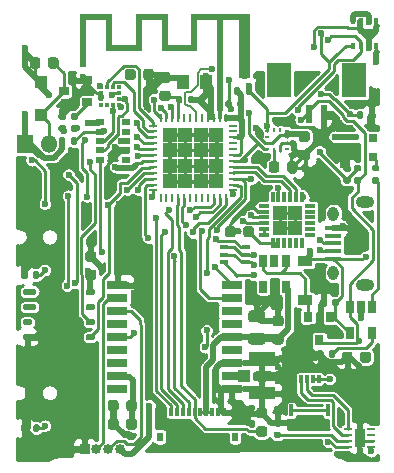
<source format=gtl>
G04 #@! TF.GenerationSoftware,KiCad,Pcbnew,(5.1.9)-1*
G04 #@! TF.CreationDate,2021-05-12T11:04:24-07:00*
G04 #@! TF.ProjectId,Watchy,57617463-6879-42e6-9b69-6361645f7063,rev?*
G04 #@! TF.SameCoordinates,Original*
G04 #@! TF.FileFunction,Copper,L1,Top*
G04 #@! TF.FilePolarity,Positive*
%FSLAX46Y46*%
G04 Gerber Fmt 4.6, Leading zero omitted, Abs format (unit mm)*
G04 Created by KiCad (PCBNEW (5.1.9)-1) date 2021-05-12 11:04:24*
%MOMM*%
%LPD*%
G01*
G04 APERTURE LIST*
G04 #@! TA.AperFunction,EtchedComponent*
%ADD10C,0.100000*%
G04 #@! TD*
G04 #@! TA.AperFunction,SMDPad,CuDef*
%ADD11R,1.100000X1.050000*%
G04 #@! TD*
G04 #@! TA.AperFunction,SMDPad,CuDef*
%ADD12R,2.250000X1.100000*%
G04 #@! TD*
G04 #@! TA.AperFunction,SMDPad,CuDef*
%ADD13R,3.400000X4.000000*%
G04 #@! TD*
G04 #@! TA.AperFunction,SMDPad,CuDef*
%ADD14R,1.800000X0.800000*%
G04 #@! TD*
G04 #@! TA.AperFunction,SMDPad,CuDef*
%ADD15O,0.950000X1.250000*%
G04 #@! TD*
G04 #@! TA.AperFunction,SMDPad,CuDef*
%ADD16O,1.550000X1.000000*%
G04 #@! TD*
G04 #@! TA.AperFunction,SMDPad,CuDef*
%ADD17R,1.350000X0.400000*%
G04 #@! TD*
G04 #@! TA.AperFunction,ComponentPad*
%ADD18O,0.950000X1.250000*%
G04 #@! TD*
G04 #@! TA.AperFunction,ComponentPad*
%ADD19O,1.550000X1.000000*%
G04 #@! TD*
G04 #@! TA.AperFunction,ComponentPad*
%ADD20O,0.850000X0.850000*%
G04 #@! TD*
G04 #@! TA.AperFunction,ComponentPad*
%ADD21R,0.850000X0.850000*%
G04 #@! TD*
G04 #@! TA.AperFunction,SMDPad,CuDef*
%ADD22R,0.889000X1.600200*%
G04 #@! TD*
G04 #@! TA.AperFunction,SMDPad,CuDef*
%ADD23R,0.762000X0.254000*%
G04 #@! TD*
G04 #@! TA.AperFunction,SMDPad,CuDef*
%ADD24R,0.300000X0.650000*%
G04 #@! TD*
G04 #@! TA.AperFunction,SMDPad,CuDef*
%ADD25R,0.550000X0.800000*%
G04 #@! TD*
G04 #@! TA.AperFunction,SMDPad,CuDef*
%ADD26R,0.300000X1.000000*%
G04 #@! TD*
G04 #@! TA.AperFunction,SMDPad,CuDef*
%ADD27R,0.300000X0.700000*%
G04 #@! TD*
G04 #@! TA.AperFunction,SMDPad,CuDef*
%ADD28R,0.800000X0.500000*%
G04 #@! TD*
G04 #@! TA.AperFunction,SMDPad,CuDef*
%ADD29R,0.350000X0.500000*%
G04 #@! TD*
G04 #@! TA.AperFunction,SMDPad,CuDef*
%ADD30R,0.304800X0.279400*%
G04 #@! TD*
G04 #@! TA.AperFunction,SMDPad,CuDef*
%ADD31R,0.279400X0.304800*%
G04 #@! TD*
G04 #@! TA.AperFunction,SMDPad,CuDef*
%ADD32R,0.350000X0.375000*%
G04 #@! TD*
G04 #@! TA.AperFunction,SMDPad,CuDef*
%ADD33R,0.375000X0.350000*%
G04 #@! TD*
G04 #@! TA.AperFunction,SMDPad,CuDef*
%ADD34R,0.500000X1.600000*%
G04 #@! TD*
G04 #@! TA.AperFunction,SMDPad,CuDef*
%ADD35R,2.100000X2.900000*%
G04 #@! TD*
G04 #@! TA.AperFunction,SMDPad,CuDef*
%ADD36R,1.300000X1.300000*%
G04 #@! TD*
G04 #@! TA.AperFunction,SMDPad,CuDef*
%ADD37R,0.300000X0.850000*%
G04 #@! TD*
G04 #@! TA.AperFunction,SMDPad,CuDef*
%ADD38R,0.850000X0.300000*%
G04 #@! TD*
G04 #@! TA.AperFunction,SMDPad,CuDef*
%ADD39R,1.000000X1.250000*%
G04 #@! TD*
G04 #@! TA.AperFunction,SMDPad,CuDef*
%ADD40R,1.200000X0.900000*%
G04 #@! TD*
G04 #@! TA.AperFunction,SMDPad,CuDef*
%ADD41R,0.800000X0.800000*%
G04 #@! TD*
G04 #@! TA.AperFunction,SMDPad,CuDef*
%ADD42R,1.100000X1.100000*%
G04 #@! TD*
G04 #@! TA.AperFunction,SMDPad,CuDef*
%ADD43R,0.800000X0.900000*%
G04 #@! TD*
G04 #@! TA.AperFunction,SMDPad,CuDef*
%ADD44R,0.900000X0.800000*%
G04 #@! TD*
G04 #@! TA.AperFunction,SMDPad,CuDef*
%ADD45R,1.287500X1.287500*%
G04 #@! TD*
G04 #@! TA.AperFunction,SMDPad,CuDef*
%ADD46R,0.700000X0.250000*%
G04 #@! TD*
G04 #@! TA.AperFunction,SMDPad,CuDef*
%ADD47R,0.250000X0.700000*%
G04 #@! TD*
G04 #@! TA.AperFunction,SMDPad,CuDef*
%ADD48R,0.650000X1.060000*%
G04 #@! TD*
G04 #@! TA.AperFunction,SMDPad,CuDef*
%ADD49R,0.650000X0.400000*%
G04 #@! TD*
G04 #@! TA.AperFunction,SMDPad,CuDef*
%ADD50O,1.350000X1.500000*%
G04 #@! TD*
G04 #@! TA.AperFunction,SMDPad,CuDef*
%ADD51R,1.350000X1.500000*%
G04 #@! TD*
G04 #@! TA.AperFunction,SMDPad,CuDef*
%ADD52R,0.500000X0.500000*%
G04 #@! TD*
G04 #@! TA.AperFunction,SMDPad,CuDef*
%ADD53R,0.900000X0.500000*%
G04 #@! TD*
G04 #@! TA.AperFunction,ViaPad*
%ADD54C,0.600000*%
G04 #@! TD*
G04 #@! TA.AperFunction,Conductor*
%ADD55C,0.250000*%
G04 #@! TD*
G04 #@! TA.AperFunction,Conductor*
%ADD56C,0.500000*%
G04 #@! TD*
G04 #@! TA.AperFunction,Conductor*
%ADD57C,0.300000*%
G04 #@! TD*
G04 #@! TA.AperFunction,Conductor*
%ADD58C,0.152400*%
G04 #@! TD*
G04 #@! TA.AperFunction,Conductor*
%ADD59C,0.254000*%
G04 #@! TD*
G04 #@! TA.AperFunction,Conductor*
%ADD60C,0.100000*%
G04 #@! TD*
G04 APERTURE END LIST*
D10*
G36*
X77425000Y-74780000D02*
G01*
X77425000Y-78720000D01*
X76925000Y-78720000D01*
X76925000Y-74780000D01*
X77425000Y-74780000D01*
G37*
G36*
X79625000Y-74280000D02*
G01*
X79625000Y-74780000D01*
X76925000Y-74780000D01*
X76925000Y-74280000D01*
X79625000Y-74280000D01*
G37*
G36*
X79625000Y-74780000D02*
G01*
X79625000Y-77420000D01*
X79125000Y-77420000D01*
X79125000Y-74780000D01*
X79625000Y-74780000D01*
G37*
G36*
X81625000Y-76920000D02*
G01*
X81625000Y-77420000D01*
X79625000Y-77420000D01*
X79625000Y-76920000D01*
X81625000Y-76920000D01*
G37*
G36*
X82125000Y-74780000D02*
G01*
X82125000Y-77420000D01*
X81625000Y-77420000D01*
X81625000Y-74780000D01*
X82125000Y-74780000D01*
G37*
G36*
X84325000Y-74280000D02*
G01*
X84325000Y-74780000D01*
X81625000Y-74780000D01*
X81625000Y-74280000D01*
X84325000Y-74280000D01*
G37*
G36*
X84325000Y-74780000D02*
G01*
X84325000Y-77420000D01*
X83825000Y-77420000D01*
X83825000Y-74780000D01*
X84325000Y-74780000D01*
G37*
G36*
X86275000Y-76920000D02*
G01*
X86275000Y-77420000D01*
X84275000Y-77420000D01*
X84275000Y-76920000D01*
X86275000Y-76920000D01*
G37*
G36*
X86775000Y-74780000D02*
G01*
X86775000Y-77420000D01*
X86275000Y-77420000D01*
X86275000Y-74780000D01*
X86775000Y-74780000D01*
G37*
G36*
X91275000Y-74280000D02*
G01*
X91275000Y-74780000D01*
X86275000Y-74780000D01*
X86275000Y-74280000D01*
X91275000Y-74280000D01*
G37*
G36*
X91275000Y-74780000D02*
G01*
X91275000Y-79680000D01*
X90375000Y-79680000D01*
X90375000Y-74780000D01*
X91275000Y-74780000D01*
G37*
G36*
X88975000Y-74780000D02*
G01*
X88975000Y-79680000D01*
X88475000Y-79680000D01*
X88475000Y-74780000D01*
X88975000Y-74780000D01*
G37*
G04 #@! TA.AperFunction,SMDPad,CuDef*
G36*
G01*
X78068000Y-95244000D02*
X77568000Y-95244000D01*
G75*
G02*
X77343000Y-95019000I0J225000D01*
G01*
X77343000Y-94569000D01*
G75*
G02*
X77568000Y-94344000I225000J0D01*
G01*
X78068000Y-94344000D01*
G75*
G02*
X78293000Y-94569000I0J-225000D01*
G01*
X78293000Y-95019000D01*
G75*
G02*
X78068000Y-95244000I-225000J0D01*
G01*
G37*
G04 #@! TD.AperFunction*
G04 #@! TA.AperFunction,SMDPad,CuDef*
G36*
G01*
X78068000Y-96794000D02*
X77568000Y-96794000D01*
G75*
G02*
X77343000Y-96569000I0J225000D01*
G01*
X77343000Y-96119000D01*
G75*
G02*
X77568000Y-95894000I225000J0D01*
G01*
X78068000Y-95894000D01*
G75*
G02*
X78293000Y-96119000I0J-225000D01*
G01*
X78293000Y-96569000D01*
G75*
G02*
X78068000Y-96794000I-225000J0D01*
G01*
G37*
G04 #@! TD.AperFunction*
G04 #@! TA.AperFunction,SMDPad,CuDef*
G36*
G01*
X82260000Y-79631000D02*
X82260000Y-79131000D01*
G75*
G02*
X82485000Y-78906000I225000J0D01*
G01*
X82935000Y-78906000D01*
G75*
G02*
X83160000Y-79131000I0J-225000D01*
G01*
X83160000Y-79631000D01*
G75*
G02*
X82935000Y-79856000I-225000J0D01*
G01*
X82485000Y-79856000D01*
G75*
G02*
X82260000Y-79631000I0J225000D01*
G01*
G37*
G04 #@! TD.AperFunction*
G04 #@! TA.AperFunction,SMDPad,CuDef*
G36*
G01*
X80710000Y-79631000D02*
X80710000Y-79131000D01*
G75*
G02*
X80935000Y-78906000I225000J0D01*
G01*
X81385000Y-78906000D01*
G75*
G02*
X81610000Y-79131000I0J-225000D01*
G01*
X81610000Y-79631000D01*
G75*
G02*
X81385000Y-79856000I-225000J0D01*
G01*
X80935000Y-79856000D01*
G75*
G02*
X80710000Y-79631000I0J225000D01*
G01*
G37*
G04 #@! TD.AperFunction*
G04 #@! TA.AperFunction,SMDPad,CuDef*
G36*
G01*
X92342000Y-100360000D02*
X91392000Y-100360000D01*
G75*
G02*
X91142000Y-100110000I0J250000D01*
G01*
X91142000Y-99610000D01*
G75*
G02*
X91392000Y-99360000I250000J0D01*
G01*
X92342000Y-99360000D01*
G75*
G02*
X92592000Y-99610000I0J-250000D01*
G01*
X92592000Y-100110000D01*
G75*
G02*
X92342000Y-100360000I-250000J0D01*
G01*
G37*
G04 #@! TD.AperFunction*
G04 #@! TA.AperFunction,SMDPad,CuDef*
G36*
G01*
X92342000Y-102260000D02*
X91392000Y-102260000D01*
G75*
G02*
X91142000Y-102010000I0J250000D01*
G01*
X91142000Y-101510000D01*
G75*
G02*
X91392000Y-101260000I250000J0D01*
G01*
X92342000Y-101260000D01*
G75*
G02*
X92592000Y-101510000I0J-250000D01*
G01*
X92592000Y-102010000D01*
G75*
G02*
X92342000Y-102260000I-250000J0D01*
G01*
G37*
G04 #@! TD.AperFunction*
G04 #@! TA.AperFunction,SMDPad,CuDef*
G36*
G01*
X93909000Y-100704000D02*
X93409000Y-100704000D01*
G75*
G02*
X93184000Y-100479000I0J225000D01*
G01*
X93184000Y-100029000D01*
G75*
G02*
X93409000Y-99804000I225000J0D01*
G01*
X93909000Y-99804000D01*
G75*
G02*
X94134000Y-100029000I0J-225000D01*
G01*
X94134000Y-100479000D01*
G75*
G02*
X93909000Y-100704000I-225000J0D01*
G01*
G37*
G04 #@! TD.AperFunction*
G04 #@! TA.AperFunction,SMDPad,CuDef*
G36*
G01*
X93909000Y-102254000D02*
X93409000Y-102254000D01*
G75*
G02*
X93184000Y-102029000I0J225000D01*
G01*
X93184000Y-101579000D01*
G75*
G02*
X93409000Y-101354000I225000J0D01*
G01*
X93909000Y-101354000D01*
G75*
G02*
X94134000Y-101579000I0J-225000D01*
G01*
X94134000Y-102029000D01*
G75*
G02*
X93909000Y-102254000I-225000J0D01*
G01*
G37*
G04 #@! TD.AperFunction*
D11*
X90750000Y-104900000D03*
D12*
X92300000Y-106375000D03*
X92300000Y-103425000D03*
G04 #@! TA.AperFunction,SMDPad,CuDef*
G36*
G01*
X72050000Y-97930000D02*
X72050000Y-97680000D01*
G75*
G02*
X72175000Y-97555000I125000J0D01*
G01*
X72700000Y-97555000D01*
G75*
G02*
X72825000Y-97680000I0J-125000D01*
G01*
X72825000Y-97930000D01*
G75*
G02*
X72700000Y-98055000I-125000J0D01*
G01*
X72175000Y-98055000D01*
G75*
G02*
X72050000Y-97930000I0J125000D01*
G01*
G37*
G04 #@! TD.AperFunction*
G04 #@! TA.AperFunction,SMDPad,CuDef*
G36*
G01*
X72050000Y-99200000D02*
X72050000Y-98950000D01*
G75*
G02*
X72175000Y-98825000I125000J0D01*
G01*
X72700000Y-98825000D01*
G75*
G02*
X72825000Y-98950000I0J-125000D01*
G01*
X72825000Y-99200000D01*
G75*
G02*
X72700000Y-99325000I-125000J0D01*
G01*
X72175000Y-99325000D01*
G75*
G02*
X72050000Y-99200000I0J125000D01*
G01*
G37*
G04 #@! TD.AperFunction*
G04 #@! TA.AperFunction,SMDPad,CuDef*
G36*
G01*
X72050000Y-100470000D02*
X72050000Y-100220000D01*
G75*
G02*
X72175000Y-100095000I125000J0D01*
G01*
X72700000Y-100095000D01*
G75*
G02*
X72825000Y-100220000I0J-125000D01*
G01*
X72825000Y-100470000D01*
G75*
G02*
X72700000Y-100595000I-125000J0D01*
G01*
X72175000Y-100595000D01*
G75*
G02*
X72050000Y-100470000I0J125000D01*
G01*
G37*
G04 #@! TD.AperFunction*
G04 #@! TA.AperFunction,SMDPad,CuDef*
G36*
G01*
X72050000Y-101740000D02*
X72050000Y-101490000D01*
G75*
G02*
X72175000Y-101365000I125000J0D01*
G01*
X72700000Y-101365000D01*
G75*
G02*
X72825000Y-101490000I0J-125000D01*
G01*
X72825000Y-101740000D01*
G75*
G02*
X72700000Y-101865000I-125000J0D01*
G01*
X72175000Y-101865000D01*
G75*
G02*
X72050000Y-101740000I0J125000D01*
G01*
G37*
G04 #@! TD.AperFunction*
G04 #@! TA.AperFunction,SMDPad,CuDef*
G36*
G01*
X77375000Y-101740000D02*
X77375000Y-101490000D01*
G75*
G02*
X77500000Y-101365000I125000J0D01*
G01*
X78025000Y-101365000D01*
G75*
G02*
X78150000Y-101490000I0J-125000D01*
G01*
X78150000Y-101740000D01*
G75*
G02*
X78025000Y-101865000I-125000J0D01*
G01*
X77500000Y-101865000D01*
G75*
G02*
X77375000Y-101740000I0J125000D01*
G01*
G37*
G04 #@! TD.AperFunction*
G04 #@! TA.AperFunction,SMDPad,CuDef*
G36*
G01*
X77375000Y-100470000D02*
X77375000Y-100220000D01*
G75*
G02*
X77500000Y-100095000I125000J0D01*
G01*
X78025000Y-100095000D01*
G75*
G02*
X78150000Y-100220000I0J-125000D01*
G01*
X78150000Y-100470000D01*
G75*
G02*
X78025000Y-100595000I-125000J0D01*
G01*
X77500000Y-100595000D01*
G75*
G02*
X77375000Y-100470000I0J125000D01*
G01*
G37*
G04 #@! TD.AperFunction*
G04 #@! TA.AperFunction,SMDPad,CuDef*
G36*
G01*
X77375000Y-99200000D02*
X77375000Y-98950000D01*
G75*
G02*
X77500000Y-98825000I125000J0D01*
G01*
X78025000Y-98825000D01*
G75*
G02*
X78150000Y-98950000I0J-125000D01*
G01*
X78150000Y-99200000D01*
G75*
G02*
X78025000Y-99325000I-125000J0D01*
G01*
X77500000Y-99325000D01*
G75*
G02*
X77375000Y-99200000I0J125000D01*
G01*
G37*
G04 #@! TD.AperFunction*
G04 #@! TA.AperFunction,SMDPad,CuDef*
G36*
G01*
X77375000Y-97930000D02*
X77375000Y-97680000D01*
G75*
G02*
X77500000Y-97555000I125000J0D01*
G01*
X78025000Y-97555000D01*
G75*
G02*
X78150000Y-97680000I0J-125000D01*
G01*
X78150000Y-97930000D01*
G75*
G02*
X78025000Y-98055000I-125000J0D01*
G01*
X77500000Y-98055000D01*
G75*
G02*
X77375000Y-97930000I0J125000D01*
G01*
G37*
G04 #@! TD.AperFunction*
D13*
X75100000Y-99710000D03*
D14*
X80050000Y-97210000D03*
X80050000Y-98310000D03*
X80050000Y-99410000D03*
X80050000Y-100510000D03*
X80050000Y-101610000D03*
X80050000Y-102710000D03*
X80050000Y-103810000D03*
X80050000Y-104910000D03*
X80050000Y-106010000D03*
X89750000Y-106010000D03*
X89750000Y-104910000D03*
X89750000Y-103810000D03*
X89750000Y-102710000D03*
X89750000Y-101610000D03*
X89750000Y-100510000D03*
X89750000Y-99410000D03*
X89750000Y-98310000D03*
X89750000Y-97210000D03*
D15*
X98350000Y-91180000D03*
X98350000Y-96180000D03*
D16*
X101050000Y-90180000D03*
X101050000Y-97180000D03*
D17*
X98350000Y-94980000D03*
X98350000Y-94330000D03*
X98350000Y-93680000D03*
X98350000Y-93030000D03*
X98350000Y-92380000D03*
D18*
X98350000Y-96180000D03*
X98350000Y-91180000D03*
D19*
X101050000Y-97180000D03*
X101050000Y-90180000D03*
D20*
X80300000Y-111110000D03*
X79300000Y-111110000D03*
X78300000Y-111110000D03*
D21*
X77300000Y-111110000D03*
G04 #@! TA.AperFunction,SMDPad,CuDef*
G36*
G01*
X76265000Y-83670000D02*
X76635000Y-83670000D01*
G75*
G02*
X76770000Y-83805000I0J-135000D01*
G01*
X76770000Y-84075000D01*
G75*
G02*
X76635000Y-84210000I-135000J0D01*
G01*
X76265000Y-84210000D01*
G75*
G02*
X76130000Y-84075000I0J135000D01*
G01*
X76130000Y-83805000D01*
G75*
G02*
X76265000Y-83670000I135000J0D01*
G01*
G37*
G04 #@! TD.AperFunction*
G04 #@! TA.AperFunction,SMDPad,CuDef*
G36*
G01*
X76265000Y-82650000D02*
X76635000Y-82650000D01*
G75*
G02*
X76770000Y-82785000I0J-135000D01*
G01*
X76770000Y-83055000D01*
G75*
G02*
X76635000Y-83190000I-135000J0D01*
G01*
X76265000Y-83190000D01*
G75*
G02*
X76130000Y-83055000I0J135000D01*
G01*
X76130000Y-82785000D01*
G75*
G02*
X76265000Y-82650000I135000J0D01*
G01*
G37*
G04 #@! TD.AperFunction*
G04 #@! TA.AperFunction,SMDPad,CuDef*
G36*
G01*
X101755000Y-88070000D02*
X102125000Y-88070000D01*
G75*
G02*
X102260000Y-88205000I0J-135000D01*
G01*
X102260000Y-88475000D01*
G75*
G02*
X102125000Y-88610000I-135000J0D01*
G01*
X101755000Y-88610000D01*
G75*
G02*
X101620000Y-88475000I0J135000D01*
G01*
X101620000Y-88205000D01*
G75*
G02*
X101755000Y-88070000I135000J0D01*
G01*
G37*
G04 #@! TD.AperFunction*
G04 #@! TA.AperFunction,SMDPad,CuDef*
G36*
G01*
X101755000Y-87050000D02*
X102125000Y-87050000D01*
G75*
G02*
X102260000Y-87185000I0J-135000D01*
G01*
X102260000Y-87455000D01*
G75*
G02*
X102125000Y-87590000I-135000J0D01*
G01*
X101755000Y-87590000D01*
G75*
G02*
X101620000Y-87455000I0J135000D01*
G01*
X101620000Y-87185000D01*
G75*
G02*
X101755000Y-87050000I135000J0D01*
G01*
G37*
G04 #@! TD.AperFunction*
G04 #@! TA.AperFunction,SMDPad,CuDef*
G36*
G01*
X97990000Y-103225000D02*
X97990000Y-102855000D01*
G75*
G02*
X98125000Y-102720000I135000J0D01*
G01*
X98395000Y-102720000D01*
G75*
G02*
X98530000Y-102855000I0J-135000D01*
G01*
X98530000Y-103225000D01*
G75*
G02*
X98395000Y-103360000I-135000J0D01*
G01*
X98125000Y-103360000D01*
G75*
G02*
X97990000Y-103225000I0J135000D01*
G01*
G37*
G04 #@! TD.AperFunction*
G04 #@! TA.AperFunction,SMDPad,CuDef*
G36*
G01*
X96970000Y-103225000D02*
X96970000Y-102855000D01*
G75*
G02*
X97105000Y-102720000I135000J0D01*
G01*
X97375000Y-102720000D01*
G75*
G02*
X97510000Y-102855000I0J-135000D01*
G01*
X97510000Y-103225000D01*
G75*
G02*
X97375000Y-103360000I-135000J0D01*
G01*
X97105000Y-103360000D01*
G75*
G02*
X96970000Y-103225000I0J135000D01*
G01*
G37*
G04 #@! TD.AperFunction*
G04 #@! TA.AperFunction,SMDPad,CuDef*
G36*
G01*
X97780000Y-98525000D02*
X97780000Y-98895000D01*
G75*
G02*
X97645000Y-99030000I-135000J0D01*
G01*
X97375000Y-99030000D01*
G75*
G02*
X97240000Y-98895000I0J135000D01*
G01*
X97240000Y-98525000D01*
G75*
G02*
X97375000Y-98390000I135000J0D01*
G01*
X97645000Y-98390000D01*
G75*
G02*
X97780000Y-98525000I0J-135000D01*
G01*
G37*
G04 #@! TD.AperFunction*
G04 #@! TA.AperFunction,SMDPad,CuDef*
G36*
G01*
X98800000Y-98525000D02*
X98800000Y-98895000D01*
G75*
G02*
X98665000Y-99030000I-135000J0D01*
G01*
X98395000Y-99030000D01*
G75*
G02*
X98260000Y-98895000I0J135000D01*
G01*
X98260000Y-98525000D01*
G75*
G02*
X98395000Y-98390000I135000J0D01*
G01*
X98665000Y-98390000D01*
G75*
G02*
X98800000Y-98525000I0J-135000D01*
G01*
G37*
G04 #@! TD.AperFunction*
G04 #@! TA.AperFunction,SMDPad,CuDef*
G36*
G01*
X99685000Y-87590000D02*
X99315000Y-87590000D01*
G75*
G02*
X99180000Y-87455000I0J135000D01*
G01*
X99180000Y-87185000D01*
G75*
G02*
X99315000Y-87050000I135000J0D01*
G01*
X99685000Y-87050000D01*
G75*
G02*
X99820000Y-87185000I0J-135000D01*
G01*
X99820000Y-87455000D01*
G75*
G02*
X99685000Y-87590000I-135000J0D01*
G01*
G37*
G04 #@! TD.AperFunction*
G04 #@! TA.AperFunction,SMDPad,CuDef*
G36*
G01*
X99685000Y-88610000D02*
X99315000Y-88610000D01*
G75*
G02*
X99180000Y-88475000I0J135000D01*
G01*
X99180000Y-88205000D01*
G75*
G02*
X99315000Y-88070000I135000J0D01*
G01*
X99685000Y-88070000D01*
G75*
G02*
X99820000Y-88205000I0J-135000D01*
G01*
X99820000Y-88475000D01*
G75*
G02*
X99685000Y-88610000I-135000J0D01*
G01*
G37*
G04 #@! TD.AperFunction*
G04 #@! TA.AperFunction,SMDPad,CuDef*
G36*
G01*
X100585000Y-87590000D02*
X100215000Y-87590000D01*
G75*
G02*
X100080000Y-87455000I0J135000D01*
G01*
X100080000Y-87185000D01*
G75*
G02*
X100215000Y-87050000I135000J0D01*
G01*
X100585000Y-87050000D01*
G75*
G02*
X100720000Y-87185000I0J-135000D01*
G01*
X100720000Y-87455000D01*
G75*
G02*
X100585000Y-87590000I-135000J0D01*
G01*
G37*
G04 #@! TD.AperFunction*
G04 #@! TA.AperFunction,SMDPad,CuDef*
G36*
G01*
X100585000Y-88610000D02*
X100215000Y-88610000D01*
G75*
G02*
X100080000Y-88475000I0J135000D01*
G01*
X100080000Y-88205000D01*
G75*
G02*
X100215000Y-88070000I135000J0D01*
G01*
X100585000Y-88070000D01*
G75*
G02*
X100720000Y-88205000I0J-135000D01*
G01*
X100720000Y-88475000D01*
G75*
G02*
X100585000Y-88610000I-135000J0D01*
G01*
G37*
G04 #@! TD.AperFunction*
G04 #@! TA.AperFunction,SMDPad,CuDef*
G36*
G01*
X72940000Y-109495000D02*
X72940000Y-109125000D01*
G75*
G02*
X73075000Y-108990000I135000J0D01*
G01*
X73345000Y-108990000D01*
G75*
G02*
X73480000Y-109125000I0J-135000D01*
G01*
X73480000Y-109495000D01*
G75*
G02*
X73345000Y-109630000I-135000J0D01*
G01*
X73075000Y-109630000D01*
G75*
G02*
X72940000Y-109495000I0J135000D01*
G01*
G37*
G04 #@! TD.AperFunction*
G04 #@! TA.AperFunction,SMDPad,CuDef*
G36*
G01*
X71920000Y-109495000D02*
X71920000Y-109125000D01*
G75*
G02*
X72055000Y-108990000I135000J0D01*
G01*
X72325000Y-108990000D01*
G75*
G02*
X72460000Y-109125000I0J-135000D01*
G01*
X72460000Y-109495000D01*
G75*
G02*
X72325000Y-109630000I-135000J0D01*
G01*
X72055000Y-109630000D01*
G75*
G02*
X71920000Y-109495000I0J135000D01*
G01*
G37*
G04 #@! TD.AperFunction*
G04 #@! TA.AperFunction,SMDPad,CuDef*
G36*
G01*
X93795000Y-109140000D02*
X93425000Y-109140000D01*
G75*
G02*
X93290000Y-109005000I0J135000D01*
G01*
X93290000Y-108735000D01*
G75*
G02*
X93425000Y-108600000I135000J0D01*
G01*
X93795000Y-108600000D01*
G75*
G02*
X93930000Y-108735000I0J-135000D01*
G01*
X93930000Y-109005000D01*
G75*
G02*
X93795000Y-109140000I-135000J0D01*
G01*
G37*
G04 #@! TD.AperFunction*
G04 #@! TA.AperFunction,SMDPad,CuDef*
G36*
G01*
X93795000Y-110160000D02*
X93425000Y-110160000D01*
G75*
G02*
X93290000Y-110025000I0J135000D01*
G01*
X93290000Y-109755000D01*
G75*
G02*
X93425000Y-109620000I135000J0D01*
G01*
X93795000Y-109620000D01*
G75*
G02*
X93930000Y-109755000I0J-135000D01*
G01*
X93930000Y-110025000D01*
G75*
G02*
X93795000Y-110160000I-135000J0D01*
G01*
G37*
G04 #@! TD.AperFunction*
G04 #@! TA.AperFunction,SMDPad,CuDef*
G36*
G01*
X76140000Y-85195000D02*
X76140000Y-84825000D01*
G75*
G02*
X76275000Y-84690000I135000J0D01*
G01*
X76545000Y-84690000D01*
G75*
G02*
X76680000Y-84825000I0J-135000D01*
G01*
X76680000Y-85195000D01*
G75*
G02*
X76545000Y-85330000I-135000J0D01*
G01*
X76275000Y-85330000D01*
G75*
G02*
X76140000Y-85195000I0J135000D01*
G01*
G37*
G04 #@! TD.AperFunction*
G04 #@! TA.AperFunction,SMDPad,CuDef*
G36*
G01*
X75120000Y-85195000D02*
X75120000Y-84825000D01*
G75*
G02*
X75255000Y-84690000I135000J0D01*
G01*
X75525000Y-84690000D01*
G75*
G02*
X75660000Y-84825000I0J-135000D01*
G01*
X75660000Y-85195000D01*
G75*
G02*
X75525000Y-85330000I-135000J0D01*
G01*
X75255000Y-85330000D01*
G75*
G02*
X75120000Y-85195000I0J135000D01*
G01*
G37*
G04 #@! TD.AperFunction*
G04 #@! TA.AperFunction,SMDPad,CuDef*
G36*
G01*
X75205000Y-83670000D02*
X75575000Y-83670000D01*
G75*
G02*
X75710000Y-83805000I0J-135000D01*
G01*
X75710000Y-84075000D01*
G75*
G02*
X75575000Y-84210000I-135000J0D01*
G01*
X75205000Y-84210000D01*
G75*
G02*
X75070000Y-84075000I0J135000D01*
G01*
X75070000Y-83805000D01*
G75*
G02*
X75205000Y-83670000I135000J0D01*
G01*
G37*
G04 #@! TD.AperFunction*
G04 #@! TA.AperFunction,SMDPad,CuDef*
G36*
G01*
X75205000Y-82650000D02*
X75575000Y-82650000D01*
G75*
G02*
X75710000Y-82785000I0J-135000D01*
G01*
X75710000Y-83055000D01*
G75*
G02*
X75575000Y-83190000I-135000J0D01*
G01*
X75205000Y-83190000D01*
G75*
G02*
X75070000Y-83055000I0J135000D01*
G01*
X75070000Y-82785000D01*
G75*
G02*
X75205000Y-82650000I135000J0D01*
G01*
G37*
G04 #@! TD.AperFunction*
G04 #@! TA.AperFunction,SMDPad,CuDef*
G36*
G01*
X72925000Y-96550000D02*
X72925000Y-96180000D01*
G75*
G02*
X73060000Y-96045000I135000J0D01*
G01*
X73330000Y-96045000D01*
G75*
G02*
X73465000Y-96180000I0J-135000D01*
G01*
X73465000Y-96550000D01*
G75*
G02*
X73330000Y-96685000I-135000J0D01*
G01*
X73060000Y-96685000D01*
G75*
G02*
X72925000Y-96550000I0J135000D01*
G01*
G37*
G04 #@! TD.AperFunction*
G04 #@! TA.AperFunction,SMDPad,CuDef*
G36*
G01*
X71905000Y-96550000D02*
X71905000Y-96180000D01*
G75*
G02*
X72040000Y-96045000I135000J0D01*
G01*
X72310000Y-96045000D01*
G75*
G02*
X72445000Y-96180000I0J-135000D01*
G01*
X72445000Y-96550000D01*
G75*
G02*
X72310000Y-96685000I-135000J0D01*
G01*
X72040000Y-96685000D01*
G75*
G02*
X71905000Y-96550000I0J135000D01*
G01*
G37*
G04 #@! TD.AperFunction*
G04 #@! TA.AperFunction,SMDPad,CuDef*
G36*
G01*
X100860000Y-82625000D02*
X100860000Y-82995000D01*
G75*
G02*
X100725000Y-83130000I-135000J0D01*
G01*
X100455000Y-83130000D01*
G75*
G02*
X100320000Y-82995000I0J135000D01*
G01*
X100320000Y-82625000D01*
G75*
G02*
X100455000Y-82490000I135000J0D01*
G01*
X100725000Y-82490000D01*
G75*
G02*
X100860000Y-82625000I0J-135000D01*
G01*
G37*
G04 #@! TD.AperFunction*
G04 #@! TA.AperFunction,SMDPad,CuDef*
G36*
G01*
X101880000Y-82625000D02*
X101880000Y-82995000D01*
G75*
G02*
X101745000Y-83130000I-135000J0D01*
G01*
X101475000Y-83130000D01*
G75*
G02*
X101340000Y-82995000I0J135000D01*
G01*
X101340000Y-82625000D01*
G75*
G02*
X101475000Y-82490000I135000J0D01*
G01*
X101745000Y-82490000D01*
G75*
G02*
X101880000Y-82625000I0J-135000D01*
G01*
G37*
G04 #@! TD.AperFunction*
G04 #@! TA.AperFunction,SMDPad,CuDef*
G36*
G01*
X89758000Y-81696000D02*
X89758000Y-82066000D01*
G75*
G02*
X89623000Y-82201000I-135000J0D01*
G01*
X89353000Y-82201000D01*
G75*
G02*
X89218000Y-82066000I0J135000D01*
G01*
X89218000Y-81696000D01*
G75*
G02*
X89353000Y-81561000I135000J0D01*
G01*
X89623000Y-81561000D01*
G75*
G02*
X89758000Y-81696000I0J-135000D01*
G01*
G37*
G04 #@! TD.AperFunction*
G04 #@! TA.AperFunction,SMDPad,CuDef*
G36*
G01*
X90778000Y-81696000D02*
X90778000Y-82066000D01*
G75*
G02*
X90643000Y-82201000I-135000J0D01*
G01*
X90373000Y-82201000D01*
G75*
G02*
X90238000Y-82066000I0J135000D01*
G01*
X90238000Y-81696000D01*
G75*
G02*
X90373000Y-81561000I135000J0D01*
G01*
X90643000Y-81561000D01*
G75*
G02*
X90778000Y-81696000I0J-135000D01*
G01*
G37*
G04 #@! TD.AperFunction*
G04 #@! TA.AperFunction,SMDPad,CuDef*
G36*
G01*
X90935000Y-80940000D02*
X90935000Y-80570000D01*
G75*
G02*
X91070000Y-80435000I135000J0D01*
G01*
X91340000Y-80435000D01*
G75*
G02*
X91475000Y-80570000I0J-135000D01*
G01*
X91475000Y-80940000D01*
G75*
G02*
X91340000Y-81075000I-135000J0D01*
G01*
X91070000Y-81075000D01*
G75*
G02*
X90935000Y-80940000I0J135000D01*
G01*
G37*
G04 #@! TD.AperFunction*
G04 #@! TA.AperFunction,SMDPad,CuDef*
G36*
G01*
X89915000Y-80940000D02*
X89915000Y-80570000D01*
G75*
G02*
X90050000Y-80435000I135000J0D01*
G01*
X90320000Y-80435000D01*
G75*
G02*
X90455000Y-80570000I0J-135000D01*
G01*
X90455000Y-80940000D01*
G75*
G02*
X90320000Y-81075000I-135000J0D01*
G01*
X90050000Y-81075000D01*
G75*
G02*
X89915000Y-80940000I0J135000D01*
G01*
G37*
G04 #@! TD.AperFunction*
G04 #@! TA.AperFunction,SMDPad,CuDef*
G36*
G01*
X85560000Y-81325000D02*
X85560000Y-81695000D01*
G75*
G02*
X85425000Y-81830000I-135000J0D01*
G01*
X85155000Y-81830000D01*
G75*
G02*
X85020000Y-81695000I0J135000D01*
G01*
X85020000Y-81325000D01*
G75*
G02*
X85155000Y-81190000I135000J0D01*
G01*
X85425000Y-81190000D01*
G75*
G02*
X85560000Y-81325000I0J-135000D01*
G01*
G37*
G04 #@! TD.AperFunction*
G04 #@! TA.AperFunction,SMDPad,CuDef*
G36*
G01*
X86580000Y-81325000D02*
X86580000Y-81695000D01*
G75*
G02*
X86445000Y-81830000I-135000J0D01*
G01*
X86175000Y-81830000D01*
G75*
G02*
X86040000Y-81695000I0J135000D01*
G01*
X86040000Y-81325000D01*
G75*
G02*
X86175000Y-81190000I135000J0D01*
G01*
X86445000Y-81190000D01*
G75*
G02*
X86580000Y-81325000I0J-135000D01*
G01*
G37*
G04 #@! TD.AperFunction*
G04 #@! TA.AperFunction,SMDPad,CuDef*
G36*
G01*
X95650000Y-85735000D02*
X96150000Y-85735000D01*
G75*
G02*
X96375000Y-85960000I0J-225000D01*
G01*
X96375000Y-86410000D01*
G75*
G02*
X96150000Y-86635000I-225000J0D01*
G01*
X95650000Y-86635000D01*
G75*
G02*
X95425000Y-86410000I0J225000D01*
G01*
X95425000Y-85960000D01*
G75*
G02*
X95650000Y-85735000I225000J0D01*
G01*
G37*
G04 #@! TD.AperFunction*
G04 #@! TA.AperFunction,SMDPad,CuDef*
G36*
G01*
X95650000Y-84185000D02*
X96150000Y-84185000D01*
G75*
G02*
X96375000Y-84410000I0J-225000D01*
G01*
X96375000Y-84860000D01*
G75*
G02*
X96150000Y-85085000I-225000J0D01*
G01*
X95650000Y-85085000D01*
G75*
G02*
X95425000Y-84860000I0J225000D01*
G01*
X95425000Y-84410000D01*
G75*
G02*
X95650000Y-84185000I225000J0D01*
G01*
G37*
G04 #@! TD.AperFunction*
G04 #@! TA.AperFunction,SMDPad,CuDef*
G36*
G01*
X94425000Y-87460000D02*
X94425000Y-86960000D01*
G75*
G02*
X94650000Y-86735000I225000J0D01*
G01*
X95100000Y-86735000D01*
G75*
G02*
X95325000Y-86960000I0J-225000D01*
G01*
X95325000Y-87460000D01*
G75*
G02*
X95100000Y-87685000I-225000J0D01*
G01*
X94650000Y-87685000D01*
G75*
G02*
X94425000Y-87460000I0J225000D01*
G01*
G37*
G04 #@! TD.AperFunction*
G04 #@! TA.AperFunction,SMDPad,CuDef*
G36*
G01*
X92875000Y-87460000D02*
X92875000Y-86960000D01*
G75*
G02*
X93100000Y-86735000I225000J0D01*
G01*
X93550000Y-86735000D01*
G75*
G02*
X93775000Y-86960000I0J-225000D01*
G01*
X93775000Y-87460000D01*
G75*
G02*
X93550000Y-87685000I-225000J0D01*
G01*
X93100000Y-87685000D01*
G75*
G02*
X92875000Y-87460000I0J225000D01*
G01*
G37*
G04 #@! TD.AperFunction*
G04 #@! TA.AperFunction,SMDPad,CuDef*
G36*
G01*
X100625000Y-103560000D02*
X100625000Y-103060000D01*
G75*
G02*
X100850000Y-102835000I225000J0D01*
G01*
X101300000Y-102835000D01*
G75*
G02*
X101525000Y-103060000I0J-225000D01*
G01*
X101525000Y-103560000D01*
G75*
G02*
X101300000Y-103785000I-225000J0D01*
G01*
X100850000Y-103785000D01*
G75*
G02*
X100625000Y-103560000I0J225000D01*
G01*
G37*
G04 #@! TD.AperFunction*
G04 #@! TA.AperFunction,SMDPad,CuDef*
G36*
G01*
X99075000Y-103560000D02*
X99075000Y-103060000D01*
G75*
G02*
X99300000Y-102835000I225000J0D01*
G01*
X99750000Y-102835000D01*
G75*
G02*
X99975000Y-103060000I0J-225000D01*
G01*
X99975000Y-103560000D01*
G75*
G02*
X99750000Y-103785000I-225000J0D01*
G01*
X99300000Y-103785000D01*
G75*
G02*
X99075000Y-103560000I0J225000D01*
G01*
G37*
G04 #@! TD.AperFunction*
G04 #@! TA.AperFunction,SMDPad,CuDef*
G36*
G01*
X80815000Y-107660000D02*
X80815000Y-107160000D01*
G75*
G02*
X81040000Y-106935000I225000J0D01*
G01*
X81490000Y-106935000D01*
G75*
G02*
X81715000Y-107160000I0J-225000D01*
G01*
X81715000Y-107660000D01*
G75*
G02*
X81490000Y-107885000I-225000J0D01*
G01*
X81040000Y-107885000D01*
G75*
G02*
X80815000Y-107660000I0J225000D01*
G01*
G37*
G04 #@! TD.AperFunction*
G04 #@! TA.AperFunction,SMDPad,CuDef*
G36*
G01*
X79265000Y-107660000D02*
X79265000Y-107160000D01*
G75*
G02*
X79490000Y-106935000I225000J0D01*
G01*
X79940000Y-106935000D01*
G75*
G02*
X80165000Y-107160000I0J-225000D01*
G01*
X80165000Y-107660000D01*
G75*
G02*
X79940000Y-107885000I-225000J0D01*
G01*
X79490000Y-107885000D01*
G75*
G02*
X79265000Y-107660000I0J225000D01*
G01*
G37*
G04 #@! TD.AperFunction*
G04 #@! TA.AperFunction,SMDPad,CuDef*
G36*
G01*
X80815000Y-109230000D02*
X80815000Y-108730000D01*
G75*
G02*
X81040000Y-108505000I225000J0D01*
G01*
X81490000Y-108505000D01*
G75*
G02*
X81715000Y-108730000I0J-225000D01*
G01*
X81715000Y-109230000D01*
G75*
G02*
X81490000Y-109455000I-225000J0D01*
G01*
X81040000Y-109455000D01*
G75*
G02*
X80815000Y-109230000I0J225000D01*
G01*
G37*
G04 #@! TD.AperFunction*
G04 #@! TA.AperFunction,SMDPad,CuDef*
G36*
G01*
X79265000Y-109230000D02*
X79265000Y-108730000D01*
G75*
G02*
X79490000Y-108505000I225000J0D01*
G01*
X79940000Y-108505000D01*
G75*
G02*
X80165000Y-108730000I0J-225000D01*
G01*
X80165000Y-109230000D01*
G75*
G02*
X79940000Y-109455000I-225000J0D01*
G01*
X79490000Y-109455000D01*
G75*
G02*
X79265000Y-109230000I0J225000D01*
G01*
G37*
G04 #@! TD.AperFunction*
G04 #@! TA.AperFunction,SMDPad,CuDef*
G36*
G01*
X92040000Y-109155000D02*
X92540000Y-109155000D01*
G75*
G02*
X92765000Y-109380000I0J-225000D01*
G01*
X92765000Y-109830000D01*
G75*
G02*
X92540000Y-110055000I-225000J0D01*
G01*
X92040000Y-110055000D01*
G75*
G02*
X91815000Y-109830000I0J225000D01*
G01*
X91815000Y-109380000D01*
G75*
G02*
X92040000Y-109155000I225000J0D01*
G01*
G37*
G04 #@! TD.AperFunction*
G04 #@! TA.AperFunction,SMDPad,CuDef*
G36*
G01*
X92040000Y-107605000D02*
X92540000Y-107605000D01*
G75*
G02*
X92765000Y-107830000I0J-225000D01*
G01*
X92765000Y-108280000D01*
G75*
G02*
X92540000Y-108505000I-225000J0D01*
G01*
X92040000Y-108505000D01*
G75*
G02*
X91815000Y-108280000I0J225000D01*
G01*
X91815000Y-107830000D01*
G75*
G02*
X92040000Y-107605000I225000J0D01*
G01*
G37*
G04 #@! TD.AperFunction*
D22*
X100578000Y-110161000D03*
D23*
X99600100Y-110911001D03*
X99600100Y-110411000D03*
X99600100Y-109911000D03*
X99600100Y-109410999D03*
X101555900Y-109410999D03*
X101555900Y-109911000D03*
X101555900Y-110411000D03*
X101555900Y-110911001D03*
D24*
X84600000Y-107986000D03*
X85100000Y-107986000D03*
X85600000Y-107986000D03*
X86100000Y-107986000D03*
X86600000Y-107986000D03*
X87100000Y-107986000D03*
X87600000Y-107986000D03*
X88100000Y-107986000D03*
X88600000Y-107986000D03*
X89100000Y-107986000D03*
D25*
X83675000Y-110061000D03*
X90025000Y-110061000D03*
D26*
X97890000Y-107825000D03*
X94810000Y-107825000D03*
D27*
X97100000Y-105175000D03*
X96600000Y-105175000D03*
X96100000Y-105175000D03*
X95600000Y-105175000D03*
D28*
X80800000Y-83410000D03*
X80800000Y-84210000D03*
X80800000Y-85010000D03*
X80800000Y-85810000D03*
X80800000Y-86610000D03*
X78600000Y-86610000D03*
X78600000Y-85810000D03*
X78600000Y-85010000D03*
X78600000Y-84210000D03*
X78600000Y-83410000D03*
D29*
X100025000Y-76935000D03*
X100675000Y-76935000D03*
X101325000Y-76935000D03*
X101975000Y-76935000D03*
X101975000Y-74885000D03*
X101325000Y-74885000D03*
X100675000Y-74885000D03*
X100025000Y-74885000D03*
D30*
X92774500Y-84159999D03*
X92774500Y-84660000D03*
X92774500Y-85160000D03*
X92774500Y-85660001D03*
D31*
X93350000Y-85735500D03*
X93850000Y-85735500D03*
D30*
X94425500Y-85660001D03*
X94425500Y-85160000D03*
X94425500Y-84660000D03*
X94425500Y-84159999D03*
D31*
X93850000Y-84084500D03*
X93350000Y-84084500D03*
G04 #@! TA.AperFunction,SMDPad,CuDef*
G36*
G01*
X74185000Y-78650000D02*
X74185000Y-78150000D01*
G75*
G02*
X74410000Y-77925000I225000J0D01*
G01*
X74860000Y-77925000D01*
G75*
G02*
X75085000Y-78150000I0J-225000D01*
G01*
X75085000Y-78650000D01*
G75*
G02*
X74860000Y-78875000I-225000J0D01*
G01*
X74410000Y-78875000D01*
G75*
G02*
X74185000Y-78650000I0J225000D01*
G01*
G37*
G04 #@! TD.AperFunction*
G04 #@! TA.AperFunction,SMDPad,CuDef*
G36*
G01*
X72635000Y-78650000D02*
X72635000Y-78150000D01*
G75*
G02*
X72860000Y-77925000I225000J0D01*
G01*
X73310000Y-77925000D01*
G75*
G02*
X73535000Y-78150000I0J-225000D01*
G01*
X73535000Y-78650000D01*
G75*
G02*
X73310000Y-78875000I-225000J0D01*
G01*
X72860000Y-78875000D01*
G75*
G02*
X72635000Y-78650000I0J225000D01*
G01*
G37*
G04 #@! TD.AperFunction*
G04 #@! TA.AperFunction,SMDPad,CuDef*
G36*
G01*
X90735000Y-92940000D02*
X90735000Y-92440000D01*
G75*
G02*
X90960000Y-92215000I225000J0D01*
G01*
X91410000Y-92215000D01*
G75*
G02*
X91635000Y-92440000I0J-225000D01*
G01*
X91635000Y-92940000D01*
G75*
G02*
X91410000Y-93165000I-225000J0D01*
G01*
X90960000Y-93165000D01*
G75*
G02*
X90735000Y-92940000I0J225000D01*
G01*
G37*
G04 #@! TD.AperFunction*
G04 #@! TA.AperFunction,SMDPad,CuDef*
G36*
G01*
X89185000Y-92940000D02*
X89185000Y-92440000D01*
G75*
G02*
X89410000Y-92215000I225000J0D01*
G01*
X89860000Y-92215000D01*
G75*
G02*
X90085000Y-92440000I0J-225000D01*
G01*
X90085000Y-92940000D01*
G75*
G02*
X89860000Y-93165000I-225000J0D01*
G01*
X89410000Y-93165000D01*
G75*
G02*
X89185000Y-92940000I0J225000D01*
G01*
G37*
G04 #@! TD.AperFunction*
G04 #@! TA.AperFunction,SMDPad,CuDef*
G36*
G01*
X84350000Y-80085000D02*
X83850000Y-80085000D01*
G75*
G02*
X83625000Y-79860000I0J225000D01*
G01*
X83625000Y-79410000D01*
G75*
G02*
X83850000Y-79185000I225000J0D01*
G01*
X84350000Y-79185000D01*
G75*
G02*
X84575000Y-79410000I0J-225000D01*
G01*
X84575000Y-79860000D01*
G75*
G02*
X84350000Y-80085000I-225000J0D01*
G01*
G37*
G04 #@! TD.AperFunction*
G04 #@! TA.AperFunction,SMDPad,CuDef*
G36*
G01*
X84350000Y-81635000D02*
X83850000Y-81635000D01*
G75*
G02*
X83625000Y-81410000I0J225000D01*
G01*
X83625000Y-80960000D01*
G75*
G02*
X83850000Y-80735000I225000J0D01*
G01*
X84350000Y-80735000D01*
G75*
G02*
X84575000Y-80960000I0J-225000D01*
G01*
X84575000Y-81410000D01*
G75*
G02*
X84350000Y-81635000I-225000J0D01*
G01*
G37*
G04 #@! TD.AperFunction*
D32*
X79710000Y-81982500D03*
X79210000Y-81982500D03*
X79210000Y-80457500D03*
X79710000Y-80457500D03*
D33*
X78697500Y-81970000D03*
X80222500Y-81970000D03*
X78697500Y-80470000D03*
X80222500Y-80470000D03*
X78697500Y-80970000D03*
X78697500Y-81470000D03*
X80222500Y-80970000D03*
X80222500Y-81470000D03*
D34*
X96275000Y-82710000D03*
X97525000Y-82710000D03*
D35*
X100075000Y-79860000D03*
X93743000Y-79860000D03*
D36*
X93810000Y-91080000D03*
X93810000Y-92380000D03*
X95110000Y-91080000D03*
X95110000Y-92380000D03*
D37*
X93210000Y-89780000D03*
X93710000Y-89780000D03*
X94210000Y-89780000D03*
X94710000Y-89780000D03*
X95210000Y-89780000D03*
X95710000Y-89780000D03*
D38*
X96410000Y-90480000D03*
X96410000Y-90980000D03*
X96410000Y-91480000D03*
X96410000Y-91980000D03*
X96410000Y-92480000D03*
X96410000Y-92980000D03*
D37*
X95710000Y-93680000D03*
X95210000Y-93680000D03*
X94710000Y-93680000D03*
X94210000Y-93680000D03*
X93710000Y-93680000D03*
X93210000Y-93680000D03*
D38*
X92510000Y-92980000D03*
X92510000Y-92480000D03*
X92510000Y-91980000D03*
X92510000Y-91480000D03*
X92510000Y-90980000D03*
X92510000Y-90480000D03*
D39*
X85593000Y-80042000D03*
X87593000Y-80042000D03*
D40*
X95970000Y-95180000D03*
X95970000Y-98480000D03*
D41*
X101740000Y-84780000D03*
X101740000Y-86380000D03*
D42*
X73610000Y-82805000D03*
X73610000Y-80005000D03*
D43*
X98100000Y-99880000D03*
X96200000Y-99880000D03*
X97150000Y-101880000D03*
D44*
X77510000Y-81750000D03*
X77510000Y-79850000D03*
X75510000Y-80800000D03*
D45*
X88405000Y-84520000D03*
X87117500Y-84520000D03*
X85830000Y-84520000D03*
X84542500Y-84520000D03*
X88405000Y-85807500D03*
X87117500Y-85807500D03*
X85830000Y-85807500D03*
X84542500Y-85807500D03*
X88405000Y-87095000D03*
X87117500Y-87095000D03*
X85830000Y-87095000D03*
X84542500Y-87095000D03*
X88405000Y-88382500D03*
X87117500Y-88382500D03*
X85830000Y-88382500D03*
X84542500Y-88382500D03*
D46*
X89873750Y-83701250D03*
X89873750Y-84201250D03*
X89873750Y-84701250D03*
X89873750Y-85201250D03*
X89873750Y-85701250D03*
X89873750Y-86201250D03*
X89873750Y-86701250D03*
X89873750Y-87201250D03*
X89873750Y-87701250D03*
X89873750Y-88201250D03*
X89873750Y-88701250D03*
X89873750Y-89201250D03*
D47*
X89223750Y-89851250D03*
X88723750Y-89851250D03*
X88223750Y-89851250D03*
X87723750Y-89851250D03*
X87223750Y-89851250D03*
X86723750Y-89851250D03*
X86223750Y-89851250D03*
X85723750Y-89851250D03*
X85223750Y-89851250D03*
X84723750Y-89851250D03*
X84223750Y-89851250D03*
X83723750Y-89851250D03*
D46*
X83073750Y-89201250D03*
X83073750Y-88701250D03*
X83073750Y-88201250D03*
X83073750Y-87701250D03*
X83073750Y-87201250D03*
X83073750Y-86701250D03*
X83073750Y-86201250D03*
X83073750Y-85701250D03*
X83073750Y-85201250D03*
X83073750Y-84701250D03*
X83073750Y-84201250D03*
X83073750Y-83701250D03*
D47*
X83723750Y-83051250D03*
X84223750Y-83051250D03*
X84723750Y-83051250D03*
X85223750Y-83051250D03*
X85723750Y-83051250D03*
X86223750Y-83051250D03*
X86723750Y-83051250D03*
X87223750Y-83051250D03*
X87723750Y-83051250D03*
X88223750Y-83051250D03*
X88723750Y-83051250D03*
X89223750Y-83051250D03*
D48*
X94310000Y-95130000D03*
X93360000Y-95130000D03*
X92410000Y-95130000D03*
X92410000Y-97330000D03*
X94310000Y-97330000D03*
X101650000Y-101280000D03*
X99750000Y-101280000D03*
X99750000Y-99080000D03*
X100700000Y-99080000D03*
X101650000Y-99080000D03*
D49*
X89060000Y-95290000D03*
X89060000Y-93990000D03*
X90960000Y-94640000D03*
X89060000Y-94640000D03*
X90960000Y-93990000D03*
X90960000Y-95290000D03*
D50*
X74274000Y-85266000D03*
D51*
X72274000Y-85266000D03*
D52*
X88725000Y-79430000D03*
D53*
X90825000Y-79430000D03*
D54*
X73700000Y-101360000D03*
X101972600Y-78282394D03*
X101972600Y-80910000D03*
X100700000Y-100010000D03*
X99525000Y-103310000D03*
X98572598Y-80310000D03*
X98500000Y-83010000D03*
X80337402Y-82110000D03*
X93400000Y-94910001D03*
X97510000Y-98710000D03*
X90264000Y-92656000D03*
X94936000Y-87555000D03*
X91883000Y-89888000D03*
X101433000Y-83882402D03*
X78687716Y-81264284D03*
X79859049Y-85532954D03*
X75390000Y-82920000D03*
X82586600Y-82129000D03*
X84542500Y-84520000D03*
X84542500Y-88382500D03*
X99185000Y-87030000D03*
X99185000Y-92247000D03*
X100339801Y-92050189D03*
X97700000Y-84110000D03*
X77200000Y-79610000D03*
X76200000Y-81610000D03*
X73400000Y-88510000D03*
X75100000Y-99710000D03*
X75078000Y-88510000D03*
X81221000Y-110048000D03*
X80900000Y-97170000D03*
X76700000Y-102940000D03*
X79177400Y-88614809D03*
X92290000Y-108055000D03*
X74950000Y-101360000D03*
X76200000Y-101360000D03*
X73700000Y-98360000D03*
X75700000Y-98860000D03*
X74950000Y-102610000D03*
X74950000Y-104360000D03*
X74950000Y-105610000D03*
X74950000Y-108110000D03*
X71700000Y-107860000D03*
X71700000Y-105110000D03*
X71700000Y-110610000D03*
X71700000Y-111860000D03*
X72950000Y-111860000D03*
X74200000Y-111860000D03*
X74950000Y-109360000D03*
X76200000Y-108110000D03*
X76200000Y-106860000D03*
X76200000Y-105610000D03*
X76200000Y-104360000D03*
X77450000Y-104360000D03*
X77450000Y-105610000D03*
X77450000Y-106860000D03*
X77950000Y-103110000D03*
X82700000Y-105360000D03*
X82700000Y-103860000D03*
X82700000Y-100860000D03*
X82700000Y-99360000D03*
X82700000Y-97860000D03*
X81450000Y-97860000D03*
X81450000Y-96110000D03*
X82700000Y-96110000D03*
X80200000Y-96110000D03*
X80200000Y-93610000D03*
X81450000Y-93610000D03*
X81450000Y-92110000D03*
X80200000Y-92110000D03*
X80200000Y-90360000D03*
X81450000Y-90360000D03*
X77450000Y-91860000D03*
X75033000Y-94346000D03*
X74887000Y-92022000D03*
X74950000Y-90110000D03*
X86493000Y-105488000D03*
X86479000Y-104041000D03*
X86465000Y-102777000D03*
X86535000Y-100839000D03*
X94950000Y-102610000D03*
X93700000Y-104110000D03*
X94950000Y-104110000D03*
X96200000Y-104110000D03*
X97450000Y-104110000D03*
X94950000Y-105360000D03*
X93700000Y-105360000D03*
X83700000Y-108860000D03*
X84950000Y-108860000D03*
X91450000Y-108860000D03*
X91450000Y-107610000D03*
X90200000Y-107610000D03*
X83700000Y-111110000D03*
X84950000Y-111110000D03*
X86200000Y-111110000D03*
X87700000Y-111110000D03*
X88950000Y-111110000D03*
X90200000Y-111110000D03*
X91450000Y-111110000D03*
X92700000Y-111110000D03*
X93950000Y-111110000D03*
X95200000Y-111110000D03*
X96450000Y-111110000D03*
X98758000Y-106093000D03*
X98950000Y-108860000D03*
X99950000Y-107110000D03*
X99950000Y-105360000D03*
X98700000Y-104360000D03*
X101200000Y-104360000D03*
X101200000Y-105860000D03*
X101200000Y-107110000D03*
X101200000Y-108360000D03*
X98450000Y-101110000D03*
X101046000Y-93004000D03*
X101450000Y-91360000D03*
X98450000Y-89860000D03*
X97200000Y-89860000D03*
X97200000Y-88610000D03*
X98450000Y-88610000D03*
X97200000Y-87360000D03*
X95950000Y-88610000D03*
X95950000Y-87360000D03*
X100200000Y-86110000D03*
X92450000Y-86360000D03*
X95268000Y-101097000D03*
X92860446Y-98710000D03*
X91556000Y-98657000D03*
X91295000Y-97588000D03*
X93356000Y-97681000D03*
X78752216Y-95972216D03*
X101347598Y-74910000D03*
X92080000Y-80302000D03*
X95621000Y-80237000D03*
X90893000Y-79521000D03*
X84100000Y-81185000D03*
X91599999Y-96357598D03*
X101347598Y-77130000D03*
X88000000Y-83010000D03*
X91800000Y-83910000D03*
X90476815Y-84701250D03*
X89900000Y-89510000D03*
X78582598Y-80342598D03*
X79609571Y-81141122D03*
X77600000Y-83510000D03*
X79900000Y-87210000D03*
X95900000Y-84635000D03*
X98482459Y-84663581D03*
X100304000Y-84648000D03*
X89326150Y-83051250D03*
X72230000Y-77130000D03*
X72230000Y-82730000D03*
X72437500Y-100345000D03*
X74308000Y-81115000D03*
X82775000Y-107410000D03*
X75416361Y-85005506D03*
X81070000Y-104980000D03*
X87600000Y-107986000D03*
X81199038Y-79522962D03*
X77587510Y-96006000D03*
X87593000Y-79522962D03*
X96710398Y-77050400D03*
X93500000Y-93810000D03*
X101740000Y-84780000D03*
X96400000Y-94310000D03*
X101100000Y-94810000D03*
X90700000Y-91810000D03*
X97200000Y-94279680D03*
X97240606Y-93356369D03*
X91396118Y-91287400D03*
X91613770Y-95528828D03*
X95812402Y-89780000D03*
X82700000Y-93210000D03*
X88400000Y-93337598D03*
X91600102Y-94698593D03*
X93700000Y-89010000D03*
X90862405Y-86623850D03*
X80727908Y-81466873D03*
X89518157Y-79869168D03*
X89666000Y-82321000D03*
X89750000Y-99410000D03*
X95358284Y-82368284D03*
X91200000Y-82610000D03*
X97865199Y-76445000D03*
X92774500Y-83735500D03*
X88531583Y-92541583D03*
X91400000Y-88210000D03*
X79694147Y-82500296D03*
X91194000Y-80327782D03*
X97294850Y-75895600D03*
X87245199Y-92643210D03*
X99770000Y-82730000D03*
X84600000Y-82110000D03*
X97300000Y-81055199D03*
X81700000Y-84710000D03*
X72816907Y-86632600D03*
X73930000Y-90330000D03*
X73930000Y-95930000D03*
X75565882Y-84175882D03*
X83164000Y-81506000D03*
X100494168Y-101980190D03*
X101100000Y-103310000D03*
X95600000Y-83210000D03*
X80400000Y-85010000D03*
X98043000Y-105157000D03*
X97150000Y-101880000D03*
X80050000Y-102710000D03*
X97897216Y-110467400D03*
X73930000Y-109130000D03*
X82977401Y-89740000D03*
X97200000Y-85910000D03*
X83800000Y-82210000D03*
X78800000Y-94410000D03*
X84900000Y-94710000D03*
X86200000Y-90810000D03*
X84400000Y-90810000D03*
X86433560Y-92751167D03*
X84091000Y-92697000D03*
X86700000Y-91410000D03*
X83300000Y-91510000D03*
X81700000Y-83510000D03*
X78970262Y-84172492D03*
X80900045Y-89120712D03*
X75910000Y-89650000D03*
X72947598Y-97753000D03*
X75802400Y-97257598D03*
X81800000Y-86310000D03*
X75940000Y-87860000D03*
X72947598Y-99064000D03*
X76516170Y-97019603D03*
X79300000Y-90410000D03*
X81700000Y-85510000D03*
X77730000Y-86807599D03*
X76624166Y-83934166D03*
X81822601Y-89123651D03*
X77364000Y-84906000D03*
X77499000Y-89710000D03*
X85900000Y-92110000D03*
X101564000Y-111274000D03*
X87620000Y-101040000D03*
X87490328Y-102457400D03*
X87659000Y-96164000D03*
X88083838Y-78952712D03*
X81464162Y-101241359D03*
X88327400Y-95688000D03*
D55*
X93850000Y-85333100D02*
X93850000Y-85735500D01*
X94023100Y-85160000D02*
X93850000Y-85333100D01*
X94425500Y-85160000D02*
X94023100Y-85160000D01*
X94875000Y-87210000D02*
X95900000Y-86185000D01*
X97525000Y-84560000D02*
X95900000Y-86185000D01*
X100025000Y-74385000D02*
X100200000Y-74210000D01*
X100025000Y-74885000D02*
X100025000Y-74385000D01*
X100200000Y-74210000D02*
X101200000Y-74210000D01*
X101325000Y-74335000D02*
X101325000Y-74885000D01*
X101200000Y-74210000D02*
X101325000Y-74335000D01*
X101975000Y-78279994D02*
X101972600Y-78282394D01*
X101975000Y-76935000D02*
X101975000Y-78279994D01*
X99500000Y-86535000D02*
X97525000Y-84560000D01*
X99500000Y-87320000D02*
X99500000Y-86535000D01*
X94425500Y-85160000D02*
X94875000Y-85160000D01*
X101325000Y-74887402D02*
X101347598Y-74910000D01*
X101325000Y-74885000D02*
X101325000Y-74887402D01*
X101610000Y-82100000D02*
X101610000Y-81272600D01*
X101610000Y-82810000D02*
X101610000Y-82100000D01*
X85225000Y-79735000D02*
X85600000Y-80110000D01*
X84100000Y-79735000D02*
X85225000Y-79735000D01*
X101610000Y-82100000D02*
X101557401Y-82152599D01*
X97525000Y-84560000D02*
X97525000Y-83985000D01*
X78697500Y-81470000D02*
X78697500Y-80970000D01*
X77510000Y-80144322D02*
X77510000Y-79850000D01*
X78697500Y-80970000D02*
X78335678Y-80970000D01*
X76237401Y-81772599D02*
X77687839Y-80322161D01*
X76237401Y-82072599D02*
X76237401Y-81772599D01*
X75390000Y-82920000D02*
X76237401Y-82072599D01*
X77687839Y-80322161D02*
X77510000Y-80144322D01*
X78335678Y-80970000D02*
X77687839Y-80322161D01*
X80222500Y-81995098D02*
X80337402Y-82110000D01*
X80222500Y-81970000D02*
X80222500Y-81995098D01*
X79177400Y-87083278D02*
X79177400Y-88364801D01*
X80450678Y-85810000D02*
X79177400Y-87083278D01*
X80800000Y-85810000D02*
X80450678Y-85810000D01*
X90945447Y-90709999D02*
X89635000Y-92020446D01*
X91673271Y-90709999D02*
X90945447Y-90709999D01*
X89635000Y-92020446D02*
X89635000Y-92690000D01*
X91943272Y-90980000D02*
X91673271Y-90709999D01*
X92510000Y-90980000D02*
X91943272Y-90980000D01*
D56*
X93360000Y-94950001D02*
X93400000Y-94910001D01*
X93360000Y-95130000D02*
X93360000Y-94950001D01*
D55*
X90391000Y-92690000D02*
X90425000Y-92656000D01*
X89635000Y-92690000D02*
X90391000Y-92690000D01*
X94875000Y-87494000D02*
X94936000Y-87555000D01*
X94875000Y-87210000D02*
X94875000Y-87494000D01*
X91935678Y-90980000D02*
X92510000Y-90980000D01*
X91583001Y-90627323D02*
X91935678Y-90980000D01*
X91583001Y-90187999D02*
X91583001Y-90627323D01*
X91883000Y-89888000D02*
X91583001Y-90187999D01*
X82586599Y-82115599D02*
X82608000Y-82137000D01*
X82586599Y-81148401D02*
X82586599Y-82115599D01*
X84100000Y-79635000D02*
X82586599Y-81148401D01*
X99475000Y-87320000D02*
X99185000Y-87030000D01*
X99500000Y-87320000D02*
X99475000Y-87320000D01*
X98483000Y-92247000D02*
X98350000Y-92380000D01*
X99185000Y-92247000D02*
X98483000Y-92247000D01*
X90825000Y-79453000D02*
X90893000Y-79521000D01*
X90825000Y-79430000D02*
X90825000Y-79453000D01*
X84542500Y-84520000D02*
X85830000Y-84520000D01*
X87117500Y-84520000D02*
X85830000Y-84520000D01*
X87117500Y-84520000D02*
X88405000Y-84520000D01*
X88405000Y-84520000D02*
X88405000Y-85807500D01*
X88405000Y-85807500D02*
X88405000Y-87095000D01*
X88405000Y-87095000D02*
X88405000Y-88382500D01*
X87117500Y-84520000D02*
X87117500Y-85807500D01*
X87117500Y-85807500D02*
X87117500Y-87095000D01*
X87117500Y-88382500D02*
X85830000Y-88382500D01*
X85830000Y-88382500D02*
X85830000Y-87095000D01*
X85830000Y-87095000D02*
X85830000Y-85807500D01*
X85830000Y-85807500D02*
X85830000Y-84520000D01*
X84542500Y-88382500D02*
X84542500Y-84520000D01*
D56*
X98500000Y-83010000D02*
X98500000Y-83585000D01*
D55*
X80222000Y-97210000D02*
X80207000Y-97225000D01*
X100142990Y-92247000D02*
X100339801Y-92050189D01*
X99185000Y-92247000D02*
X100142990Y-92247000D01*
D56*
X93375000Y-103810000D02*
X93800000Y-103385000D01*
X90750000Y-103810000D02*
X93375000Y-103810000D01*
X96895000Y-103385000D02*
X97240000Y-103040000D01*
X93800000Y-103385000D02*
X96895000Y-103385000D01*
D55*
X100828000Y-110411000D02*
X100578000Y-110161000D01*
X101555900Y-110411000D02*
X100828000Y-110411000D01*
D56*
X73227599Y-88682401D02*
X73400000Y-88510000D01*
X73227599Y-94992401D02*
X73227599Y-88682401D01*
X72175000Y-96045000D02*
X73227599Y-94992401D01*
X72175000Y-96365000D02*
X72175000Y-96045000D01*
D55*
X81225000Y-110044000D02*
X81221000Y-110048000D01*
X89044000Y-103720582D02*
X88999781Y-103764801D01*
X89750000Y-106010000D02*
X90750000Y-106010000D01*
X89750000Y-103810000D02*
X90750000Y-103810000D01*
D56*
X80860000Y-97210000D02*
X80900000Y-97170000D01*
X80050000Y-97210000D02*
X80860000Y-97210000D01*
X76700000Y-101310000D02*
X75100000Y-99710000D01*
X76700000Y-102940000D02*
X76700000Y-101310000D01*
X99712706Y-103310000D02*
X99525000Y-103310000D01*
X100578000Y-104175294D02*
X99712706Y-103310000D01*
X100578000Y-110161000D02*
X100578000Y-104175294D01*
X97902398Y-103762410D02*
X99072590Y-103762410D01*
X97240000Y-103100012D02*
X97902398Y-103762410D01*
X99072590Y-103762410D02*
X99525000Y-103310000D01*
X97240000Y-103040000D02*
X97240000Y-103100012D01*
X88825678Y-106010000D02*
X89750000Y-106010000D01*
X88447599Y-105631921D02*
X88825678Y-106010000D01*
X88447599Y-104188079D02*
X88447599Y-105631921D01*
X88825678Y-103810000D02*
X88447599Y-104188079D01*
X89750000Y-103810000D02*
X88825678Y-103810000D01*
X97297599Y-100356723D02*
X97297599Y-98922401D01*
X96921921Y-100732401D02*
X97297599Y-100356723D01*
X96487599Y-100732401D02*
X96921921Y-100732401D01*
X97297599Y-98922401D02*
X97510000Y-98710000D01*
X96347599Y-100872401D02*
X96487599Y-100732401D01*
X96347599Y-102651921D02*
X96347599Y-100872401D01*
X96735678Y-103040000D02*
X96347599Y-102651921D01*
X97240000Y-103040000D02*
X96735678Y-103040000D01*
X100700000Y-100010000D02*
X100700000Y-99080000D01*
X72190000Y-109370012D02*
X72190000Y-109310000D01*
X73929988Y-111110000D02*
X72190000Y-109370012D01*
X77300000Y-111110000D02*
X73929988Y-111110000D01*
X72532401Y-101709901D02*
X72437500Y-101615000D01*
X72532401Y-109237599D02*
X72532401Y-101709901D01*
X72460000Y-109310000D02*
X72532401Y-109237599D01*
X72190000Y-109310000D02*
X72460000Y-109310000D01*
X73195000Y-101615000D02*
X75100000Y-99710000D01*
X72437500Y-101615000D02*
X73195000Y-101615000D01*
X75100000Y-96060446D02*
X75100000Y-99710000D01*
X74267153Y-95227599D02*
X75100000Y-96060446D01*
X72592401Y-95227599D02*
X74267153Y-95227599D01*
X72175000Y-95645000D02*
X72592401Y-95227599D01*
X72175000Y-96365000D02*
X72175000Y-95645000D01*
X75390000Y-82420000D02*
X76200000Y-81610000D01*
X75390000Y-82920000D02*
X75390000Y-82420000D01*
X77510000Y-80300000D02*
X77510000Y-79850000D01*
X76200000Y-81610000D02*
X77510000Y-80300000D01*
X80136095Y-85810000D02*
X79859049Y-85532954D01*
X80800000Y-85810000D02*
X80136095Y-85810000D01*
X79177400Y-88614809D02*
X79177400Y-87262401D01*
X80260446Y-85810000D02*
X79402401Y-86668045D01*
X80800000Y-85810000D02*
X80260446Y-85810000D01*
X94980301Y-85265301D02*
X94875000Y-85160000D01*
X94980301Y-85740301D02*
X94980301Y-85265301D01*
X95425000Y-86185000D02*
X94980301Y-85740301D01*
X95900000Y-86185000D02*
X95425000Y-86185000D01*
X97697500Y-84918176D02*
X97697500Y-84387500D01*
X99185000Y-86405676D02*
X97697500Y-84918176D01*
X99185000Y-87030000D02*
X99185000Y-86405676D01*
X97697500Y-84387500D02*
X95900000Y-86185000D01*
X98500000Y-83585000D02*
X97697500Y-84387500D01*
X97825000Y-83010000D02*
X97525000Y-82710000D01*
X98500000Y-83010000D02*
X97825000Y-83010000D01*
X101433000Y-82987000D02*
X101610000Y-82810000D01*
X101433000Y-83882402D02*
X101433000Y-82987000D01*
X101610000Y-81272600D02*
X101972600Y-80910000D01*
X101610000Y-82810000D02*
X101610000Y-81272600D01*
X101972600Y-77544552D02*
X102022590Y-77494562D01*
X101972600Y-78282394D02*
X101972600Y-77544552D01*
X99992787Y-74417891D02*
X99992787Y-74885000D01*
X100178079Y-74232599D02*
X99992787Y-74417891D01*
X101171921Y-74232599D02*
X100178079Y-74232599D01*
X101347598Y-74408276D02*
X101171921Y-74232599D01*
X101347598Y-74910000D02*
X101347598Y-74408276D01*
X79715000Y-107410000D02*
X79715000Y-108980000D01*
X81030410Y-109857410D02*
X81221000Y-110048000D01*
X80592410Y-109857410D02*
X81030410Y-109857410D01*
X79715000Y-108980000D02*
X80592410Y-109857410D01*
X91935000Y-106010000D02*
X92300000Y-106375000D01*
X90750000Y-106010000D02*
X91935000Y-106010000D01*
X92300000Y-108045000D02*
X92290000Y-108055000D01*
X92300000Y-106375000D02*
X92300000Y-108045000D01*
X93105000Y-108870000D02*
X92290000Y-108055000D01*
X93610000Y-108870000D02*
X93105000Y-108870000D01*
X89051356Y-107986000D02*
X89100000Y-107986000D01*
X88825678Y-107760322D02*
X89051356Y-107986000D01*
X88825678Y-106010000D02*
X88825678Y-107760322D01*
D55*
X88600000Y-107986000D02*
X89100000Y-107986000D01*
D56*
X92261000Y-100254000D02*
X91867000Y-99860000D01*
X93659000Y-100254000D02*
X92261000Y-100254000D01*
X91867000Y-99703446D02*
X92860446Y-98710000D01*
X91867000Y-99860000D02*
X91867000Y-99703446D01*
X83846000Y-79381000D02*
X84100000Y-79635000D01*
X82710000Y-79381000D02*
X83846000Y-79381000D01*
X83625000Y-79635000D02*
X84100000Y-79635000D01*
X82461599Y-80798401D02*
X83625000Y-79635000D01*
X82586600Y-81968154D02*
X82461599Y-81843153D01*
X82461599Y-81843153D02*
X82461599Y-80798401D01*
X82586600Y-82129000D02*
X82586600Y-81968154D01*
X85125000Y-79635000D02*
X85600000Y-80110000D01*
X84100000Y-79635000D02*
X85125000Y-79635000D01*
X78752216Y-95728216D02*
X78752216Y-95972216D01*
X77818000Y-94794000D02*
X78752216Y-95728216D01*
D55*
X85065000Y-81285000D02*
X85290000Y-81510000D01*
X84100000Y-81285000D02*
X85065000Y-81285000D01*
X85223750Y-81576250D02*
X85290000Y-81510000D01*
X85223750Y-83051250D02*
X85223750Y-81576250D01*
X89060000Y-95290000D02*
X90180000Y-96410000D01*
X90127598Y-96357598D02*
X91599999Y-96357598D01*
X89060000Y-95290000D02*
X90127598Y-96357598D01*
X94425500Y-84159999D02*
X94425500Y-84435500D01*
X94425500Y-84435500D02*
X94425500Y-84660000D01*
X93176900Y-85160000D02*
X93822599Y-84514301D01*
X92774500Y-85160000D02*
X93176900Y-85160000D01*
X94211621Y-84514301D02*
X94290422Y-84435500D01*
X94290422Y-84435500D02*
X94425500Y-84435500D01*
X93822599Y-84514301D02*
X94211621Y-84514301D01*
X100675000Y-75385000D02*
X100900000Y-75610000D01*
X100675000Y-74885000D02*
X100675000Y-75385000D01*
X101975000Y-75435000D02*
X101975000Y-74885000D01*
X101800000Y-75610000D02*
X101975000Y-75435000D01*
X101325000Y-75685000D02*
X101400000Y-75610000D01*
X101400000Y-75610000D02*
X101800000Y-75610000D01*
X100900000Y-75610000D02*
X101400000Y-75610000D01*
X101325000Y-77107402D02*
X101347598Y-77130000D01*
X101325000Y-76935000D02*
X101325000Y-77107402D01*
X86782500Y-81510000D02*
X86310000Y-81510000D01*
X87723750Y-82451250D02*
X86782500Y-81510000D01*
X87723750Y-83051250D02*
X87723750Y-82451250D01*
X87600000Y-80692500D02*
X86782500Y-81510000D01*
X87600000Y-80110000D02*
X87600000Y-80692500D01*
X88041250Y-83051250D02*
X88000000Y-83010000D01*
X88058750Y-83051250D02*
X88041250Y-83051250D01*
X88223750Y-83051250D02*
X88058750Y-83051250D01*
X88058750Y-83051250D02*
X87723750Y-83051250D01*
X90348072Y-84701250D02*
X89873750Y-84701250D01*
X90501151Y-84854329D02*
X90348072Y-84701250D01*
X90501151Y-86048171D02*
X90501151Y-84854329D01*
X90348072Y-86201250D02*
X90501151Y-86048171D01*
X89873750Y-86201250D02*
X90348072Y-86201250D01*
X90473750Y-84701250D02*
X90700000Y-84475000D01*
X89873750Y-84701250D02*
X90473750Y-84701250D01*
X90700000Y-83553178D02*
X90198072Y-83051250D01*
X92774500Y-85160000D02*
X92552170Y-85160000D01*
X91800000Y-84407830D02*
X91800000Y-83910000D01*
X92552170Y-85160000D02*
X91800000Y-84407830D01*
X90700000Y-84475000D02*
X90700000Y-83553178D01*
X89873750Y-89483750D02*
X89900000Y-89510000D01*
X89873750Y-89201250D02*
X89873750Y-89483750D01*
X73085000Y-79480000D02*
X73610000Y-80005000D01*
X73085000Y-78400000D02*
X73085000Y-79480000D01*
X78697500Y-80457500D02*
X78582598Y-80342598D01*
X78697500Y-80470000D02*
X78697500Y-80457500D01*
X79780693Y-80970000D02*
X79609571Y-81141122D01*
X80222500Y-80970000D02*
X79780693Y-80970000D01*
X81671921Y-86887401D02*
X81349322Y-87210000D01*
X82077153Y-86887401D02*
X81671921Y-86887401D01*
X82263304Y-86701250D02*
X82077153Y-86887401D01*
X81349322Y-87210000D02*
X79900000Y-87210000D01*
X83073750Y-86701250D02*
X82263304Y-86701250D01*
D56*
X94300000Y-97340000D02*
X94310000Y-97330000D01*
D55*
X90508000Y-82741322D02*
X90198072Y-83051250D01*
X90508000Y-81881000D02*
X90508000Y-82741322D01*
X90198072Y-83051250D02*
X89326150Y-83051250D01*
X89223750Y-83051250D02*
X89326150Y-83051250D01*
X72305000Y-82805000D02*
X72230000Y-82730000D01*
X72305000Y-85270000D02*
X72305000Y-82805000D01*
X73332410Y-86297410D02*
X72305000Y-85270000D01*
X74699501Y-86297410D02*
X73332410Y-86297410D01*
X75390000Y-85606911D02*
X74699501Y-86297410D01*
X75390000Y-85010000D02*
X75390000Y-85606911D01*
X73610000Y-80417000D02*
X73610000Y-80005000D01*
X74308000Y-81115000D02*
X73610000Y-80417000D01*
X80120000Y-104980000D02*
X80050000Y-104910000D01*
X81070000Y-104980000D02*
X80120000Y-104980000D01*
X88600000Y-101610000D02*
X88067728Y-102142272D01*
X89750000Y-101610000D02*
X88600000Y-101610000D01*
D56*
X80724999Y-111534999D02*
X80300000Y-111110000D01*
X81334425Y-111534999D02*
X80724999Y-111534999D01*
X82775000Y-110094424D02*
X81334425Y-111534999D01*
X72230000Y-77545000D02*
X73085000Y-78400000D01*
X72230000Y-77130000D02*
X72230000Y-77545000D01*
X72230000Y-78707401D02*
X73527599Y-80005000D01*
X72230000Y-77130000D02*
X72230000Y-78707401D01*
X73527599Y-80334599D02*
X73527599Y-80005000D01*
X74308000Y-81115000D02*
X73527599Y-80334599D01*
X72230000Y-85222000D02*
X72274000Y-85266000D01*
X72230000Y-82730000D02*
X72230000Y-85222000D01*
X75416361Y-85722326D02*
X75416361Y-85005506D01*
X74720277Y-86418410D02*
X75416361Y-85722326D01*
X73827723Y-86418410D02*
X74720277Y-86418410D01*
X72675313Y-85266000D02*
X73827723Y-86418410D01*
X72274000Y-85266000D02*
X72675313Y-85266000D01*
X78500000Y-83510000D02*
X78600000Y-83410000D01*
X77600000Y-83510000D02*
X78500000Y-83510000D01*
X79980000Y-87290000D02*
X81405037Y-87290000D01*
X79900000Y-87210000D02*
X79980000Y-87290000D01*
X81405037Y-87290000D02*
X81682636Y-87012401D01*
X101975000Y-75322152D02*
X102022590Y-75274562D01*
X101975000Y-75655000D02*
X101975000Y-75322152D01*
X101347598Y-76282402D02*
X101975000Y-75655000D01*
X101347598Y-77130000D02*
X101347598Y-76282402D01*
X101347598Y-76282402D02*
X100645197Y-75580001D01*
X98498040Y-84648000D02*
X98482459Y-84663581D01*
X100304000Y-84648000D02*
X98498040Y-84648000D01*
X95700500Y-84435500D02*
X94425500Y-84435500D01*
X95900000Y-84635000D02*
X95700500Y-84435500D01*
X92219699Y-84329699D02*
X92219699Y-84650751D01*
X91800000Y-83910000D02*
X92219699Y-84329699D01*
X90626151Y-84551914D02*
X90476815Y-84701250D01*
X90626151Y-83254329D02*
X90626151Y-84551914D01*
X90497599Y-82272847D02*
X90497599Y-83125777D01*
X90508000Y-82262446D02*
X90497599Y-82272847D01*
X90497599Y-83125777D02*
X90626151Y-83254329D01*
X90508000Y-81881000D02*
X90508000Y-82262446D01*
X90423072Y-83051250D02*
X90497599Y-83125777D01*
X89326150Y-83051250D02*
X90423072Y-83051250D01*
X86924264Y-81510000D02*
X86310000Y-81510000D01*
X88000000Y-83010000D02*
X88000000Y-82585736D01*
X88000000Y-80510000D02*
X88000000Y-83010000D01*
X87600000Y-80110000D02*
X88000000Y-80510000D01*
X87600000Y-81110000D02*
X87062132Y-81647868D01*
X87600000Y-80110000D02*
X87600000Y-81110000D01*
X87062132Y-81647868D02*
X86924264Y-81510000D01*
X88000000Y-82585736D02*
X87062132Y-81647868D01*
X90508000Y-81078000D02*
X90185000Y-80755000D01*
X90508000Y-81881000D02*
X90508000Y-81078000D01*
X82775000Y-110094424D02*
X82775000Y-107410000D01*
X81369999Y-107305001D02*
X81265000Y-107410000D01*
X81369999Y-105279999D02*
X81369999Y-107305001D01*
X81070000Y-104980000D02*
X81369999Y-105279999D01*
X81265000Y-108980000D02*
X81265000Y-107410000D01*
X88192729Y-102242949D02*
X88192729Y-103520303D01*
X88825678Y-101610000D02*
X88192729Y-102242949D01*
X89750000Y-101610000D02*
X88825678Y-101610000D01*
X87600000Y-104113032D02*
X87600000Y-107986000D01*
X88192729Y-103520303D02*
X87600000Y-104113032D01*
D55*
X88100000Y-107986000D02*
X87600000Y-107986000D01*
X87600000Y-107986000D02*
X87100000Y-107986000D01*
X91867000Y-101760000D02*
X91867000Y-101610000D01*
D56*
X91867000Y-101610000D02*
X93700000Y-101610000D01*
X89750000Y-101610000D02*
X91867000Y-101610000D01*
D55*
X93659000Y-101651000D02*
X93700000Y-101610000D01*
X93659000Y-101804000D02*
X93659000Y-101651000D01*
D56*
X94536410Y-100926590D02*
X93659000Y-101804000D01*
X94536410Y-97556410D02*
X94536410Y-100926590D01*
X94310000Y-97330000D02*
X94536410Y-97556410D01*
X91911000Y-101804000D02*
X91867000Y-101760000D01*
X93659000Y-101804000D02*
X91911000Y-101804000D01*
X91717000Y-101610000D02*
X91867000Y-101760000D01*
X89750000Y-101610000D02*
X91717000Y-101610000D01*
D55*
X81160000Y-79483924D02*
X81199038Y-79522962D01*
X81160000Y-79381000D02*
X81160000Y-79483924D01*
D56*
X77762500Y-96399500D02*
X77818000Y-96344000D01*
X77762500Y-97805000D02*
X77762500Y-96399500D01*
X77818000Y-96236490D02*
X77587510Y-96006000D01*
X77818000Y-96344000D02*
X77818000Y-96236490D01*
D55*
X101325000Y-75881000D02*
X101325000Y-75685000D01*
X101325000Y-76935000D02*
X101325000Y-75881000D01*
X99628079Y-75412401D02*
X100466599Y-75412401D01*
X99533877Y-75318199D02*
X99628079Y-75412401D01*
X100466599Y-75412401D02*
X100645197Y-75233803D01*
X96710398Y-75625498D02*
X97017697Y-75318199D01*
X97017697Y-75318199D02*
X99533877Y-75318199D01*
X96710398Y-77050400D02*
X96710398Y-75625498D01*
D56*
X100645197Y-75233803D02*
X100645197Y-74885000D01*
X100645197Y-75580001D02*
X100645197Y-75233803D01*
D55*
X96170000Y-94980000D02*
X95970000Y-95180000D01*
X93580000Y-93810000D02*
X93710000Y-93680000D01*
X93500000Y-93810000D02*
X93580000Y-93810000D01*
X93710000Y-93680000D02*
X93210000Y-93680000D01*
X92175000Y-93680000D02*
X91185000Y-92690000D01*
X93210000Y-93680000D02*
X92175000Y-93680000D01*
X99102410Y-98137590D02*
X99102410Y-95718342D01*
X98364068Y-94980000D02*
X96670000Y-94980000D01*
X98530000Y-98710000D02*
X99102410Y-98137590D01*
X96670000Y-94980000D02*
X96170000Y-94980000D01*
X99102410Y-95718342D02*
X98364068Y-94980000D01*
X98350000Y-94980000D02*
X96670000Y-94980000D01*
X98530000Y-100060000D02*
X99750000Y-101280000D01*
X98530000Y-98710000D02*
X98530000Y-100060000D01*
X98350000Y-99880000D02*
X98530000Y-100060000D01*
X98100000Y-99880000D02*
X98350000Y-99880000D01*
D56*
X96400000Y-94750000D02*
X95970000Y-95180000D01*
X96400000Y-94310000D02*
X96400000Y-94750000D01*
D55*
X100800000Y-94966322D02*
X98350000Y-94980000D01*
X101100000Y-94810000D02*
X100800000Y-94966322D01*
X92467590Y-91937590D02*
X92510000Y-91980000D01*
X91005074Y-91937590D02*
X92467590Y-91937590D01*
X90700000Y-91810000D02*
X91005074Y-91937590D01*
X97200000Y-94279680D02*
X97513369Y-94330000D01*
X97513369Y-94330000D02*
X98350000Y-94330000D01*
X97564237Y-93680000D02*
X97240606Y-93356369D01*
X98350000Y-93680000D02*
X97564237Y-93680000D01*
X91588718Y-91480000D02*
X92510000Y-91480000D01*
X91396118Y-91287400D02*
X91588718Y-91480000D01*
X90585678Y-95290000D02*
X90960000Y-95290000D01*
X89935678Y-94640000D02*
X90585678Y-95290000D01*
X89060000Y-94640000D02*
X89935678Y-94640000D01*
X91374942Y-95290000D02*
X91613770Y-95528828D01*
X90960000Y-95290000D02*
X91374942Y-95290000D01*
X82599428Y-88701250D02*
X83073750Y-88701250D01*
X82400001Y-88900677D02*
X82599428Y-88701250D01*
X82400001Y-92910001D02*
X82400001Y-88900677D01*
X82700000Y-93210000D02*
X82400001Y-92910001D01*
X88504812Y-93442410D02*
X88400000Y-93337598D01*
X89957180Y-93442410D02*
X88504812Y-93442410D01*
X90504770Y-93990000D02*
X89957180Y-93442410D01*
X90960000Y-93990000D02*
X90504770Y-93990000D01*
X90585678Y-94640000D02*
X90960000Y-94640000D01*
X89935678Y-93990000D02*
X90585678Y-94640000D01*
X89060000Y-93990000D02*
X89935678Y-93990000D01*
X91541509Y-94640000D02*
X91600102Y-94698593D01*
X90960000Y-94640000D02*
X91541509Y-94640000D01*
X93710000Y-89157971D02*
X93710000Y-89780000D01*
X93700000Y-89010000D02*
X93710000Y-89157971D01*
X100675000Y-77435000D02*
X99977401Y-78132599D01*
X100675000Y-76935000D02*
X100675000Y-77435000D01*
X99977401Y-78132599D02*
X98803079Y-78132599D01*
X98747599Y-78188079D02*
X98721921Y-78188079D01*
X98803079Y-78132599D02*
X98747599Y-78188079D01*
X98721921Y-78188079D02*
X98400000Y-78510000D01*
X98400000Y-78510000D02*
X98400000Y-79110000D01*
X91200000Y-82620000D02*
X91200000Y-82610000D01*
X92774500Y-85660001D02*
X92483079Y-85660001D01*
X91981539Y-85193461D02*
X92016539Y-85193461D01*
X90473750Y-86701250D02*
X91981539Y-85193461D01*
X92016539Y-85193461D02*
X91200000Y-84376922D01*
X92483079Y-85660001D02*
X92016539Y-85193461D01*
X90785005Y-86701250D02*
X90862405Y-86623850D01*
X90308750Y-86701250D02*
X90785005Y-86701250D01*
X89873750Y-86701250D02*
X90308750Y-86701250D01*
X90308750Y-86701250D02*
X90473750Y-86701250D01*
X78949322Y-85810000D02*
X78600000Y-85810000D01*
X79277401Y-85481921D02*
X78949322Y-85810000D01*
X79277401Y-85251013D02*
X79277401Y-85481921D01*
X80724781Y-81470000D02*
X80727908Y-81466873D01*
X80432000Y-81470000D02*
X80724781Y-81470000D01*
X80222500Y-81470000D02*
X80432000Y-81470000D01*
X80432000Y-81470000D02*
X80584322Y-81470000D01*
X80584322Y-81470000D02*
X80687401Y-81573079D01*
X80687401Y-81573079D02*
X80687401Y-81605445D01*
X80687401Y-81605445D02*
X80914803Y-81832847D01*
X80419357Y-82882599D02*
X80178079Y-82882599D01*
X80914803Y-81832847D02*
X80914803Y-82387153D01*
X80914803Y-82387153D02*
X80419357Y-82882599D01*
X80178079Y-82882599D02*
X80122599Y-82938079D01*
X80122599Y-84414850D02*
X80122599Y-84342599D01*
X79286436Y-85251013D02*
X80122599Y-84414850D01*
X79277401Y-85251013D02*
X79286436Y-85251013D01*
X80122599Y-84342599D02*
X80122599Y-84487401D01*
X80122599Y-82938079D02*
X80122599Y-84342599D01*
X89488000Y-79899325D02*
X89518157Y-79869168D01*
X89488000Y-81881000D02*
X89488000Y-79899325D01*
X91200000Y-84376922D02*
X91200000Y-82610000D01*
X89488000Y-82143000D02*
X89666000Y-82321000D01*
X89488000Y-81881000D02*
X89488000Y-82143000D01*
X98400000Y-79110000D02*
X95400000Y-82110000D01*
X95358284Y-82368284D02*
X95400000Y-82326568D01*
X95400000Y-82326568D02*
X95400000Y-82110000D01*
X100675000Y-76660678D02*
X100675000Y-76935000D01*
X100159323Y-76145001D02*
X100675000Y-76660678D01*
X98165198Y-76145001D02*
X100159323Y-76145001D01*
X97865199Y-76445000D02*
X98165198Y-76145001D01*
X99418450Y-76935000D02*
X98610719Y-77730189D01*
X100025000Y-76935000D02*
X99418450Y-76935000D01*
X98610719Y-77730189D02*
X97997590Y-78343317D01*
X97997590Y-78343317D02*
X97997590Y-78912410D01*
X92774500Y-84159999D02*
X92774500Y-83735500D01*
X90903561Y-89922131D02*
X88513283Y-92312408D01*
X88513283Y-92312408D02*
X88513283Y-92523283D01*
X88513283Y-92523283D02*
X88531583Y-92541583D01*
X90903561Y-88513561D02*
X90600000Y-88210000D01*
X90600000Y-88210000D02*
X90400000Y-88210000D01*
X90903561Y-88513561D02*
X90903561Y-89922131D01*
X89882500Y-88210000D02*
X89873750Y-88201250D01*
X90400000Y-88210000D02*
X89882500Y-88210000D01*
X91400000Y-88210000D02*
X90400000Y-88210000D01*
X78949322Y-85010000D02*
X78600000Y-85010000D01*
X79710000Y-84249322D02*
X78949322Y-85010000D01*
X79710000Y-81982500D02*
X79710000Y-84249322D01*
X79710000Y-82484443D02*
X79694147Y-82500296D01*
X79710000Y-81982500D02*
X79710000Y-82484443D01*
X87820000Y-98310000D02*
X89750000Y-98310000D01*
X87172600Y-97662600D02*
X87820000Y-98310000D01*
X95400000Y-81510000D02*
X95100000Y-81810000D01*
X97997590Y-78912410D02*
X95400000Y-81510000D01*
X94290000Y-82620000D02*
X95400000Y-81510000D01*
X92810000Y-82620000D02*
X94290000Y-82620000D01*
X92774500Y-83735500D02*
X92774500Y-82324500D01*
X91205000Y-80755000D02*
X91205000Y-80338782D01*
X91205000Y-80338782D02*
X91194000Y-80327782D01*
X92774500Y-82324500D02*
X91205000Y-80755000D01*
X97287798Y-77633525D02*
X97997590Y-78343317D01*
X97287798Y-76167847D02*
X97287798Y-77633525D01*
X97422000Y-76033645D02*
X97287798Y-76167847D01*
X97422000Y-76022750D02*
X97422000Y-76033645D01*
X97294850Y-75895600D02*
X97422000Y-76022750D01*
X87081599Y-92806810D02*
X87245199Y-92643210D01*
X87081599Y-97571599D02*
X87081599Y-92806810D01*
X87172600Y-97662600D02*
X87081599Y-97571599D01*
X99850000Y-82810000D02*
X99770000Y-82730000D01*
X100590000Y-82810000D02*
X99850000Y-82810000D01*
X84600000Y-82110000D02*
X84723750Y-82376671D01*
X84723750Y-82376671D02*
X84723750Y-83051250D01*
X98505915Y-81465917D02*
X98399331Y-81465917D01*
X99770000Y-82730000D02*
X98505915Y-81465917D01*
X97988613Y-81055199D02*
X97300000Y-81055199D01*
X98399331Y-81465917D02*
X97988613Y-81055199D01*
X81700000Y-84710000D02*
X82291250Y-85201250D01*
X82291250Y-85201250D02*
X83073750Y-85201250D01*
X73098507Y-86632600D02*
X73977401Y-87511494D01*
X72816907Y-86632600D02*
X73098507Y-86632600D01*
X73977401Y-90282599D02*
X73930000Y-90330000D01*
X73977401Y-87511494D02*
X73977401Y-90282599D01*
X73495000Y-96365000D02*
X73930000Y-95930000D01*
X73195000Y-96365000D02*
X73495000Y-96365000D01*
X75390000Y-84000000D02*
X75565882Y-84175882D01*
X75390000Y-83940000D02*
X75390000Y-84000000D01*
X83164000Y-82491500D02*
X83164000Y-81506000D01*
X83723750Y-83051250D02*
X83164000Y-82491500D01*
X100296921Y-102087401D02*
X97357401Y-102087401D01*
X97357401Y-102087401D02*
X97150000Y-101880000D01*
X100352401Y-102031921D02*
X100296921Y-102087401D01*
X100352401Y-100528079D02*
X100352401Y-102031921D01*
X99750000Y-99925678D02*
X100352401Y-100528079D01*
X99750000Y-99080000D02*
X99750000Y-99925678D01*
X100442437Y-102031921D02*
X100494168Y-101980190D01*
X100352401Y-102031921D02*
X100442437Y-102031921D01*
X101075000Y-103310000D02*
X101100000Y-103310000D01*
X96100000Y-82710000D02*
X95600000Y-83210000D01*
X96275000Y-82710000D02*
X96100000Y-82710000D01*
X99750000Y-97105577D02*
X99750000Y-99080000D01*
X101700000Y-92510000D02*
X101700000Y-95110000D01*
X99900000Y-90710000D02*
X101700000Y-92510000D01*
X101700000Y-95110000D02*
X99750000Y-97105577D01*
X99900000Y-89710000D02*
X99900000Y-90710000D01*
X100400000Y-89310000D02*
X99900000Y-89710000D01*
X100400000Y-88340000D02*
X100400000Y-89310000D01*
X97053079Y-81632599D02*
X96275000Y-82410678D01*
X99192599Y-82828277D02*
X97996921Y-81632599D01*
X96275000Y-82410678D02*
X96275000Y-82710000D01*
X99192599Y-83007153D02*
X99192599Y-82828277D01*
X100003445Y-83307401D02*
X99492847Y-83307401D01*
X100997410Y-84301366D02*
X100003445Y-83307401D01*
X99492847Y-83307401D02*
X99192599Y-83007153D01*
X100997410Y-87812590D02*
X100997410Y-84301366D01*
X97996921Y-81632599D02*
X97053079Y-81632599D01*
X100470000Y-88340000D02*
X100997410Y-87812590D01*
X100400000Y-88340000D02*
X100470000Y-88340000D01*
X98043000Y-105157000D02*
X97868000Y-105157000D01*
X96600000Y-105175000D02*
X97100000Y-105175000D01*
X97118000Y-105157000D02*
X97100000Y-105175000D01*
X98043000Y-105157000D02*
X97118000Y-105157000D01*
X98538545Y-110911001D02*
X97919954Y-110292410D01*
X99600100Y-110911001D02*
X98538545Y-110911001D01*
X101940000Y-86580000D02*
X101740000Y-86380000D01*
X101940000Y-87320000D02*
X101940000Y-86580000D01*
X73750000Y-109310000D02*
X73930000Y-109130000D01*
X73210000Y-109310000D02*
X73750000Y-109310000D01*
X83073750Y-89643651D02*
X82977401Y-89740000D01*
X83073750Y-89201250D02*
X83073750Y-89643651D01*
X100400000Y-87323236D02*
X100400000Y-87320000D01*
X99500000Y-88223236D02*
X100400000Y-87323236D01*
X99500000Y-88340000D02*
X99500000Y-88223236D01*
X97200000Y-86040000D02*
X97200000Y-85910000D01*
X99500000Y-88340000D02*
X97200000Y-86040000D01*
X84223750Y-82633750D02*
X83800000Y-82210000D01*
X84223750Y-83051250D02*
X84223750Y-82633750D01*
X94067410Y-87962410D02*
X92652410Y-87962410D01*
X95210000Y-89105000D02*
X94067410Y-87962410D01*
X95210000Y-89780000D02*
X95210000Y-89105000D01*
X91891250Y-87201250D02*
X89873750Y-87201250D01*
X92652410Y-87962410D02*
X91891250Y-87201250D01*
X93900728Y-88364820D02*
X92454820Y-88364820D01*
X94710000Y-89174092D02*
X93900728Y-88364820D01*
X94710000Y-89780000D02*
X94710000Y-89174092D01*
X91722599Y-87632599D02*
X89942401Y-87632599D01*
X89942401Y-87632599D02*
X89873750Y-87701250D01*
X92454820Y-88364820D02*
X91722599Y-87632599D01*
X95110000Y-92380000D02*
X93810000Y-92380000D01*
X93810000Y-92380000D02*
X93810000Y-91080000D01*
X95110000Y-91080000D02*
X93810000Y-91080000D01*
X95110000Y-91080000D02*
X95110000Y-92380000D01*
X92510000Y-92480000D02*
X92510000Y-92980000D01*
X93350000Y-87185000D02*
X93325000Y-87210000D01*
X93350000Y-85735500D02*
X93350000Y-87185000D01*
X73610000Y-82700000D02*
X75510000Y-80800000D01*
X73610000Y-82805000D02*
X73610000Y-82700000D01*
X74305000Y-83500000D02*
X73610000Y-82805000D01*
X74305000Y-85270000D02*
X74305000Y-83500000D01*
X75510000Y-79275000D02*
X75510000Y-80800000D01*
X74635000Y-78400000D02*
X75510000Y-79275000D01*
X77510000Y-81860000D02*
X76450000Y-82920000D01*
X77510000Y-81750000D02*
X77510000Y-81860000D01*
D57*
X88723750Y-83051250D02*
X88723750Y-82386250D01*
D56*
X88723750Y-79431250D02*
X88725000Y-79430000D01*
X88723750Y-82386250D02*
X88723750Y-79431250D01*
D55*
X94310000Y-95130000D02*
X94310000Y-95800000D01*
X94310000Y-95800000D02*
X93900000Y-96210000D01*
X92410000Y-95910000D02*
X92410000Y-95130000D01*
X92710000Y-96210000D02*
X92410000Y-95910000D01*
X93900000Y-96210000D02*
X92710000Y-96210000D01*
X95970000Y-96680000D02*
X95970000Y-98480000D01*
X95500000Y-96210000D02*
X95970000Y-96680000D01*
X93900000Y-96210000D02*
X95500000Y-96210000D01*
X96200000Y-98710000D02*
X95970000Y-98480000D01*
X96200000Y-99880000D02*
X96200000Y-98710000D01*
X98742410Y-102557590D02*
X98260000Y-103040000D01*
X101152410Y-102557590D02*
X98742410Y-102557590D01*
X101650000Y-102060000D02*
X101152410Y-102557590D01*
X101650000Y-101280000D02*
X101650000Y-102060000D01*
X102102410Y-88502410D02*
X101940000Y-88340000D01*
X102102410Y-97502013D02*
X102102410Y-88502410D01*
X101650000Y-97954423D02*
X102102410Y-97502013D01*
X101650000Y-99080000D02*
X101650000Y-97954423D01*
X97890000Y-107825000D02*
X94810000Y-107825000D01*
X78600000Y-86610000D02*
X78600000Y-94210000D01*
X78600000Y-94210000D02*
X78800000Y-94410000D01*
X84900000Y-95134264D02*
X84912000Y-95146264D01*
X84900000Y-94710000D02*
X84900000Y-95134264D01*
X86100000Y-107110000D02*
X86100000Y-107986000D01*
X84900000Y-105910000D02*
X86100000Y-107110000D01*
X84900000Y-95134264D02*
X84900000Y-105910000D01*
X85467000Y-95626000D02*
X85467000Y-105729724D01*
X85477401Y-95615599D02*
X85467000Y-95626000D01*
X85477401Y-94387401D02*
X85477401Y-95615599D01*
X85300000Y-94210000D02*
X85477401Y-94387401D01*
X85300000Y-92310000D02*
X85300000Y-94210000D01*
X85095180Y-92105180D02*
X85300000Y-92310000D01*
X85095180Y-90510727D02*
X85095180Y-92105180D01*
X85223750Y-90382157D02*
X85095180Y-90510727D01*
X85223750Y-89851250D02*
X85223750Y-90382157D01*
X91193322Y-109605000D02*
X90971921Y-109383599D01*
X92290000Y-109605000D02*
X91193322Y-109605000D01*
X86600000Y-106862724D02*
X86600000Y-107986000D01*
X85467000Y-105729724D02*
X86600000Y-106862724D01*
X86600000Y-108460322D02*
X87523277Y-109383599D01*
X86600000Y-107986000D02*
X86600000Y-108460322D01*
X87523277Y-109383599D02*
X88513599Y-109383599D01*
X90971921Y-109383599D02*
X88513599Y-109383599D01*
X99600100Y-107816685D02*
X98291005Y-106507590D01*
X99600100Y-109410999D02*
X99600100Y-107816685D01*
X98291005Y-106507590D02*
X96557590Y-106507590D01*
X96100000Y-106050000D02*
X96100000Y-105175000D01*
X96557590Y-106507590D02*
X96100000Y-106050000D01*
X88223750Y-90325572D02*
X88223750Y-89851250D01*
X87939322Y-90610000D02*
X88223750Y-90325572D01*
X86600000Y-90610000D02*
X87939322Y-90610000D01*
X86200000Y-90810000D02*
X86600000Y-90610000D01*
X84668401Y-94087045D02*
X84322599Y-94432847D01*
X84668401Y-91678399D02*
X84668401Y-94087045D01*
X84322599Y-105982599D02*
X85600000Y-107260000D01*
X84100001Y-91109999D02*
X84668401Y-91678399D01*
X85600000Y-107260000D02*
X85600000Y-107986000D01*
X84322599Y-94432847D02*
X84322599Y-105982599D01*
X84400000Y-90810000D02*
X84100001Y-91109999D01*
X85100000Y-107329093D02*
X85100000Y-107986000D01*
X83778000Y-106007093D02*
X85100000Y-107329093D01*
X83778000Y-93010000D02*
X83778000Y-106007093D01*
X84091000Y-92697000D02*
X83778000Y-93010000D01*
X86433560Y-92494486D02*
X86433560Y-92751167D01*
X86940645Y-91987401D02*
X86433560Y-92494486D01*
X87700106Y-91987401D02*
X86940645Y-91987401D01*
X89223750Y-90463757D02*
X87700106Y-91987401D01*
X89223750Y-89851250D02*
X89223750Y-90463757D01*
X88723750Y-90394665D02*
X88723750Y-89851250D01*
X88106006Y-91012408D02*
X88723750Y-90394665D01*
X87099070Y-91012408D02*
X88106006Y-91012408D01*
X86700000Y-91410000D02*
X87099070Y-91012408D01*
X84600000Y-107398185D02*
X84600000Y-107986000D01*
X83375590Y-106173776D02*
X84600000Y-107398185D01*
X83375590Y-91585590D02*
X83375590Y-106173776D01*
X83300000Y-91510000D02*
X83375590Y-91585590D01*
X93610000Y-109890000D02*
X98145000Y-109890000D01*
X98666000Y-110411000D02*
X99600100Y-110411000D01*
X98145000Y-109890000D02*
X98666000Y-110411000D01*
X89750000Y-104910000D02*
X90750000Y-104910000D01*
D56*
X89860000Y-105020000D02*
X89750000Y-104910000D01*
X90740000Y-104910000D02*
X90750000Y-104900000D01*
X89750000Y-104910000D02*
X90740000Y-104910000D01*
D55*
X82600000Y-84701250D02*
X83073750Y-84701250D01*
X81800000Y-83910000D02*
X82600000Y-84701250D01*
X81800000Y-83610000D02*
X81700000Y-83510000D01*
X81800000Y-83910000D02*
X81800000Y-83610000D01*
X77210000Y-84210000D02*
X78600000Y-84210000D01*
X76410000Y-85010000D02*
X77210000Y-84210000D01*
X78932754Y-84210000D02*
X78970262Y-84172492D01*
X78600000Y-84210000D02*
X78932754Y-84210000D01*
X83073750Y-87701250D02*
X82708750Y-87701250D01*
X82708750Y-87701250D02*
X82700000Y-87710000D01*
X82700000Y-87710000D02*
X82300000Y-87710000D01*
X82300000Y-87710000D02*
X81300000Y-88710000D01*
X81300000Y-88720757D02*
X81300000Y-88710000D01*
X80900045Y-89120712D02*
X81300000Y-88720757D01*
X72895598Y-97805000D02*
X72947598Y-97753000D01*
X72437500Y-97805000D02*
X72895598Y-97805000D01*
X75910000Y-97149998D02*
X75802400Y-97257598D01*
X75910000Y-89650000D02*
X75910000Y-97149998D01*
X81800000Y-86310000D02*
X82108750Y-86201250D01*
X82108750Y-86201250D02*
X83073750Y-86201250D01*
X72936598Y-99075000D02*
X72947598Y-99064000D01*
X72437500Y-99075000D02*
X72936598Y-99075000D01*
X76607699Y-96928074D02*
X76516170Y-97019603D01*
X76607699Y-88527699D02*
X76607699Y-96928074D01*
X75940000Y-87860000D02*
X76607699Y-88527699D01*
X82511160Y-87298840D02*
X82502410Y-87307590D01*
X82711160Y-87298840D02*
X82511160Y-87298840D01*
X82808750Y-87201250D02*
X82711160Y-87298840D01*
X83073750Y-87201250D02*
X82808750Y-87201250D01*
X82133317Y-87307590D02*
X81897590Y-87543318D01*
X82502410Y-87307590D02*
X82133317Y-87307590D01*
X81897590Y-87543318D02*
X80897590Y-88543317D01*
X80897590Y-88543317D02*
X80366683Y-88543317D01*
X80366683Y-88543317D02*
X80322644Y-88587356D01*
X80322644Y-88587356D02*
X80322644Y-89387356D01*
X80322644Y-89387356D02*
X79300000Y-90410000D01*
X79377401Y-90487401D02*
X79300000Y-90410000D01*
X79377401Y-96163599D02*
X79377401Y-90487401D01*
X78872599Y-96668401D02*
X79377401Y-96163599D01*
X78872599Y-98218987D02*
X78872599Y-96668401D01*
X78427410Y-98664175D02*
X78872599Y-98218987D01*
X78427410Y-100950090D02*
X78427410Y-98664175D01*
X77762500Y-101615000D02*
X78427410Y-100950090D01*
X81900000Y-85710000D02*
X83073750Y-85701250D01*
X81700000Y-85510000D02*
X81900000Y-85710000D01*
X77730000Y-87406353D02*
X77730000Y-86807599D01*
X78197590Y-87873943D02*
X77730000Y-87406353D01*
X78197590Y-91966964D02*
X78197590Y-87873943D01*
X77010109Y-93154445D02*
X78197590Y-91966964D01*
X77065590Y-96338634D02*
X77010109Y-96283153D01*
X77010109Y-96283153D02*
X77010109Y-93154445D01*
X77065590Y-96777106D02*
X77065590Y-96338634D01*
X77097590Y-96809106D02*
X77065590Y-96777106D01*
X77097590Y-99680090D02*
X77097590Y-96809106D01*
X77762500Y-100345000D02*
X77097590Y-99680090D01*
X80002401Y-110407599D02*
X79300000Y-111110000D01*
X80854955Y-110625401D02*
X80637153Y-110407599D01*
X80637153Y-110407599D02*
X80002401Y-110407599D01*
X81498153Y-110625401D02*
X80854955Y-110625401D01*
X82041563Y-110081991D02*
X81498153Y-110625401D01*
X82041563Y-100559563D02*
X82041563Y-110081991D01*
X81992410Y-100510410D02*
X82041563Y-100559563D01*
X81992410Y-100202410D02*
X81992410Y-100510410D01*
X81200000Y-99410000D02*
X81992410Y-100202410D01*
X80050000Y-99410000D02*
X81200000Y-99410000D01*
X78829820Y-110580180D02*
X78300000Y-111110000D01*
X78829820Y-98830858D02*
X78829820Y-110580180D01*
X79350678Y-98310000D02*
X78829820Y-98830858D01*
X80050000Y-98310000D02*
X79350678Y-98310000D01*
X83073750Y-88201250D02*
X82408750Y-88201250D01*
X82408750Y-88201250D02*
X81900000Y-88710000D01*
X76618332Y-83940000D02*
X76624166Y-83934166D01*
X76450000Y-83940000D02*
X76618332Y-83940000D01*
X81900000Y-88710000D02*
X81900000Y-88810000D01*
X81900000Y-89046252D02*
X81900000Y-88710000D01*
X81822601Y-89123651D02*
X81900000Y-89046252D01*
X77499000Y-87744446D02*
X77499000Y-89710000D01*
X77064001Y-87309447D02*
X77499000Y-87744446D01*
X77064001Y-85205999D02*
X77064001Y-87309447D01*
X77364000Y-84906000D02*
X77064001Y-85205999D01*
X79210000Y-80051586D02*
X79210000Y-80457500D01*
X81879811Y-82244365D02*
X81879811Y-80696397D01*
X83073750Y-83438304D02*
X81879811Y-82244365D01*
X83073750Y-83701250D02*
X83073750Y-83438304D01*
X81887410Y-80688798D02*
X81879811Y-80696397D01*
X81887410Y-78922894D02*
X81887410Y-80688798D01*
X81593106Y-78628590D02*
X81887410Y-78922894D01*
X80632996Y-78628590D02*
X81593106Y-78628590D01*
X79210000Y-80051586D02*
X80632996Y-78628590D01*
X79710000Y-80120678D02*
X79710000Y-80457500D01*
X79813079Y-80017599D02*
X79710000Y-80120678D01*
X82277401Y-83787153D02*
X82277401Y-83232599D01*
X82691498Y-84201250D02*
X82277401Y-83787153D01*
X83073750Y-84201250D02*
X82691498Y-84201250D01*
X81477401Y-82432599D02*
X81477401Y-80863079D01*
X82277401Y-83232599D02*
X81477401Y-82432599D01*
X80611083Y-80017599D02*
X80687401Y-80093917D01*
X79813079Y-80017599D02*
X80611083Y-80017599D01*
X80708239Y-80093917D02*
X81477401Y-80863079D01*
X80687401Y-80093917D02*
X80708239Y-80093917D01*
X85497590Y-90677410D02*
X85497590Y-91807590D01*
X85723750Y-90451250D02*
X85497590Y-90677410D01*
X85723750Y-89851250D02*
X85723750Y-90451250D01*
X85497590Y-91807590D02*
X85800000Y-92110000D01*
X85800000Y-92110000D02*
X85900000Y-92110000D01*
X101564000Y-111274000D02*
X101564000Y-110919101D01*
X101564000Y-110919101D02*
X101555900Y-110911001D01*
X87620000Y-102327728D02*
X87490328Y-102457400D01*
X87620000Y-101040000D02*
X87620000Y-102327728D01*
X87750000Y-96073000D02*
X87659000Y-96164000D01*
X90501151Y-88854329D02*
X90501151Y-89755448D01*
X90445671Y-88798849D02*
X90501151Y-88854329D01*
X90288849Y-88798849D02*
X90445671Y-88798849D01*
X90191250Y-88701250D02*
X90288849Y-88798849D01*
X89873750Y-88701250D02*
X90191250Y-88701250D01*
X87659000Y-93308000D02*
X87659000Y-96164000D01*
X87822599Y-93144401D02*
X87659000Y-93308000D01*
X87822599Y-92434000D02*
X87822599Y-93144401D01*
X90501151Y-89755448D02*
X87822599Y-92434000D01*
X98317401Y-109135622D02*
X98317401Y-107103079D01*
X98317401Y-107103079D02*
X98124322Y-106910000D01*
X99092779Y-109911000D02*
X98317401Y-109135622D01*
X98124322Y-106910000D02*
X96190000Y-106910000D01*
X95600000Y-106320000D02*
X95600000Y-105175000D01*
X96190000Y-106910000D02*
X95600000Y-106320000D01*
X99092779Y-109911000D02*
X99600100Y-109911000D01*
D58*
X85811390Y-80983610D02*
X85831399Y-80963601D01*
X86024386Y-82058610D02*
X85811390Y-81845614D01*
X86233510Y-82058610D02*
X86024386Y-82058610D01*
X86723750Y-82548850D02*
X86233510Y-82058610D01*
X85811390Y-81845614D02*
X85811390Y-80983610D01*
X86723750Y-83051250D02*
X86723750Y-82548850D01*
X87145806Y-78952712D02*
X88083838Y-78952712D01*
X86864399Y-79234119D02*
X87145806Y-78952712D01*
X86864399Y-80307083D02*
X86864399Y-79234119D01*
X86275881Y-80895601D02*
X86864399Y-80307083D01*
X85899399Y-80895601D02*
X86275881Y-80895601D01*
X85811390Y-80983610D02*
X85899399Y-80895601D01*
D55*
X81095521Y-101610000D02*
X81464162Y-101241359D01*
X80050000Y-101610000D02*
X81095521Y-101610000D01*
X89750000Y-97141000D02*
X88205000Y-95596000D01*
X89750000Y-97210000D02*
X89750000Y-97141000D01*
D59*
X76015661Y-85583128D02*
X76096365Y-85626264D01*
X76183932Y-85652828D01*
X76275000Y-85661797D01*
X76545000Y-85661797D01*
X76608801Y-85655513D01*
X76608802Y-87287088D01*
X76606600Y-87309447D01*
X76615388Y-87398681D01*
X76633465Y-87458271D01*
X76641418Y-87484487D01*
X76683686Y-87563566D01*
X76740570Y-87632879D01*
X76757936Y-87647131D01*
X77043800Y-87932996D01*
X77043800Y-88397219D01*
X77030283Y-88352659D01*
X76988015Y-88273580D01*
X76931131Y-88204267D01*
X76913766Y-88190016D01*
X76570200Y-87846451D01*
X76570200Y-87797931D01*
X76545982Y-87676178D01*
X76498476Y-87561488D01*
X76429508Y-87458271D01*
X76341729Y-87370492D01*
X76238512Y-87301524D01*
X76123822Y-87254018D01*
X76002069Y-87229800D01*
X75877931Y-87229800D01*
X75756178Y-87254018D01*
X75641488Y-87301524D01*
X75538271Y-87370492D01*
X75450492Y-87458271D01*
X75381524Y-87561488D01*
X75334018Y-87676178D01*
X75309800Y-87797931D01*
X75309800Y-87922069D01*
X75334018Y-88043822D01*
X75381524Y-88158512D01*
X75450492Y-88261729D01*
X75538271Y-88349508D01*
X75641488Y-88418476D01*
X75756178Y-88465982D01*
X75877931Y-88490200D01*
X75926451Y-88490200D01*
X76152499Y-88716249D01*
X76152499Y-89068323D01*
X76093822Y-89044018D01*
X75972069Y-89019800D01*
X75847931Y-89019800D01*
X75726178Y-89044018D01*
X75611488Y-89091524D01*
X75508271Y-89160492D01*
X75420492Y-89248271D01*
X75351524Y-89351488D01*
X75304018Y-89466178D01*
X75279800Y-89587931D01*
X75279800Y-89712069D01*
X75304018Y-89833822D01*
X75351524Y-89948512D01*
X75420492Y-90051729D01*
X75454800Y-90086037D01*
X75454801Y-96731921D01*
X75400671Y-96768090D01*
X75312892Y-96855869D01*
X75243924Y-96959086D01*
X75196418Y-97073776D01*
X75172200Y-97195529D01*
X75172200Y-97319667D01*
X75196418Y-97441420D01*
X75243924Y-97556110D01*
X75312892Y-97659327D01*
X75400671Y-97747106D01*
X75503888Y-97816074D01*
X75618578Y-97863580D01*
X75740331Y-97887798D01*
X75864469Y-97887798D01*
X75986222Y-97863580D01*
X76100912Y-97816074D01*
X76204129Y-97747106D01*
X76291908Y-97659327D01*
X76318333Y-97619780D01*
X76332348Y-97625585D01*
X76454101Y-97649803D01*
X76578239Y-97649803D01*
X76642391Y-97637043D01*
X76642390Y-99657741D01*
X76640189Y-99680090D01*
X76642390Y-99702439D01*
X76642390Y-99702446D01*
X76648977Y-99769324D01*
X76675006Y-99855129D01*
X76717274Y-99934208D01*
X76774158Y-100003522D01*
X76791529Y-100017778D01*
X77043203Y-100269452D01*
X77043203Y-100470000D01*
X77051980Y-100559117D01*
X77077975Y-100644809D01*
X77120187Y-100723783D01*
X77176996Y-100793004D01*
X77246217Y-100849813D01*
X77325191Y-100892025D01*
X77410883Y-100918020D01*
X77500000Y-100926797D01*
X77806953Y-100926797D01*
X77700548Y-101033203D01*
X77500000Y-101033203D01*
X77410883Y-101041980D01*
X77325191Y-101067975D01*
X77246217Y-101110187D01*
X77176996Y-101166996D01*
X77120187Y-101236217D01*
X77077975Y-101315191D01*
X77051980Y-101400883D01*
X77043203Y-101490000D01*
X77043203Y-101740000D01*
X77051980Y-101829117D01*
X77077975Y-101914809D01*
X77120187Y-101993783D01*
X77176996Y-102063004D01*
X77246217Y-102119813D01*
X77325191Y-102162025D01*
X77410883Y-102188020D01*
X77500000Y-102196797D01*
X78025000Y-102196797D01*
X78114117Y-102188020D01*
X78199809Y-102162025D01*
X78278783Y-102119813D01*
X78348004Y-102063004D01*
X78374620Y-102030572D01*
X78374621Y-110354848D01*
X78374381Y-110354800D01*
X78268523Y-110354800D01*
X78255537Y-110330506D01*
X78176185Y-110233815D01*
X78079494Y-110154463D01*
X77969180Y-110095498D01*
X77849482Y-110059188D01*
X77725000Y-110046928D01*
X77585750Y-110050000D01*
X77427000Y-110208750D01*
X77427000Y-110983000D01*
X77447000Y-110983000D01*
X77447000Y-111237000D01*
X77427000Y-111237000D01*
X77427000Y-111257000D01*
X77173000Y-111257000D01*
X77173000Y-111237000D01*
X76398750Y-111237000D01*
X76240000Y-111395750D01*
X76236928Y-111535000D01*
X76249188Y-111659482D01*
X76263442Y-111706472D01*
X75080682Y-111704772D01*
X75062519Y-111706535D01*
X75056293Y-111706491D01*
X75050663Y-111707044D01*
X74856566Y-111727445D01*
X74820599Y-111734828D01*
X74784517Y-111741711D01*
X74779101Y-111743346D01*
X74592663Y-111801058D01*
X74558794Y-111815295D01*
X74524756Y-111829047D01*
X74519766Y-111831701D01*
X74519761Y-111831703D01*
X74519757Y-111831706D01*
X74348085Y-111924528D01*
X74317637Y-111945066D01*
X74286906Y-111965175D01*
X74282522Y-111968751D01*
X74205026Y-112032861D01*
X71608528Y-112037429D01*
X71605224Y-112005994D01*
X71605200Y-111999169D01*
X71605200Y-110685000D01*
X76236928Y-110685000D01*
X76240000Y-110824250D01*
X76398750Y-110983000D01*
X77173000Y-110983000D01*
X77173000Y-110208750D01*
X77014250Y-110050000D01*
X76875000Y-110046928D01*
X76750518Y-110059188D01*
X76630820Y-110095498D01*
X76520506Y-110154463D01*
X76423815Y-110233815D01*
X76344463Y-110330506D01*
X76285498Y-110440820D01*
X76249188Y-110560518D01*
X76236928Y-110685000D01*
X71605200Y-110685000D01*
X71605200Y-110181562D01*
X71668558Y-110216441D01*
X71787798Y-110254226D01*
X71904250Y-110265000D01*
X72063000Y-110106250D01*
X72063000Y-109437000D01*
X72043000Y-109437000D01*
X72043000Y-109183000D01*
X72063000Y-109183000D01*
X72063000Y-108513750D01*
X72317000Y-108513750D01*
X72317000Y-109183000D01*
X72337000Y-109183000D01*
X72337000Y-109437000D01*
X72317000Y-109437000D01*
X72317000Y-110106250D01*
X72475750Y-110265000D01*
X72592202Y-110254226D01*
X72711442Y-110216441D01*
X72821020Y-110156118D01*
X72916724Y-110075578D01*
X72994876Y-109977914D01*
X73006724Y-109955073D01*
X73075000Y-109961797D01*
X73345000Y-109961797D01*
X73436068Y-109952828D01*
X73523635Y-109926264D01*
X73604339Y-109883128D01*
X73675075Y-109825075D01*
X73724214Y-109765200D01*
X73727651Y-109765200D01*
X73750000Y-109767401D01*
X73772349Y-109765200D01*
X73772357Y-109765200D01*
X73839235Y-109758613D01*
X73847440Y-109756124D01*
X73867931Y-109760200D01*
X73992069Y-109760200D01*
X74113822Y-109735982D01*
X74228512Y-109688476D01*
X74331729Y-109619508D01*
X74419508Y-109531729D01*
X74488476Y-109428512D01*
X74535982Y-109313822D01*
X74560200Y-109192069D01*
X74560200Y-109067931D01*
X74535982Y-108946178D01*
X74488476Y-108831488D01*
X74419508Y-108728271D01*
X74331729Y-108640492D01*
X74228512Y-108571524D01*
X74113822Y-108524018D01*
X73992069Y-108499800D01*
X73867931Y-108499800D01*
X73746178Y-108524018D01*
X73631488Y-108571524D01*
X73528271Y-108640492D01*
X73486341Y-108682422D01*
X73436068Y-108667172D01*
X73345000Y-108658203D01*
X73075000Y-108658203D01*
X73006724Y-108664927D01*
X72994876Y-108642086D01*
X72916724Y-108544422D01*
X72821020Y-108463882D01*
X72711442Y-108403559D01*
X72592202Y-108365774D01*
X72475750Y-108355000D01*
X72317000Y-108513750D01*
X72063000Y-108513750D01*
X71904250Y-108355000D01*
X71787798Y-108365774D01*
X71668558Y-108403559D01*
X71605200Y-108438438D01*
X71605200Y-107049681D01*
X71658082Y-107060200D01*
X71801918Y-107060200D01*
X71942991Y-107032139D01*
X72075879Y-106977095D01*
X72195475Y-106897183D01*
X72297183Y-106795475D01*
X72377095Y-106675879D01*
X72432139Y-106542991D01*
X72460200Y-106401918D01*
X72460200Y-106258082D01*
X73599800Y-106258082D01*
X73599800Y-106401918D01*
X73627861Y-106542991D01*
X73682905Y-106675879D01*
X73762817Y-106795475D01*
X73864525Y-106897183D01*
X73984121Y-106977095D01*
X74117009Y-107032139D01*
X74258082Y-107060200D01*
X74401918Y-107060200D01*
X74542991Y-107032139D01*
X74675879Y-106977095D01*
X74795475Y-106897183D01*
X74897183Y-106795475D01*
X74977095Y-106675879D01*
X75032139Y-106542991D01*
X75060200Y-106401918D01*
X75060200Y-106258082D01*
X75032139Y-106117009D01*
X74977095Y-105984121D01*
X74897183Y-105864525D01*
X74795475Y-105762817D01*
X74675879Y-105682905D01*
X74542991Y-105627861D01*
X74401918Y-105599800D01*
X74258082Y-105599800D01*
X74117009Y-105627861D01*
X73984121Y-105682905D01*
X73864525Y-105762817D01*
X73762817Y-105864525D01*
X73682905Y-105984121D01*
X73627861Y-106117009D01*
X73599800Y-106258082D01*
X72460200Y-106258082D01*
X72432139Y-106117009D01*
X72377095Y-105984121D01*
X72297183Y-105864525D01*
X72195475Y-105762817D01*
X72075879Y-105682905D01*
X71942991Y-105627861D01*
X71801918Y-105599800D01*
X71658082Y-105599800D01*
X71605200Y-105610319D01*
X71605200Y-102321704D01*
X71609086Y-102326228D01*
X71707540Y-102403383D01*
X71819153Y-102459849D01*
X71939638Y-102493455D01*
X72064364Y-102502910D01*
X72151750Y-102500000D01*
X72310500Y-102341250D01*
X72310500Y-101738000D01*
X72564500Y-101738000D01*
X72564500Y-102341250D01*
X72723250Y-102500000D01*
X72810636Y-102502910D01*
X72935362Y-102493455D01*
X73055847Y-102459849D01*
X73167460Y-102403383D01*
X73265914Y-102326228D01*
X73347423Y-102231347D01*
X73408855Y-102122389D01*
X73447851Y-102003538D01*
X73460000Y-101896750D01*
X73301250Y-101738000D01*
X72564500Y-101738000D01*
X72310500Y-101738000D01*
X72290500Y-101738000D01*
X72290500Y-101492000D01*
X72310500Y-101492000D01*
X72310500Y-101468000D01*
X72564500Y-101468000D01*
X72564500Y-101492000D01*
X73301250Y-101492000D01*
X73460000Y-101333250D01*
X73447851Y-101226462D01*
X73408855Y-101107611D01*
X73347423Y-100998653D01*
X73265914Y-100903772D01*
X73167460Y-100826617D01*
X73055847Y-100770151D01*
X73044383Y-100766954D01*
X73079813Y-100723783D01*
X73122025Y-100644809D01*
X73148020Y-100559117D01*
X73156797Y-100470000D01*
X73156797Y-100220000D01*
X73148020Y-100130883D01*
X73122025Y-100045191D01*
X73079813Y-99966217D01*
X73023004Y-99896996D01*
X72953783Y-99840187D01*
X72874809Y-99797975D01*
X72789117Y-99771980D01*
X72700000Y-99763203D01*
X72679710Y-99763203D01*
X72621322Y-99739018D01*
X72499569Y-99714800D01*
X72375431Y-99714800D01*
X72253678Y-99739018D01*
X72195290Y-99763203D01*
X72175000Y-99763203D01*
X72085883Y-99771980D01*
X72000191Y-99797975D01*
X71921217Y-99840187D01*
X71851996Y-99896996D01*
X71795187Y-99966217D01*
X71752975Y-100045191D01*
X71726980Y-100130883D01*
X71718203Y-100220000D01*
X71718203Y-100470000D01*
X71726980Y-100559117D01*
X71752975Y-100644809D01*
X71795187Y-100723783D01*
X71830617Y-100766954D01*
X71819153Y-100770151D01*
X71707540Y-100826617D01*
X71609086Y-100903772D01*
X71605200Y-100908296D01*
X71605200Y-98950000D01*
X71718203Y-98950000D01*
X71718203Y-99200000D01*
X71726980Y-99289117D01*
X71752975Y-99374809D01*
X71795187Y-99453783D01*
X71851996Y-99523004D01*
X71921217Y-99579813D01*
X72000191Y-99622025D01*
X72085883Y-99648020D01*
X72175000Y-99656797D01*
X72700000Y-99656797D01*
X72725808Y-99654255D01*
X72763776Y-99669982D01*
X72885529Y-99694200D01*
X73009667Y-99694200D01*
X73131420Y-99669982D01*
X73246110Y-99622476D01*
X73349327Y-99553508D01*
X73437106Y-99465729D01*
X73506074Y-99362512D01*
X73553580Y-99247822D01*
X73577798Y-99126069D01*
X73577798Y-99001931D01*
X73553580Y-98880178D01*
X73506074Y-98765488D01*
X73437106Y-98662271D01*
X73349327Y-98574492D01*
X73246110Y-98505524D01*
X73131420Y-98458018D01*
X73009667Y-98433800D01*
X72885529Y-98433800D01*
X72763776Y-98458018D01*
X72678832Y-98493203D01*
X72175000Y-98493203D01*
X72085883Y-98501980D01*
X72000191Y-98527975D01*
X71921217Y-98570187D01*
X71851996Y-98626996D01*
X71795187Y-98696217D01*
X71752975Y-98775191D01*
X71726980Y-98860883D01*
X71718203Y-98950000D01*
X71605200Y-98950000D01*
X71605200Y-97244820D01*
X71653558Y-97271441D01*
X71772798Y-97309226D01*
X71889250Y-97320000D01*
X72047998Y-97161252D01*
X72047998Y-97243473D01*
X72000191Y-97257975D01*
X71921217Y-97300187D01*
X71851996Y-97356996D01*
X71795187Y-97426217D01*
X71752975Y-97505191D01*
X71726980Y-97590883D01*
X71718203Y-97680000D01*
X71718203Y-97930000D01*
X71726980Y-98019117D01*
X71752975Y-98104809D01*
X71795187Y-98183783D01*
X71851996Y-98253004D01*
X71921217Y-98309813D01*
X72000191Y-98352025D01*
X72085883Y-98378020D01*
X72175000Y-98386797D01*
X72700000Y-98386797D01*
X72789117Y-98378020D01*
X72816986Y-98369566D01*
X72885529Y-98383200D01*
X73009667Y-98383200D01*
X73131420Y-98358982D01*
X73246110Y-98311476D01*
X73349327Y-98242508D01*
X73437106Y-98154729D01*
X73506074Y-98051512D01*
X73553580Y-97936822D01*
X73577798Y-97815069D01*
X73577798Y-97690931D01*
X73553580Y-97569178D01*
X73506074Y-97454488D01*
X73437106Y-97351271D01*
X73349327Y-97263492D01*
X73246110Y-97194524D01*
X73131420Y-97147018D01*
X73009667Y-97122800D01*
X72907948Y-97122800D01*
X72979876Y-97032914D01*
X72991724Y-97010073D01*
X73060000Y-97016797D01*
X73330000Y-97016797D01*
X73421068Y-97007828D01*
X73508635Y-96981264D01*
X73589339Y-96938128D01*
X73660075Y-96880075D01*
X73718128Y-96809339D01*
X73754871Y-96740595D01*
X73818432Y-96688432D01*
X73832688Y-96671061D01*
X73943549Y-96560200D01*
X73992069Y-96560200D01*
X74113822Y-96535982D01*
X74228512Y-96488476D01*
X74331729Y-96419508D01*
X74419508Y-96331729D01*
X74488476Y-96228512D01*
X74535982Y-96113822D01*
X74560200Y-95992069D01*
X74560200Y-95867931D01*
X74535982Y-95746178D01*
X74488476Y-95631488D01*
X74419508Y-95528271D01*
X74331729Y-95440492D01*
X74228512Y-95371524D01*
X74113822Y-95324018D01*
X73992069Y-95299800D01*
X73867931Y-95299800D01*
X73746178Y-95324018D01*
X73631488Y-95371524D01*
X73528271Y-95440492D01*
X73440492Y-95528271D01*
X73371524Y-95631488D01*
X73337376Y-95713929D01*
X73330000Y-95713203D01*
X73060000Y-95713203D01*
X72991724Y-95719927D01*
X72979876Y-95697086D01*
X72901724Y-95599422D01*
X72806020Y-95518882D01*
X72696442Y-95458559D01*
X72577202Y-95420774D01*
X72460750Y-95410000D01*
X72302000Y-95568750D01*
X72302000Y-96238000D01*
X72322000Y-96238000D01*
X72322000Y-96492000D01*
X72302000Y-96492000D01*
X72302000Y-96512000D01*
X72048000Y-96512000D01*
X72048000Y-96492000D01*
X72028000Y-96492000D01*
X72028000Y-96238000D01*
X72048000Y-96238000D01*
X72048000Y-95568750D01*
X71889250Y-95410000D01*
X71772798Y-95420774D01*
X71653558Y-95458559D01*
X71605200Y-95485180D01*
X71605200Y-93849681D01*
X71658082Y-93860200D01*
X71801918Y-93860200D01*
X71942991Y-93832139D01*
X72075879Y-93777095D01*
X72195475Y-93697183D01*
X72297183Y-93595475D01*
X72377095Y-93475879D01*
X72432139Y-93342991D01*
X72460200Y-93201918D01*
X72460200Y-93058082D01*
X73599800Y-93058082D01*
X73599800Y-93201918D01*
X73627861Y-93342991D01*
X73682905Y-93475879D01*
X73762817Y-93595475D01*
X73864525Y-93697183D01*
X73984121Y-93777095D01*
X74117009Y-93832139D01*
X74258082Y-93860200D01*
X74401918Y-93860200D01*
X74542991Y-93832139D01*
X74675879Y-93777095D01*
X74795475Y-93697183D01*
X74897183Y-93595475D01*
X74977095Y-93475879D01*
X75032139Y-93342991D01*
X75060200Y-93201918D01*
X75060200Y-93058082D01*
X75032139Y-92917009D01*
X74977095Y-92784121D01*
X74897183Y-92664525D01*
X74795475Y-92562817D01*
X74675879Y-92482905D01*
X74542991Y-92427861D01*
X74401918Y-92399800D01*
X74258082Y-92399800D01*
X74117009Y-92427861D01*
X73984121Y-92482905D01*
X73864525Y-92562817D01*
X73762817Y-92664525D01*
X73682905Y-92784121D01*
X73627861Y-92917009D01*
X73599800Y-93058082D01*
X72460200Y-93058082D01*
X72432139Y-92917009D01*
X72377095Y-92784121D01*
X72297183Y-92664525D01*
X72195475Y-92562817D01*
X72075879Y-92482905D01*
X71942991Y-92427861D01*
X71801918Y-92399800D01*
X71658082Y-92399800D01*
X71605200Y-92410319D01*
X71605200Y-86347797D01*
X72252753Y-86347797D01*
X72210925Y-86448778D01*
X72186707Y-86570531D01*
X72186707Y-86694669D01*
X72210925Y-86816422D01*
X72258431Y-86931112D01*
X72327399Y-87034329D01*
X72415178Y-87122108D01*
X72518395Y-87191076D01*
X72633085Y-87238582D01*
X72754838Y-87262800D01*
X72878976Y-87262800D01*
X73000729Y-87238582D01*
X73043163Y-87221005D01*
X73522201Y-87700044D01*
X73522202Y-89846561D01*
X73440492Y-89928271D01*
X73371524Y-90031488D01*
X73324018Y-90146178D01*
X73299800Y-90267931D01*
X73299800Y-90392069D01*
X73324018Y-90513822D01*
X73371524Y-90628512D01*
X73440492Y-90731729D01*
X73528271Y-90819508D01*
X73631488Y-90888476D01*
X73746178Y-90935982D01*
X73867931Y-90960200D01*
X73992069Y-90960200D01*
X74113822Y-90935982D01*
X74228512Y-90888476D01*
X74331729Y-90819508D01*
X74419508Y-90731729D01*
X74488476Y-90628512D01*
X74535982Y-90513822D01*
X74560200Y-90392069D01*
X74560200Y-90267931D01*
X74535982Y-90146178D01*
X74488476Y-90031488D01*
X74432601Y-89947866D01*
X74432601Y-87533851D01*
X74434803Y-87511494D01*
X74426014Y-87422259D01*
X74399985Y-87336454D01*
X74357717Y-87257375D01*
X74318513Y-87209605D01*
X74300833Y-87188062D01*
X74283468Y-87173811D01*
X74108267Y-86998610D01*
X74691786Y-86998610D01*
X74720277Y-87001416D01*
X74748768Y-86998610D01*
X74748778Y-86998610D01*
X74834016Y-86990215D01*
X74943384Y-86957038D01*
X75044178Y-86903163D01*
X75132525Y-86830658D01*
X75150694Y-86808519D01*
X75806476Y-86152738D01*
X75828609Y-86134574D01*
X75846774Y-86112440D01*
X75846777Y-86112437D01*
X75895178Y-86053460D01*
X75901114Y-86046227D01*
X75954989Y-85945433D01*
X75988166Y-85836065D01*
X75996561Y-85750827D01*
X75996561Y-85750818D01*
X75999367Y-85722327D01*
X75996561Y-85693836D01*
X75996561Y-85567453D01*
X76015661Y-85583128D01*
G04 #@! TA.AperFunction,Conductor*
D60*
G36*
X76015661Y-85583128D02*
G01*
X76096365Y-85626264D01*
X76183932Y-85652828D01*
X76275000Y-85661797D01*
X76545000Y-85661797D01*
X76608801Y-85655513D01*
X76608802Y-87287088D01*
X76606600Y-87309447D01*
X76615388Y-87398681D01*
X76633465Y-87458271D01*
X76641418Y-87484487D01*
X76683686Y-87563566D01*
X76740570Y-87632879D01*
X76757936Y-87647131D01*
X77043800Y-87932996D01*
X77043800Y-88397219D01*
X77030283Y-88352659D01*
X76988015Y-88273580D01*
X76931131Y-88204267D01*
X76913766Y-88190016D01*
X76570200Y-87846451D01*
X76570200Y-87797931D01*
X76545982Y-87676178D01*
X76498476Y-87561488D01*
X76429508Y-87458271D01*
X76341729Y-87370492D01*
X76238512Y-87301524D01*
X76123822Y-87254018D01*
X76002069Y-87229800D01*
X75877931Y-87229800D01*
X75756178Y-87254018D01*
X75641488Y-87301524D01*
X75538271Y-87370492D01*
X75450492Y-87458271D01*
X75381524Y-87561488D01*
X75334018Y-87676178D01*
X75309800Y-87797931D01*
X75309800Y-87922069D01*
X75334018Y-88043822D01*
X75381524Y-88158512D01*
X75450492Y-88261729D01*
X75538271Y-88349508D01*
X75641488Y-88418476D01*
X75756178Y-88465982D01*
X75877931Y-88490200D01*
X75926451Y-88490200D01*
X76152499Y-88716249D01*
X76152499Y-89068323D01*
X76093822Y-89044018D01*
X75972069Y-89019800D01*
X75847931Y-89019800D01*
X75726178Y-89044018D01*
X75611488Y-89091524D01*
X75508271Y-89160492D01*
X75420492Y-89248271D01*
X75351524Y-89351488D01*
X75304018Y-89466178D01*
X75279800Y-89587931D01*
X75279800Y-89712069D01*
X75304018Y-89833822D01*
X75351524Y-89948512D01*
X75420492Y-90051729D01*
X75454800Y-90086037D01*
X75454801Y-96731921D01*
X75400671Y-96768090D01*
X75312892Y-96855869D01*
X75243924Y-96959086D01*
X75196418Y-97073776D01*
X75172200Y-97195529D01*
X75172200Y-97319667D01*
X75196418Y-97441420D01*
X75243924Y-97556110D01*
X75312892Y-97659327D01*
X75400671Y-97747106D01*
X75503888Y-97816074D01*
X75618578Y-97863580D01*
X75740331Y-97887798D01*
X75864469Y-97887798D01*
X75986222Y-97863580D01*
X76100912Y-97816074D01*
X76204129Y-97747106D01*
X76291908Y-97659327D01*
X76318333Y-97619780D01*
X76332348Y-97625585D01*
X76454101Y-97649803D01*
X76578239Y-97649803D01*
X76642391Y-97637043D01*
X76642390Y-99657741D01*
X76640189Y-99680090D01*
X76642390Y-99702439D01*
X76642390Y-99702446D01*
X76648977Y-99769324D01*
X76675006Y-99855129D01*
X76717274Y-99934208D01*
X76774158Y-100003522D01*
X76791529Y-100017778D01*
X77043203Y-100269452D01*
X77043203Y-100470000D01*
X77051980Y-100559117D01*
X77077975Y-100644809D01*
X77120187Y-100723783D01*
X77176996Y-100793004D01*
X77246217Y-100849813D01*
X77325191Y-100892025D01*
X77410883Y-100918020D01*
X77500000Y-100926797D01*
X77806953Y-100926797D01*
X77700548Y-101033203D01*
X77500000Y-101033203D01*
X77410883Y-101041980D01*
X77325191Y-101067975D01*
X77246217Y-101110187D01*
X77176996Y-101166996D01*
X77120187Y-101236217D01*
X77077975Y-101315191D01*
X77051980Y-101400883D01*
X77043203Y-101490000D01*
X77043203Y-101740000D01*
X77051980Y-101829117D01*
X77077975Y-101914809D01*
X77120187Y-101993783D01*
X77176996Y-102063004D01*
X77246217Y-102119813D01*
X77325191Y-102162025D01*
X77410883Y-102188020D01*
X77500000Y-102196797D01*
X78025000Y-102196797D01*
X78114117Y-102188020D01*
X78199809Y-102162025D01*
X78278783Y-102119813D01*
X78348004Y-102063004D01*
X78374620Y-102030572D01*
X78374621Y-110354848D01*
X78374381Y-110354800D01*
X78268523Y-110354800D01*
X78255537Y-110330506D01*
X78176185Y-110233815D01*
X78079494Y-110154463D01*
X77969180Y-110095498D01*
X77849482Y-110059188D01*
X77725000Y-110046928D01*
X77585750Y-110050000D01*
X77427000Y-110208750D01*
X77427000Y-110983000D01*
X77447000Y-110983000D01*
X77447000Y-111237000D01*
X77427000Y-111237000D01*
X77427000Y-111257000D01*
X77173000Y-111257000D01*
X77173000Y-111237000D01*
X76398750Y-111237000D01*
X76240000Y-111395750D01*
X76236928Y-111535000D01*
X76249188Y-111659482D01*
X76263442Y-111706472D01*
X75080682Y-111704772D01*
X75062519Y-111706535D01*
X75056293Y-111706491D01*
X75050663Y-111707044D01*
X74856566Y-111727445D01*
X74820599Y-111734828D01*
X74784517Y-111741711D01*
X74779101Y-111743346D01*
X74592663Y-111801058D01*
X74558794Y-111815295D01*
X74524756Y-111829047D01*
X74519766Y-111831701D01*
X74519761Y-111831703D01*
X74519757Y-111831706D01*
X74348085Y-111924528D01*
X74317637Y-111945066D01*
X74286906Y-111965175D01*
X74282522Y-111968751D01*
X74205026Y-112032861D01*
X71608528Y-112037429D01*
X71605224Y-112005994D01*
X71605200Y-111999169D01*
X71605200Y-110685000D01*
X76236928Y-110685000D01*
X76240000Y-110824250D01*
X76398750Y-110983000D01*
X77173000Y-110983000D01*
X77173000Y-110208750D01*
X77014250Y-110050000D01*
X76875000Y-110046928D01*
X76750518Y-110059188D01*
X76630820Y-110095498D01*
X76520506Y-110154463D01*
X76423815Y-110233815D01*
X76344463Y-110330506D01*
X76285498Y-110440820D01*
X76249188Y-110560518D01*
X76236928Y-110685000D01*
X71605200Y-110685000D01*
X71605200Y-110181562D01*
X71668558Y-110216441D01*
X71787798Y-110254226D01*
X71904250Y-110265000D01*
X72063000Y-110106250D01*
X72063000Y-109437000D01*
X72043000Y-109437000D01*
X72043000Y-109183000D01*
X72063000Y-109183000D01*
X72063000Y-108513750D01*
X72317000Y-108513750D01*
X72317000Y-109183000D01*
X72337000Y-109183000D01*
X72337000Y-109437000D01*
X72317000Y-109437000D01*
X72317000Y-110106250D01*
X72475750Y-110265000D01*
X72592202Y-110254226D01*
X72711442Y-110216441D01*
X72821020Y-110156118D01*
X72916724Y-110075578D01*
X72994876Y-109977914D01*
X73006724Y-109955073D01*
X73075000Y-109961797D01*
X73345000Y-109961797D01*
X73436068Y-109952828D01*
X73523635Y-109926264D01*
X73604339Y-109883128D01*
X73675075Y-109825075D01*
X73724214Y-109765200D01*
X73727651Y-109765200D01*
X73750000Y-109767401D01*
X73772349Y-109765200D01*
X73772357Y-109765200D01*
X73839235Y-109758613D01*
X73847440Y-109756124D01*
X73867931Y-109760200D01*
X73992069Y-109760200D01*
X74113822Y-109735982D01*
X74228512Y-109688476D01*
X74331729Y-109619508D01*
X74419508Y-109531729D01*
X74488476Y-109428512D01*
X74535982Y-109313822D01*
X74560200Y-109192069D01*
X74560200Y-109067931D01*
X74535982Y-108946178D01*
X74488476Y-108831488D01*
X74419508Y-108728271D01*
X74331729Y-108640492D01*
X74228512Y-108571524D01*
X74113822Y-108524018D01*
X73992069Y-108499800D01*
X73867931Y-108499800D01*
X73746178Y-108524018D01*
X73631488Y-108571524D01*
X73528271Y-108640492D01*
X73486341Y-108682422D01*
X73436068Y-108667172D01*
X73345000Y-108658203D01*
X73075000Y-108658203D01*
X73006724Y-108664927D01*
X72994876Y-108642086D01*
X72916724Y-108544422D01*
X72821020Y-108463882D01*
X72711442Y-108403559D01*
X72592202Y-108365774D01*
X72475750Y-108355000D01*
X72317000Y-108513750D01*
X72063000Y-108513750D01*
X71904250Y-108355000D01*
X71787798Y-108365774D01*
X71668558Y-108403559D01*
X71605200Y-108438438D01*
X71605200Y-107049681D01*
X71658082Y-107060200D01*
X71801918Y-107060200D01*
X71942991Y-107032139D01*
X72075879Y-106977095D01*
X72195475Y-106897183D01*
X72297183Y-106795475D01*
X72377095Y-106675879D01*
X72432139Y-106542991D01*
X72460200Y-106401918D01*
X72460200Y-106258082D01*
X73599800Y-106258082D01*
X73599800Y-106401918D01*
X73627861Y-106542991D01*
X73682905Y-106675879D01*
X73762817Y-106795475D01*
X73864525Y-106897183D01*
X73984121Y-106977095D01*
X74117009Y-107032139D01*
X74258082Y-107060200D01*
X74401918Y-107060200D01*
X74542991Y-107032139D01*
X74675879Y-106977095D01*
X74795475Y-106897183D01*
X74897183Y-106795475D01*
X74977095Y-106675879D01*
X75032139Y-106542991D01*
X75060200Y-106401918D01*
X75060200Y-106258082D01*
X75032139Y-106117009D01*
X74977095Y-105984121D01*
X74897183Y-105864525D01*
X74795475Y-105762817D01*
X74675879Y-105682905D01*
X74542991Y-105627861D01*
X74401918Y-105599800D01*
X74258082Y-105599800D01*
X74117009Y-105627861D01*
X73984121Y-105682905D01*
X73864525Y-105762817D01*
X73762817Y-105864525D01*
X73682905Y-105984121D01*
X73627861Y-106117009D01*
X73599800Y-106258082D01*
X72460200Y-106258082D01*
X72432139Y-106117009D01*
X72377095Y-105984121D01*
X72297183Y-105864525D01*
X72195475Y-105762817D01*
X72075879Y-105682905D01*
X71942991Y-105627861D01*
X71801918Y-105599800D01*
X71658082Y-105599800D01*
X71605200Y-105610319D01*
X71605200Y-102321704D01*
X71609086Y-102326228D01*
X71707540Y-102403383D01*
X71819153Y-102459849D01*
X71939638Y-102493455D01*
X72064364Y-102502910D01*
X72151750Y-102500000D01*
X72310500Y-102341250D01*
X72310500Y-101738000D01*
X72564500Y-101738000D01*
X72564500Y-102341250D01*
X72723250Y-102500000D01*
X72810636Y-102502910D01*
X72935362Y-102493455D01*
X73055847Y-102459849D01*
X73167460Y-102403383D01*
X73265914Y-102326228D01*
X73347423Y-102231347D01*
X73408855Y-102122389D01*
X73447851Y-102003538D01*
X73460000Y-101896750D01*
X73301250Y-101738000D01*
X72564500Y-101738000D01*
X72310500Y-101738000D01*
X72290500Y-101738000D01*
X72290500Y-101492000D01*
X72310500Y-101492000D01*
X72310500Y-101468000D01*
X72564500Y-101468000D01*
X72564500Y-101492000D01*
X73301250Y-101492000D01*
X73460000Y-101333250D01*
X73447851Y-101226462D01*
X73408855Y-101107611D01*
X73347423Y-100998653D01*
X73265914Y-100903772D01*
X73167460Y-100826617D01*
X73055847Y-100770151D01*
X73044383Y-100766954D01*
X73079813Y-100723783D01*
X73122025Y-100644809D01*
X73148020Y-100559117D01*
X73156797Y-100470000D01*
X73156797Y-100220000D01*
X73148020Y-100130883D01*
X73122025Y-100045191D01*
X73079813Y-99966217D01*
X73023004Y-99896996D01*
X72953783Y-99840187D01*
X72874809Y-99797975D01*
X72789117Y-99771980D01*
X72700000Y-99763203D01*
X72679710Y-99763203D01*
X72621322Y-99739018D01*
X72499569Y-99714800D01*
X72375431Y-99714800D01*
X72253678Y-99739018D01*
X72195290Y-99763203D01*
X72175000Y-99763203D01*
X72085883Y-99771980D01*
X72000191Y-99797975D01*
X71921217Y-99840187D01*
X71851996Y-99896996D01*
X71795187Y-99966217D01*
X71752975Y-100045191D01*
X71726980Y-100130883D01*
X71718203Y-100220000D01*
X71718203Y-100470000D01*
X71726980Y-100559117D01*
X71752975Y-100644809D01*
X71795187Y-100723783D01*
X71830617Y-100766954D01*
X71819153Y-100770151D01*
X71707540Y-100826617D01*
X71609086Y-100903772D01*
X71605200Y-100908296D01*
X71605200Y-98950000D01*
X71718203Y-98950000D01*
X71718203Y-99200000D01*
X71726980Y-99289117D01*
X71752975Y-99374809D01*
X71795187Y-99453783D01*
X71851996Y-99523004D01*
X71921217Y-99579813D01*
X72000191Y-99622025D01*
X72085883Y-99648020D01*
X72175000Y-99656797D01*
X72700000Y-99656797D01*
X72725808Y-99654255D01*
X72763776Y-99669982D01*
X72885529Y-99694200D01*
X73009667Y-99694200D01*
X73131420Y-99669982D01*
X73246110Y-99622476D01*
X73349327Y-99553508D01*
X73437106Y-99465729D01*
X73506074Y-99362512D01*
X73553580Y-99247822D01*
X73577798Y-99126069D01*
X73577798Y-99001931D01*
X73553580Y-98880178D01*
X73506074Y-98765488D01*
X73437106Y-98662271D01*
X73349327Y-98574492D01*
X73246110Y-98505524D01*
X73131420Y-98458018D01*
X73009667Y-98433800D01*
X72885529Y-98433800D01*
X72763776Y-98458018D01*
X72678832Y-98493203D01*
X72175000Y-98493203D01*
X72085883Y-98501980D01*
X72000191Y-98527975D01*
X71921217Y-98570187D01*
X71851996Y-98626996D01*
X71795187Y-98696217D01*
X71752975Y-98775191D01*
X71726980Y-98860883D01*
X71718203Y-98950000D01*
X71605200Y-98950000D01*
X71605200Y-97244820D01*
X71653558Y-97271441D01*
X71772798Y-97309226D01*
X71889250Y-97320000D01*
X72047998Y-97161252D01*
X72047998Y-97243473D01*
X72000191Y-97257975D01*
X71921217Y-97300187D01*
X71851996Y-97356996D01*
X71795187Y-97426217D01*
X71752975Y-97505191D01*
X71726980Y-97590883D01*
X71718203Y-97680000D01*
X71718203Y-97930000D01*
X71726980Y-98019117D01*
X71752975Y-98104809D01*
X71795187Y-98183783D01*
X71851996Y-98253004D01*
X71921217Y-98309813D01*
X72000191Y-98352025D01*
X72085883Y-98378020D01*
X72175000Y-98386797D01*
X72700000Y-98386797D01*
X72789117Y-98378020D01*
X72816986Y-98369566D01*
X72885529Y-98383200D01*
X73009667Y-98383200D01*
X73131420Y-98358982D01*
X73246110Y-98311476D01*
X73349327Y-98242508D01*
X73437106Y-98154729D01*
X73506074Y-98051512D01*
X73553580Y-97936822D01*
X73577798Y-97815069D01*
X73577798Y-97690931D01*
X73553580Y-97569178D01*
X73506074Y-97454488D01*
X73437106Y-97351271D01*
X73349327Y-97263492D01*
X73246110Y-97194524D01*
X73131420Y-97147018D01*
X73009667Y-97122800D01*
X72907948Y-97122800D01*
X72979876Y-97032914D01*
X72991724Y-97010073D01*
X73060000Y-97016797D01*
X73330000Y-97016797D01*
X73421068Y-97007828D01*
X73508635Y-96981264D01*
X73589339Y-96938128D01*
X73660075Y-96880075D01*
X73718128Y-96809339D01*
X73754871Y-96740595D01*
X73818432Y-96688432D01*
X73832688Y-96671061D01*
X73943549Y-96560200D01*
X73992069Y-96560200D01*
X74113822Y-96535982D01*
X74228512Y-96488476D01*
X74331729Y-96419508D01*
X74419508Y-96331729D01*
X74488476Y-96228512D01*
X74535982Y-96113822D01*
X74560200Y-95992069D01*
X74560200Y-95867931D01*
X74535982Y-95746178D01*
X74488476Y-95631488D01*
X74419508Y-95528271D01*
X74331729Y-95440492D01*
X74228512Y-95371524D01*
X74113822Y-95324018D01*
X73992069Y-95299800D01*
X73867931Y-95299800D01*
X73746178Y-95324018D01*
X73631488Y-95371524D01*
X73528271Y-95440492D01*
X73440492Y-95528271D01*
X73371524Y-95631488D01*
X73337376Y-95713929D01*
X73330000Y-95713203D01*
X73060000Y-95713203D01*
X72991724Y-95719927D01*
X72979876Y-95697086D01*
X72901724Y-95599422D01*
X72806020Y-95518882D01*
X72696442Y-95458559D01*
X72577202Y-95420774D01*
X72460750Y-95410000D01*
X72302000Y-95568750D01*
X72302000Y-96238000D01*
X72322000Y-96238000D01*
X72322000Y-96492000D01*
X72302000Y-96492000D01*
X72302000Y-96512000D01*
X72048000Y-96512000D01*
X72048000Y-96492000D01*
X72028000Y-96492000D01*
X72028000Y-96238000D01*
X72048000Y-96238000D01*
X72048000Y-95568750D01*
X71889250Y-95410000D01*
X71772798Y-95420774D01*
X71653558Y-95458559D01*
X71605200Y-95485180D01*
X71605200Y-93849681D01*
X71658082Y-93860200D01*
X71801918Y-93860200D01*
X71942991Y-93832139D01*
X72075879Y-93777095D01*
X72195475Y-93697183D01*
X72297183Y-93595475D01*
X72377095Y-93475879D01*
X72432139Y-93342991D01*
X72460200Y-93201918D01*
X72460200Y-93058082D01*
X73599800Y-93058082D01*
X73599800Y-93201918D01*
X73627861Y-93342991D01*
X73682905Y-93475879D01*
X73762817Y-93595475D01*
X73864525Y-93697183D01*
X73984121Y-93777095D01*
X74117009Y-93832139D01*
X74258082Y-93860200D01*
X74401918Y-93860200D01*
X74542991Y-93832139D01*
X74675879Y-93777095D01*
X74795475Y-93697183D01*
X74897183Y-93595475D01*
X74977095Y-93475879D01*
X75032139Y-93342991D01*
X75060200Y-93201918D01*
X75060200Y-93058082D01*
X75032139Y-92917009D01*
X74977095Y-92784121D01*
X74897183Y-92664525D01*
X74795475Y-92562817D01*
X74675879Y-92482905D01*
X74542991Y-92427861D01*
X74401918Y-92399800D01*
X74258082Y-92399800D01*
X74117009Y-92427861D01*
X73984121Y-92482905D01*
X73864525Y-92562817D01*
X73762817Y-92664525D01*
X73682905Y-92784121D01*
X73627861Y-92917009D01*
X73599800Y-93058082D01*
X72460200Y-93058082D01*
X72432139Y-92917009D01*
X72377095Y-92784121D01*
X72297183Y-92664525D01*
X72195475Y-92562817D01*
X72075879Y-92482905D01*
X71942991Y-92427861D01*
X71801918Y-92399800D01*
X71658082Y-92399800D01*
X71605200Y-92410319D01*
X71605200Y-86347797D01*
X72252753Y-86347797D01*
X72210925Y-86448778D01*
X72186707Y-86570531D01*
X72186707Y-86694669D01*
X72210925Y-86816422D01*
X72258431Y-86931112D01*
X72327399Y-87034329D01*
X72415178Y-87122108D01*
X72518395Y-87191076D01*
X72633085Y-87238582D01*
X72754838Y-87262800D01*
X72878976Y-87262800D01*
X73000729Y-87238582D01*
X73043163Y-87221005D01*
X73522201Y-87700044D01*
X73522202Y-89846561D01*
X73440492Y-89928271D01*
X73371524Y-90031488D01*
X73324018Y-90146178D01*
X73299800Y-90267931D01*
X73299800Y-90392069D01*
X73324018Y-90513822D01*
X73371524Y-90628512D01*
X73440492Y-90731729D01*
X73528271Y-90819508D01*
X73631488Y-90888476D01*
X73746178Y-90935982D01*
X73867931Y-90960200D01*
X73992069Y-90960200D01*
X74113822Y-90935982D01*
X74228512Y-90888476D01*
X74331729Y-90819508D01*
X74419508Y-90731729D01*
X74488476Y-90628512D01*
X74535982Y-90513822D01*
X74560200Y-90392069D01*
X74560200Y-90267931D01*
X74535982Y-90146178D01*
X74488476Y-90031488D01*
X74432601Y-89947866D01*
X74432601Y-87533851D01*
X74434803Y-87511494D01*
X74426014Y-87422259D01*
X74399985Y-87336454D01*
X74357717Y-87257375D01*
X74318513Y-87209605D01*
X74300833Y-87188062D01*
X74283468Y-87173811D01*
X74108267Y-86998610D01*
X74691786Y-86998610D01*
X74720277Y-87001416D01*
X74748768Y-86998610D01*
X74748778Y-86998610D01*
X74834016Y-86990215D01*
X74943384Y-86957038D01*
X75044178Y-86903163D01*
X75132525Y-86830658D01*
X75150694Y-86808519D01*
X75806476Y-86152738D01*
X75828609Y-86134574D01*
X75846774Y-86112440D01*
X75846777Y-86112437D01*
X75895178Y-86053460D01*
X75901114Y-86046227D01*
X75954989Y-85945433D01*
X75988166Y-85836065D01*
X75996561Y-85750827D01*
X75996561Y-85750818D01*
X75999367Y-85722327D01*
X75996561Y-85693836D01*
X75996561Y-85567453D01*
X76015661Y-85583128D01*
G37*
G04 #@! TD.AperFunction*
D59*
X95135384Y-99164616D02*
X95185663Y-99205879D01*
X95243027Y-99236540D01*
X95305270Y-99255422D01*
X95370000Y-99261797D01*
X95515497Y-99261797D01*
X95493460Y-99303027D01*
X95474578Y-99365270D01*
X95468203Y-99430000D01*
X95468203Y-100330000D01*
X95474578Y-100394730D01*
X95493460Y-100456973D01*
X95524121Y-100514337D01*
X95565384Y-100564616D01*
X95615663Y-100605879D01*
X95673027Y-100636540D01*
X95735270Y-100655422D01*
X95800000Y-100661797D01*
X96600000Y-100661797D01*
X96664730Y-100655422D01*
X96726973Y-100636540D01*
X96784337Y-100605879D01*
X96834616Y-100564616D01*
X96875879Y-100514337D01*
X96906540Y-100456973D01*
X96925422Y-100394730D01*
X96931797Y-100330000D01*
X96931797Y-99585194D01*
X96988558Y-99616441D01*
X97107798Y-99654226D01*
X97224250Y-99665000D01*
X97368203Y-99521047D01*
X97368203Y-100330000D01*
X97374578Y-100394730D01*
X97393460Y-100456973D01*
X97424121Y-100514337D01*
X97465384Y-100564616D01*
X97515663Y-100605879D01*
X97573027Y-100636540D01*
X97635270Y-100655422D01*
X97700000Y-100661797D01*
X98488048Y-100661797D01*
X99093203Y-101266953D01*
X99093203Y-101632201D01*
X97881797Y-101632201D01*
X97881797Y-101430000D01*
X97875422Y-101365270D01*
X97856540Y-101303027D01*
X97825879Y-101245663D01*
X97784616Y-101195384D01*
X97734337Y-101154121D01*
X97676973Y-101123460D01*
X97614730Y-101104578D01*
X97550000Y-101098203D01*
X96750000Y-101098203D01*
X96685270Y-101104578D01*
X96623027Y-101123460D01*
X96565663Y-101154121D01*
X96515384Y-101195384D01*
X96474121Y-101245663D01*
X96443460Y-101303027D01*
X96424578Y-101365270D01*
X96418203Y-101430000D01*
X96418203Y-102330000D01*
X96424387Y-102392786D01*
X96377527Y-102483121D01*
X96342699Y-102603258D01*
X96331977Y-102727881D01*
X96335000Y-102754250D01*
X96493750Y-102913000D01*
X97113000Y-102913000D01*
X97113000Y-102893000D01*
X97367000Y-102893000D01*
X97367000Y-102913000D01*
X97387000Y-102913000D01*
X97387000Y-103167000D01*
X97367000Y-103167000D01*
X97367000Y-103836250D01*
X97525750Y-103995000D01*
X97642202Y-103984226D01*
X97761442Y-103946441D01*
X97871020Y-103886118D01*
X97966724Y-103805578D01*
X98044876Y-103707914D01*
X98056724Y-103685073D01*
X98125000Y-103691797D01*
X98395000Y-103691797D01*
X98438510Y-103687512D01*
X98436928Y-103785000D01*
X98449188Y-103909482D01*
X98485498Y-104029180D01*
X98544463Y-104139494D01*
X98623815Y-104236185D01*
X98720506Y-104315537D01*
X98830820Y-104374502D01*
X98950518Y-104410812D01*
X99075000Y-104423072D01*
X99239250Y-104420000D01*
X99398000Y-104261250D01*
X99398000Y-103437000D01*
X99378000Y-103437000D01*
X99378000Y-103183000D01*
X99398000Y-103183000D01*
X99398000Y-103163000D01*
X99652000Y-103163000D01*
X99652000Y-103183000D01*
X99672000Y-103183000D01*
X99672000Y-103437000D01*
X99652000Y-103437000D01*
X99652000Y-104261250D01*
X99810750Y-104420000D01*
X99975000Y-104423072D01*
X100099482Y-104410812D01*
X100219180Y-104374502D01*
X100329494Y-104315537D01*
X100426185Y-104236185D01*
X100505537Y-104139494D01*
X100561790Y-104034254D01*
X100636923Y-104074413D01*
X100741374Y-104106098D01*
X100850000Y-104116797D01*
X101300000Y-104116797D01*
X101408626Y-104106098D01*
X101513077Y-104074413D01*
X101609340Y-104022960D01*
X101693715Y-103953715D01*
X101762960Y-103869340D01*
X101814413Y-103773077D01*
X101846098Y-103668626D01*
X101856797Y-103560000D01*
X101856797Y-103060000D01*
X101846098Y-102951374D01*
X101814413Y-102846923D01*
X101762960Y-102750660D01*
X101693715Y-102666285D01*
X101690282Y-102663468D01*
X101956066Y-102397684D01*
X101973432Y-102383432D01*
X102030316Y-102314119D01*
X102072584Y-102235040D01*
X102094800Y-102161804D01*
X102094800Y-108993989D01*
X102063873Y-108977459D01*
X102001630Y-108958577D01*
X101936900Y-108952202D01*
X101508553Y-108952202D01*
X101473685Y-108909715D01*
X101376994Y-108830363D01*
X101266680Y-108771398D01*
X101146982Y-108735088D01*
X101022500Y-108722828D01*
X100863750Y-108725900D01*
X100705000Y-108884650D01*
X100705000Y-109856520D01*
X100652554Y-109917543D01*
X100591099Y-110026489D01*
X100552078Y-110145331D01*
X100539900Y-110252250D01*
X100698650Y-110411000D01*
X100539900Y-110569750D01*
X100552078Y-110676669D01*
X100591099Y-110795511D01*
X100652554Y-110904457D01*
X100705000Y-110965480D01*
X100705000Y-111437350D01*
X100863750Y-111596100D01*
X101022500Y-111599172D01*
X101023286Y-111599095D01*
X101074492Y-111675729D01*
X101162271Y-111763508D01*
X101265488Y-111832476D01*
X101380178Y-111879982D01*
X101501931Y-111904200D01*
X101626069Y-111904200D01*
X101747822Y-111879982D01*
X101862512Y-111832476D01*
X101965729Y-111763508D01*
X102053508Y-111675729D01*
X102094800Y-111613932D01*
X102094800Y-111980184D01*
X102094445Y-111983802D01*
X99440631Y-111988470D01*
X99409490Y-111963072D01*
X99378932Y-111942769D01*
X99348598Y-111921999D01*
X99343622Y-111919309D01*
X99171300Y-111827683D01*
X99137320Y-111813678D01*
X99103590Y-111799221D01*
X99098186Y-111797548D01*
X98911349Y-111741139D01*
X98875310Y-111734003D01*
X98839401Y-111726370D01*
X98833775Y-111725779D01*
X98655331Y-111708282D01*
X98611769Y-111700535D01*
X98592780Y-111693137D01*
X98575589Y-111682191D01*
X98560852Y-111668116D01*
X98549129Y-111651445D01*
X98540867Y-111632815D01*
X98534916Y-111606441D01*
X98535593Y-111599477D01*
X98527668Y-111520055D01*
X98504400Y-111443704D01*
X98466684Y-111373360D01*
X98455908Y-111360264D01*
X98538545Y-111368403D01*
X98560902Y-111366201D01*
X99182577Y-111366201D01*
X99219100Y-111369798D01*
X99647447Y-111369798D01*
X99682315Y-111412285D01*
X99779006Y-111491637D01*
X99889320Y-111550602D01*
X100009018Y-111586912D01*
X100133500Y-111599172D01*
X100292250Y-111596100D01*
X100451000Y-111437350D01*
X100451000Y-110288000D01*
X100431000Y-110288000D01*
X100431000Y-110034000D01*
X100451000Y-110034000D01*
X100451000Y-108884650D01*
X100292250Y-108725900D01*
X100133500Y-108722828D01*
X100055300Y-108730530D01*
X100055300Y-107839034D01*
X100057501Y-107816685D01*
X100055300Y-107794336D01*
X100055300Y-107794328D01*
X100048713Y-107727450D01*
X100022684Y-107641645D01*
X99980416Y-107562566D01*
X99923532Y-107493253D01*
X99906166Y-107479001D01*
X98628693Y-106201529D01*
X98614437Y-106184158D01*
X98545124Y-106127274D01*
X98466045Y-106085006D01*
X98380240Y-106058977D01*
X98313362Y-106052390D01*
X98313354Y-106052390D01*
X98291005Y-106050189D01*
X98268656Y-106052390D01*
X96746140Y-106052390D01*
X96555200Y-105861451D01*
X96555200Y-105856797D01*
X96750000Y-105856797D01*
X96814730Y-105850422D01*
X96850000Y-105839723D01*
X96885270Y-105850422D01*
X96950000Y-105856797D01*
X97250000Y-105856797D01*
X97314730Y-105850422D01*
X97376973Y-105831540D01*
X97434337Y-105800879D01*
X97484616Y-105759616D01*
X97525879Y-105709337D01*
X97556540Y-105651973D01*
X97568606Y-105612200D01*
X97606963Y-105612200D01*
X97641271Y-105646508D01*
X97744488Y-105715476D01*
X97859178Y-105762982D01*
X97980931Y-105787200D01*
X98105069Y-105787200D01*
X98226822Y-105762982D01*
X98341512Y-105715476D01*
X98444729Y-105646508D01*
X98532508Y-105558729D01*
X98601476Y-105455512D01*
X98648982Y-105340822D01*
X98673200Y-105219069D01*
X98673200Y-105094931D01*
X98648982Y-104973178D01*
X98601476Y-104858488D01*
X98532508Y-104755271D01*
X98444729Y-104667492D01*
X98341512Y-104598524D01*
X98226822Y-104551018D01*
X98105069Y-104526800D01*
X97980931Y-104526800D01*
X97859178Y-104551018D01*
X97744488Y-104598524D01*
X97641271Y-104667492D01*
X97606963Y-104701800D01*
X97557685Y-104701800D01*
X97556540Y-104698027D01*
X97525879Y-104640663D01*
X97484616Y-104590384D01*
X97434337Y-104549121D01*
X97376973Y-104518460D01*
X97314730Y-104499578D01*
X97250000Y-104493203D01*
X96950000Y-104493203D01*
X96885270Y-104499578D01*
X96850000Y-104510277D01*
X96814730Y-104499578D01*
X96750000Y-104493203D01*
X96450000Y-104493203D01*
X96385270Y-104499578D01*
X96350000Y-104510277D01*
X96314730Y-104499578D01*
X96250000Y-104493203D01*
X95950000Y-104493203D01*
X95885270Y-104499578D01*
X95850000Y-104510277D01*
X95814730Y-104499578D01*
X95750000Y-104493203D01*
X95450000Y-104493203D01*
X95385270Y-104499578D01*
X95323027Y-104518460D01*
X95265663Y-104549121D01*
X95215384Y-104590384D01*
X95174121Y-104640663D01*
X95143460Y-104698027D01*
X95124578Y-104760270D01*
X95118203Y-104825000D01*
X95118203Y-105525000D01*
X95124578Y-105589730D01*
X95143460Y-105651973D01*
X95144801Y-105654481D01*
X95144800Y-106297651D01*
X95142599Y-106320000D01*
X95144800Y-106342349D01*
X95144800Y-106342356D01*
X95151387Y-106409234D01*
X95177416Y-106495039D01*
X95219684Y-106574118D01*
X95276568Y-106643432D01*
X95293939Y-106657688D01*
X95852316Y-107216066D01*
X95866568Y-107233432D01*
X95935881Y-107290316D01*
X96014960Y-107332584D01*
X96100765Y-107358613D01*
X96167643Y-107365200D01*
X96167650Y-107365200D01*
X96189999Y-107367401D01*
X96212348Y-107365200D01*
X97408203Y-107365200D01*
X97408203Y-107369800D01*
X95291797Y-107369800D01*
X95291797Y-107325000D01*
X95285422Y-107260270D01*
X95266540Y-107198027D01*
X95235879Y-107140663D01*
X95194616Y-107090384D01*
X95144337Y-107049121D01*
X95086973Y-107018460D01*
X95024730Y-106999578D01*
X94960000Y-106993203D01*
X94660000Y-106993203D01*
X94595270Y-106999578D01*
X94533027Y-107018460D01*
X94475663Y-107049121D01*
X94425384Y-107090384D01*
X94384121Y-107140663D01*
X94353460Y-107198027D01*
X94334578Y-107260270D01*
X94328203Y-107325000D01*
X94328203Y-108105366D01*
X94277914Y-108065124D01*
X94166879Y-108007527D01*
X94046742Y-107972699D01*
X93922119Y-107961977D01*
X93895750Y-107965000D01*
X93737000Y-108123750D01*
X93737000Y-108743000D01*
X94406250Y-108743000D01*
X94523045Y-108626205D01*
X94533027Y-108631540D01*
X94595270Y-108650422D01*
X94660000Y-108656797D01*
X94960000Y-108656797D01*
X95024730Y-108650422D01*
X95086973Y-108631540D01*
X95144337Y-108600879D01*
X95194616Y-108559616D01*
X95235879Y-108509337D01*
X95266540Y-108451973D01*
X95285422Y-108389730D01*
X95291797Y-108325000D01*
X95291797Y-108280200D01*
X97408203Y-108280200D01*
X97408203Y-108325000D01*
X97414578Y-108389730D01*
X97433460Y-108451973D01*
X97464121Y-108509337D01*
X97505384Y-108559616D01*
X97555663Y-108600879D01*
X97613027Y-108631540D01*
X97675270Y-108650422D01*
X97740000Y-108656797D01*
X97862201Y-108656797D01*
X97862201Y-109113273D01*
X97860000Y-109135622D01*
X97862201Y-109157971D01*
X97862201Y-109157978D01*
X97868788Y-109224856D01*
X97894817Y-109310661D01*
X97937085Y-109389740D01*
X97974064Y-109434800D01*
X94492572Y-109434800D01*
X94516441Y-109391442D01*
X94554226Y-109272202D01*
X94565000Y-109155750D01*
X94406250Y-108997000D01*
X93737000Y-108997000D01*
X93737000Y-109017000D01*
X93483000Y-109017000D01*
X93483000Y-108997000D01*
X93463000Y-108997000D01*
X93463000Y-108743000D01*
X93483000Y-108743000D01*
X93483000Y-108123750D01*
X93400000Y-108040750D01*
X93400000Y-107927998D01*
X93241252Y-107927998D01*
X93400000Y-107769250D01*
X93403072Y-107605000D01*
X93398933Y-107562977D01*
X93425000Y-107563072D01*
X93549482Y-107550812D01*
X93669180Y-107514502D01*
X93779494Y-107455537D01*
X93876185Y-107376185D01*
X93955537Y-107279494D01*
X94014502Y-107169180D01*
X94050812Y-107049482D01*
X94063072Y-106925000D01*
X94060000Y-106660750D01*
X93901250Y-106502000D01*
X92427000Y-106502000D01*
X92427000Y-107118750D01*
X92417000Y-107128750D01*
X92417000Y-107928000D01*
X92437000Y-107928000D01*
X92437000Y-108182000D01*
X92417000Y-108182000D01*
X92417000Y-108202000D01*
X92163000Y-108202000D01*
X92163000Y-108182000D01*
X91338750Y-108182000D01*
X91180000Y-108340750D01*
X91176928Y-108505000D01*
X91189188Y-108629482D01*
X91225498Y-108749180D01*
X91284463Y-108859494D01*
X91363815Y-108956185D01*
X91460506Y-109035537D01*
X91565746Y-109091790D01*
X91534739Y-109149800D01*
X91381871Y-109149800D01*
X91309609Y-109077538D01*
X91295353Y-109060167D01*
X91226040Y-109003283D01*
X91146961Y-108961015D01*
X91061156Y-108934986D01*
X90994278Y-108928399D01*
X90994270Y-108928399D01*
X90971921Y-108926198D01*
X90949572Y-108928399D01*
X89405474Y-108928399D01*
X89508666Y-108894290D01*
X89617490Y-108832619D01*
X89712192Y-108750903D01*
X89789132Y-108652281D01*
X89845353Y-108540544D01*
X89878695Y-108419986D01*
X89887877Y-108295239D01*
X89885000Y-108271750D01*
X89726250Y-108113000D01*
X88953000Y-108113000D01*
X88953000Y-107859000D01*
X89726250Y-107859000D01*
X89885000Y-107700250D01*
X89887877Y-107676761D01*
X89878695Y-107552014D01*
X89845353Y-107431456D01*
X89789132Y-107319719D01*
X89712192Y-107221097D01*
X89617490Y-107139381D01*
X89508666Y-107077710D01*
X89410519Y-107045269D01*
X89464250Y-107045000D01*
X89623000Y-106886250D01*
X89623000Y-106137000D01*
X88373750Y-106137000D01*
X88215000Y-106295750D01*
X88211928Y-106410000D01*
X88224188Y-106534482D01*
X88260498Y-106654180D01*
X88319463Y-106764494D01*
X88398815Y-106861185D01*
X88495506Y-106940537D01*
X88605820Y-106999502D01*
X88725518Y-107035812D01*
X88767776Y-107039974D01*
X88749151Y-107058599D01*
X88691334Y-107077710D01*
X88582510Y-107139381D01*
X88555198Y-107162948D01*
X88418250Y-107026000D01*
X88310098Y-107038454D01*
X88191334Y-107077710D01*
X88180200Y-107084020D01*
X88180200Y-104353358D01*
X88221937Y-104311622D01*
X88224188Y-104334482D01*
X88260498Y-104454180D01*
X88319463Y-104564494D01*
X88398815Y-104661185D01*
X88495506Y-104740537D01*
X88518203Y-104752669D01*
X88518203Y-105067331D01*
X88495506Y-105079463D01*
X88398815Y-105158815D01*
X88319463Y-105255506D01*
X88260498Y-105365820D01*
X88224188Y-105485518D01*
X88211928Y-105610000D01*
X88215000Y-105724250D01*
X88373750Y-105883000D01*
X89623000Y-105883000D01*
X89623000Y-105863000D01*
X89877000Y-105863000D01*
X89877000Y-105883000D01*
X89897000Y-105883000D01*
X89897000Y-106137000D01*
X89877000Y-106137000D01*
X89877000Y-106886250D01*
X90035750Y-107045000D01*
X90548999Y-107047567D01*
X90549188Y-107049482D01*
X90585498Y-107169180D01*
X90644463Y-107279494D01*
X90723815Y-107376185D01*
X90820506Y-107455537D01*
X90930820Y-107514502D01*
X91050518Y-107550812D01*
X91175000Y-107563072D01*
X91181060Y-107563050D01*
X91176928Y-107605000D01*
X91180000Y-107769250D01*
X91338750Y-107928000D01*
X92163000Y-107928000D01*
X92163000Y-107411250D01*
X92173000Y-107401250D01*
X92173000Y-106502000D01*
X92153000Y-106502000D01*
X92153000Y-106248000D01*
X92173000Y-106248000D01*
X92173000Y-105348750D01*
X92427000Y-105348750D01*
X92427000Y-106248000D01*
X93901250Y-106248000D01*
X94060000Y-106089250D01*
X94063072Y-105825000D01*
X94050812Y-105700518D01*
X94014502Y-105580820D01*
X93955537Y-105470506D01*
X93876185Y-105373815D01*
X93779494Y-105294463D01*
X93669180Y-105235498D01*
X93549482Y-105199188D01*
X93425000Y-105186928D01*
X92585750Y-105190000D01*
X92427000Y-105348750D01*
X92173000Y-105348750D01*
X92014250Y-105190000D01*
X91631797Y-105188600D01*
X91631797Y-104611400D01*
X92014250Y-104610000D01*
X92173000Y-104451250D01*
X92173000Y-103552000D01*
X92427000Y-103552000D01*
X92427000Y-104451250D01*
X92585750Y-104610000D01*
X93425000Y-104613072D01*
X93549482Y-104600812D01*
X93669180Y-104564502D01*
X93779494Y-104505537D01*
X93876185Y-104426185D01*
X93955537Y-104329494D01*
X94014502Y-104219180D01*
X94050812Y-104099482D01*
X94063072Y-103975000D01*
X94060000Y-103710750D01*
X93901250Y-103552000D01*
X92427000Y-103552000D01*
X92173000Y-103552000D01*
X92153000Y-103552000D01*
X92153000Y-103352119D01*
X96331977Y-103352119D01*
X96342699Y-103476742D01*
X96377527Y-103596879D01*
X96435124Y-103707914D01*
X96513276Y-103805578D01*
X96608980Y-103886118D01*
X96718558Y-103946441D01*
X96837798Y-103984226D01*
X96954250Y-103995000D01*
X97113000Y-103836250D01*
X97113000Y-103167000D01*
X96493750Y-103167000D01*
X96335000Y-103325750D01*
X96331977Y-103352119D01*
X92153000Y-103352119D01*
X92153000Y-103298000D01*
X92173000Y-103298000D01*
X92173000Y-103278000D01*
X92427000Y-103278000D01*
X92427000Y-103298000D01*
X93901250Y-103298000D01*
X94060000Y-103139250D01*
X94063072Y-102875000D01*
X94050812Y-102750518D01*
X94014502Y-102630820D01*
X93986363Y-102578177D01*
X94017626Y-102575098D01*
X94122077Y-102543413D01*
X94218340Y-102491960D01*
X94302715Y-102422715D01*
X94371960Y-102338340D01*
X94423413Y-102242077D01*
X94455098Y-102137626D01*
X94465797Y-102029000D01*
X94465797Y-101817729D01*
X94926524Y-101357003D01*
X94948658Y-101338838D01*
X94966823Y-101316704D01*
X94966826Y-101316701D01*
X95021162Y-101250492D01*
X95021532Y-101249800D01*
X95075038Y-101149697D01*
X95108215Y-101040329D01*
X95116610Y-100955091D01*
X95116610Y-100955082D01*
X95119416Y-100926591D01*
X95116610Y-100898100D01*
X95116610Y-99141740D01*
X95135384Y-99164616D01*
G04 #@! TA.AperFunction,Conductor*
D60*
G36*
X95135384Y-99164616D02*
G01*
X95185663Y-99205879D01*
X95243027Y-99236540D01*
X95305270Y-99255422D01*
X95370000Y-99261797D01*
X95515497Y-99261797D01*
X95493460Y-99303027D01*
X95474578Y-99365270D01*
X95468203Y-99430000D01*
X95468203Y-100330000D01*
X95474578Y-100394730D01*
X95493460Y-100456973D01*
X95524121Y-100514337D01*
X95565384Y-100564616D01*
X95615663Y-100605879D01*
X95673027Y-100636540D01*
X95735270Y-100655422D01*
X95800000Y-100661797D01*
X96600000Y-100661797D01*
X96664730Y-100655422D01*
X96726973Y-100636540D01*
X96784337Y-100605879D01*
X96834616Y-100564616D01*
X96875879Y-100514337D01*
X96906540Y-100456973D01*
X96925422Y-100394730D01*
X96931797Y-100330000D01*
X96931797Y-99585194D01*
X96988558Y-99616441D01*
X97107798Y-99654226D01*
X97224250Y-99665000D01*
X97368203Y-99521047D01*
X97368203Y-100330000D01*
X97374578Y-100394730D01*
X97393460Y-100456973D01*
X97424121Y-100514337D01*
X97465384Y-100564616D01*
X97515663Y-100605879D01*
X97573027Y-100636540D01*
X97635270Y-100655422D01*
X97700000Y-100661797D01*
X98488048Y-100661797D01*
X99093203Y-101266953D01*
X99093203Y-101632201D01*
X97881797Y-101632201D01*
X97881797Y-101430000D01*
X97875422Y-101365270D01*
X97856540Y-101303027D01*
X97825879Y-101245663D01*
X97784616Y-101195384D01*
X97734337Y-101154121D01*
X97676973Y-101123460D01*
X97614730Y-101104578D01*
X97550000Y-101098203D01*
X96750000Y-101098203D01*
X96685270Y-101104578D01*
X96623027Y-101123460D01*
X96565663Y-101154121D01*
X96515384Y-101195384D01*
X96474121Y-101245663D01*
X96443460Y-101303027D01*
X96424578Y-101365270D01*
X96418203Y-101430000D01*
X96418203Y-102330000D01*
X96424387Y-102392786D01*
X96377527Y-102483121D01*
X96342699Y-102603258D01*
X96331977Y-102727881D01*
X96335000Y-102754250D01*
X96493750Y-102913000D01*
X97113000Y-102913000D01*
X97113000Y-102893000D01*
X97367000Y-102893000D01*
X97367000Y-102913000D01*
X97387000Y-102913000D01*
X97387000Y-103167000D01*
X97367000Y-103167000D01*
X97367000Y-103836250D01*
X97525750Y-103995000D01*
X97642202Y-103984226D01*
X97761442Y-103946441D01*
X97871020Y-103886118D01*
X97966724Y-103805578D01*
X98044876Y-103707914D01*
X98056724Y-103685073D01*
X98125000Y-103691797D01*
X98395000Y-103691797D01*
X98438510Y-103687512D01*
X98436928Y-103785000D01*
X98449188Y-103909482D01*
X98485498Y-104029180D01*
X98544463Y-104139494D01*
X98623815Y-104236185D01*
X98720506Y-104315537D01*
X98830820Y-104374502D01*
X98950518Y-104410812D01*
X99075000Y-104423072D01*
X99239250Y-104420000D01*
X99398000Y-104261250D01*
X99398000Y-103437000D01*
X99378000Y-103437000D01*
X99378000Y-103183000D01*
X99398000Y-103183000D01*
X99398000Y-103163000D01*
X99652000Y-103163000D01*
X99652000Y-103183000D01*
X99672000Y-103183000D01*
X99672000Y-103437000D01*
X99652000Y-103437000D01*
X99652000Y-104261250D01*
X99810750Y-104420000D01*
X99975000Y-104423072D01*
X100099482Y-104410812D01*
X100219180Y-104374502D01*
X100329494Y-104315537D01*
X100426185Y-104236185D01*
X100505537Y-104139494D01*
X100561790Y-104034254D01*
X100636923Y-104074413D01*
X100741374Y-104106098D01*
X100850000Y-104116797D01*
X101300000Y-104116797D01*
X101408626Y-104106098D01*
X101513077Y-104074413D01*
X101609340Y-104022960D01*
X101693715Y-103953715D01*
X101762960Y-103869340D01*
X101814413Y-103773077D01*
X101846098Y-103668626D01*
X101856797Y-103560000D01*
X101856797Y-103060000D01*
X101846098Y-102951374D01*
X101814413Y-102846923D01*
X101762960Y-102750660D01*
X101693715Y-102666285D01*
X101690282Y-102663468D01*
X101956066Y-102397684D01*
X101973432Y-102383432D01*
X102030316Y-102314119D01*
X102072584Y-102235040D01*
X102094800Y-102161804D01*
X102094800Y-108993989D01*
X102063873Y-108977459D01*
X102001630Y-108958577D01*
X101936900Y-108952202D01*
X101508553Y-108952202D01*
X101473685Y-108909715D01*
X101376994Y-108830363D01*
X101266680Y-108771398D01*
X101146982Y-108735088D01*
X101022500Y-108722828D01*
X100863750Y-108725900D01*
X100705000Y-108884650D01*
X100705000Y-109856520D01*
X100652554Y-109917543D01*
X100591099Y-110026489D01*
X100552078Y-110145331D01*
X100539900Y-110252250D01*
X100698650Y-110411000D01*
X100539900Y-110569750D01*
X100552078Y-110676669D01*
X100591099Y-110795511D01*
X100652554Y-110904457D01*
X100705000Y-110965480D01*
X100705000Y-111437350D01*
X100863750Y-111596100D01*
X101022500Y-111599172D01*
X101023286Y-111599095D01*
X101074492Y-111675729D01*
X101162271Y-111763508D01*
X101265488Y-111832476D01*
X101380178Y-111879982D01*
X101501931Y-111904200D01*
X101626069Y-111904200D01*
X101747822Y-111879982D01*
X101862512Y-111832476D01*
X101965729Y-111763508D01*
X102053508Y-111675729D01*
X102094800Y-111613932D01*
X102094800Y-111980184D01*
X102094445Y-111983802D01*
X99440631Y-111988470D01*
X99409490Y-111963072D01*
X99378932Y-111942769D01*
X99348598Y-111921999D01*
X99343622Y-111919309D01*
X99171300Y-111827683D01*
X99137320Y-111813678D01*
X99103590Y-111799221D01*
X99098186Y-111797548D01*
X98911349Y-111741139D01*
X98875310Y-111734003D01*
X98839401Y-111726370D01*
X98833775Y-111725779D01*
X98655331Y-111708282D01*
X98611769Y-111700535D01*
X98592780Y-111693137D01*
X98575589Y-111682191D01*
X98560852Y-111668116D01*
X98549129Y-111651445D01*
X98540867Y-111632815D01*
X98534916Y-111606441D01*
X98535593Y-111599477D01*
X98527668Y-111520055D01*
X98504400Y-111443704D01*
X98466684Y-111373360D01*
X98455908Y-111360264D01*
X98538545Y-111368403D01*
X98560902Y-111366201D01*
X99182577Y-111366201D01*
X99219100Y-111369798D01*
X99647447Y-111369798D01*
X99682315Y-111412285D01*
X99779006Y-111491637D01*
X99889320Y-111550602D01*
X100009018Y-111586912D01*
X100133500Y-111599172D01*
X100292250Y-111596100D01*
X100451000Y-111437350D01*
X100451000Y-110288000D01*
X100431000Y-110288000D01*
X100431000Y-110034000D01*
X100451000Y-110034000D01*
X100451000Y-108884650D01*
X100292250Y-108725900D01*
X100133500Y-108722828D01*
X100055300Y-108730530D01*
X100055300Y-107839034D01*
X100057501Y-107816685D01*
X100055300Y-107794336D01*
X100055300Y-107794328D01*
X100048713Y-107727450D01*
X100022684Y-107641645D01*
X99980416Y-107562566D01*
X99923532Y-107493253D01*
X99906166Y-107479001D01*
X98628693Y-106201529D01*
X98614437Y-106184158D01*
X98545124Y-106127274D01*
X98466045Y-106085006D01*
X98380240Y-106058977D01*
X98313362Y-106052390D01*
X98313354Y-106052390D01*
X98291005Y-106050189D01*
X98268656Y-106052390D01*
X96746140Y-106052390D01*
X96555200Y-105861451D01*
X96555200Y-105856797D01*
X96750000Y-105856797D01*
X96814730Y-105850422D01*
X96850000Y-105839723D01*
X96885270Y-105850422D01*
X96950000Y-105856797D01*
X97250000Y-105856797D01*
X97314730Y-105850422D01*
X97376973Y-105831540D01*
X97434337Y-105800879D01*
X97484616Y-105759616D01*
X97525879Y-105709337D01*
X97556540Y-105651973D01*
X97568606Y-105612200D01*
X97606963Y-105612200D01*
X97641271Y-105646508D01*
X97744488Y-105715476D01*
X97859178Y-105762982D01*
X97980931Y-105787200D01*
X98105069Y-105787200D01*
X98226822Y-105762982D01*
X98341512Y-105715476D01*
X98444729Y-105646508D01*
X98532508Y-105558729D01*
X98601476Y-105455512D01*
X98648982Y-105340822D01*
X98673200Y-105219069D01*
X98673200Y-105094931D01*
X98648982Y-104973178D01*
X98601476Y-104858488D01*
X98532508Y-104755271D01*
X98444729Y-104667492D01*
X98341512Y-104598524D01*
X98226822Y-104551018D01*
X98105069Y-104526800D01*
X97980931Y-104526800D01*
X97859178Y-104551018D01*
X97744488Y-104598524D01*
X97641271Y-104667492D01*
X97606963Y-104701800D01*
X97557685Y-104701800D01*
X97556540Y-104698027D01*
X97525879Y-104640663D01*
X97484616Y-104590384D01*
X97434337Y-104549121D01*
X97376973Y-104518460D01*
X97314730Y-104499578D01*
X97250000Y-104493203D01*
X96950000Y-104493203D01*
X96885270Y-104499578D01*
X96850000Y-104510277D01*
X96814730Y-104499578D01*
X96750000Y-104493203D01*
X96450000Y-104493203D01*
X96385270Y-104499578D01*
X96350000Y-104510277D01*
X96314730Y-104499578D01*
X96250000Y-104493203D01*
X95950000Y-104493203D01*
X95885270Y-104499578D01*
X95850000Y-104510277D01*
X95814730Y-104499578D01*
X95750000Y-104493203D01*
X95450000Y-104493203D01*
X95385270Y-104499578D01*
X95323027Y-104518460D01*
X95265663Y-104549121D01*
X95215384Y-104590384D01*
X95174121Y-104640663D01*
X95143460Y-104698027D01*
X95124578Y-104760270D01*
X95118203Y-104825000D01*
X95118203Y-105525000D01*
X95124578Y-105589730D01*
X95143460Y-105651973D01*
X95144801Y-105654481D01*
X95144800Y-106297651D01*
X95142599Y-106320000D01*
X95144800Y-106342349D01*
X95144800Y-106342356D01*
X95151387Y-106409234D01*
X95177416Y-106495039D01*
X95219684Y-106574118D01*
X95276568Y-106643432D01*
X95293939Y-106657688D01*
X95852316Y-107216066D01*
X95866568Y-107233432D01*
X95935881Y-107290316D01*
X96014960Y-107332584D01*
X96100765Y-107358613D01*
X96167643Y-107365200D01*
X96167650Y-107365200D01*
X96189999Y-107367401D01*
X96212348Y-107365200D01*
X97408203Y-107365200D01*
X97408203Y-107369800D01*
X95291797Y-107369800D01*
X95291797Y-107325000D01*
X95285422Y-107260270D01*
X95266540Y-107198027D01*
X95235879Y-107140663D01*
X95194616Y-107090384D01*
X95144337Y-107049121D01*
X95086973Y-107018460D01*
X95024730Y-106999578D01*
X94960000Y-106993203D01*
X94660000Y-106993203D01*
X94595270Y-106999578D01*
X94533027Y-107018460D01*
X94475663Y-107049121D01*
X94425384Y-107090384D01*
X94384121Y-107140663D01*
X94353460Y-107198027D01*
X94334578Y-107260270D01*
X94328203Y-107325000D01*
X94328203Y-108105366D01*
X94277914Y-108065124D01*
X94166879Y-108007527D01*
X94046742Y-107972699D01*
X93922119Y-107961977D01*
X93895750Y-107965000D01*
X93737000Y-108123750D01*
X93737000Y-108743000D01*
X94406250Y-108743000D01*
X94523045Y-108626205D01*
X94533027Y-108631540D01*
X94595270Y-108650422D01*
X94660000Y-108656797D01*
X94960000Y-108656797D01*
X95024730Y-108650422D01*
X95086973Y-108631540D01*
X95144337Y-108600879D01*
X95194616Y-108559616D01*
X95235879Y-108509337D01*
X95266540Y-108451973D01*
X95285422Y-108389730D01*
X95291797Y-108325000D01*
X95291797Y-108280200D01*
X97408203Y-108280200D01*
X97408203Y-108325000D01*
X97414578Y-108389730D01*
X97433460Y-108451973D01*
X97464121Y-108509337D01*
X97505384Y-108559616D01*
X97555663Y-108600879D01*
X97613027Y-108631540D01*
X97675270Y-108650422D01*
X97740000Y-108656797D01*
X97862201Y-108656797D01*
X97862201Y-109113273D01*
X97860000Y-109135622D01*
X97862201Y-109157971D01*
X97862201Y-109157978D01*
X97868788Y-109224856D01*
X97894817Y-109310661D01*
X97937085Y-109389740D01*
X97974064Y-109434800D01*
X94492572Y-109434800D01*
X94516441Y-109391442D01*
X94554226Y-109272202D01*
X94565000Y-109155750D01*
X94406250Y-108997000D01*
X93737000Y-108997000D01*
X93737000Y-109017000D01*
X93483000Y-109017000D01*
X93483000Y-108997000D01*
X93463000Y-108997000D01*
X93463000Y-108743000D01*
X93483000Y-108743000D01*
X93483000Y-108123750D01*
X93400000Y-108040750D01*
X93400000Y-107927998D01*
X93241252Y-107927998D01*
X93400000Y-107769250D01*
X93403072Y-107605000D01*
X93398933Y-107562977D01*
X93425000Y-107563072D01*
X93549482Y-107550812D01*
X93669180Y-107514502D01*
X93779494Y-107455537D01*
X93876185Y-107376185D01*
X93955537Y-107279494D01*
X94014502Y-107169180D01*
X94050812Y-107049482D01*
X94063072Y-106925000D01*
X94060000Y-106660750D01*
X93901250Y-106502000D01*
X92427000Y-106502000D01*
X92427000Y-107118750D01*
X92417000Y-107128750D01*
X92417000Y-107928000D01*
X92437000Y-107928000D01*
X92437000Y-108182000D01*
X92417000Y-108182000D01*
X92417000Y-108202000D01*
X92163000Y-108202000D01*
X92163000Y-108182000D01*
X91338750Y-108182000D01*
X91180000Y-108340750D01*
X91176928Y-108505000D01*
X91189188Y-108629482D01*
X91225498Y-108749180D01*
X91284463Y-108859494D01*
X91363815Y-108956185D01*
X91460506Y-109035537D01*
X91565746Y-109091790D01*
X91534739Y-109149800D01*
X91381871Y-109149800D01*
X91309609Y-109077538D01*
X91295353Y-109060167D01*
X91226040Y-109003283D01*
X91146961Y-108961015D01*
X91061156Y-108934986D01*
X90994278Y-108928399D01*
X90994270Y-108928399D01*
X90971921Y-108926198D01*
X90949572Y-108928399D01*
X89405474Y-108928399D01*
X89508666Y-108894290D01*
X89617490Y-108832619D01*
X89712192Y-108750903D01*
X89789132Y-108652281D01*
X89845353Y-108540544D01*
X89878695Y-108419986D01*
X89887877Y-108295239D01*
X89885000Y-108271750D01*
X89726250Y-108113000D01*
X88953000Y-108113000D01*
X88953000Y-107859000D01*
X89726250Y-107859000D01*
X89885000Y-107700250D01*
X89887877Y-107676761D01*
X89878695Y-107552014D01*
X89845353Y-107431456D01*
X89789132Y-107319719D01*
X89712192Y-107221097D01*
X89617490Y-107139381D01*
X89508666Y-107077710D01*
X89410519Y-107045269D01*
X89464250Y-107045000D01*
X89623000Y-106886250D01*
X89623000Y-106137000D01*
X88373750Y-106137000D01*
X88215000Y-106295750D01*
X88211928Y-106410000D01*
X88224188Y-106534482D01*
X88260498Y-106654180D01*
X88319463Y-106764494D01*
X88398815Y-106861185D01*
X88495506Y-106940537D01*
X88605820Y-106999502D01*
X88725518Y-107035812D01*
X88767776Y-107039974D01*
X88749151Y-107058599D01*
X88691334Y-107077710D01*
X88582510Y-107139381D01*
X88555198Y-107162948D01*
X88418250Y-107026000D01*
X88310098Y-107038454D01*
X88191334Y-107077710D01*
X88180200Y-107084020D01*
X88180200Y-104353358D01*
X88221937Y-104311622D01*
X88224188Y-104334482D01*
X88260498Y-104454180D01*
X88319463Y-104564494D01*
X88398815Y-104661185D01*
X88495506Y-104740537D01*
X88518203Y-104752669D01*
X88518203Y-105067331D01*
X88495506Y-105079463D01*
X88398815Y-105158815D01*
X88319463Y-105255506D01*
X88260498Y-105365820D01*
X88224188Y-105485518D01*
X88211928Y-105610000D01*
X88215000Y-105724250D01*
X88373750Y-105883000D01*
X89623000Y-105883000D01*
X89623000Y-105863000D01*
X89877000Y-105863000D01*
X89877000Y-105883000D01*
X89897000Y-105883000D01*
X89897000Y-106137000D01*
X89877000Y-106137000D01*
X89877000Y-106886250D01*
X90035750Y-107045000D01*
X90548999Y-107047567D01*
X90549188Y-107049482D01*
X90585498Y-107169180D01*
X90644463Y-107279494D01*
X90723815Y-107376185D01*
X90820506Y-107455537D01*
X90930820Y-107514502D01*
X91050518Y-107550812D01*
X91175000Y-107563072D01*
X91181060Y-107563050D01*
X91176928Y-107605000D01*
X91180000Y-107769250D01*
X91338750Y-107928000D01*
X92163000Y-107928000D01*
X92163000Y-107411250D01*
X92173000Y-107401250D01*
X92173000Y-106502000D01*
X92153000Y-106502000D01*
X92153000Y-106248000D01*
X92173000Y-106248000D01*
X92173000Y-105348750D01*
X92427000Y-105348750D01*
X92427000Y-106248000D01*
X93901250Y-106248000D01*
X94060000Y-106089250D01*
X94063072Y-105825000D01*
X94050812Y-105700518D01*
X94014502Y-105580820D01*
X93955537Y-105470506D01*
X93876185Y-105373815D01*
X93779494Y-105294463D01*
X93669180Y-105235498D01*
X93549482Y-105199188D01*
X93425000Y-105186928D01*
X92585750Y-105190000D01*
X92427000Y-105348750D01*
X92173000Y-105348750D01*
X92014250Y-105190000D01*
X91631797Y-105188600D01*
X91631797Y-104611400D01*
X92014250Y-104610000D01*
X92173000Y-104451250D01*
X92173000Y-103552000D01*
X92427000Y-103552000D01*
X92427000Y-104451250D01*
X92585750Y-104610000D01*
X93425000Y-104613072D01*
X93549482Y-104600812D01*
X93669180Y-104564502D01*
X93779494Y-104505537D01*
X93876185Y-104426185D01*
X93955537Y-104329494D01*
X94014502Y-104219180D01*
X94050812Y-104099482D01*
X94063072Y-103975000D01*
X94060000Y-103710750D01*
X93901250Y-103552000D01*
X92427000Y-103552000D01*
X92173000Y-103552000D01*
X92153000Y-103552000D01*
X92153000Y-103352119D01*
X96331977Y-103352119D01*
X96342699Y-103476742D01*
X96377527Y-103596879D01*
X96435124Y-103707914D01*
X96513276Y-103805578D01*
X96608980Y-103886118D01*
X96718558Y-103946441D01*
X96837798Y-103984226D01*
X96954250Y-103995000D01*
X97113000Y-103836250D01*
X97113000Y-103167000D01*
X96493750Y-103167000D01*
X96335000Y-103325750D01*
X96331977Y-103352119D01*
X92153000Y-103352119D01*
X92153000Y-103298000D01*
X92173000Y-103298000D01*
X92173000Y-103278000D01*
X92427000Y-103278000D01*
X92427000Y-103298000D01*
X93901250Y-103298000D01*
X94060000Y-103139250D01*
X94063072Y-102875000D01*
X94050812Y-102750518D01*
X94014502Y-102630820D01*
X93986363Y-102578177D01*
X94017626Y-102575098D01*
X94122077Y-102543413D01*
X94218340Y-102491960D01*
X94302715Y-102422715D01*
X94371960Y-102338340D01*
X94423413Y-102242077D01*
X94455098Y-102137626D01*
X94465797Y-102029000D01*
X94465797Y-101817729D01*
X94926524Y-101357003D01*
X94948658Y-101338838D01*
X94966823Y-101316704D01*
X94966826Y-101316701D01*
X95021162Y-101250492D01*
X95021532Y-101249800D01*
X95075038Y-101149697D01*
X95108215Y-101040329D01*
X95116610Y-100955091D01*
X95116610Y-100955082D01*
X95119416Y-100926591D01*
X95116610Y-100898100D01*
X95116610Y-99141740D01*
X95135384Y-99164616D01*
G37*
G04 #@! TD.AperFunction*
D59*
X81420872Y-89613159D02*
X81524089Y-89682127D01*
X81638779Y-89729633D01*
X81760532Y-89753851D01*
X81884670Y-89753851D01*
X81944802Y-89741890D01*
X81944801Y-92887652D01*
X81942600Y-92910001D01*
X81944801Y-92932350D01*
X81944801Y-92932357D01*
X81951388Y-92999235D01*
X81977417Y-93085040D01*
X82019685Y-93164119D01*
X82069800Y-93225185D01*
X82069800Y-93272069D01*
X82094018Y-93393822D01*
X82141524Y-93508512D01*
X82210492Y-93611729D01*
X82298271Y-93699508D01*
X82401488Y-93768476D01*
X82516178Y-93815982D01*
X82637931Y-93840200D01*
X82762069Y-93840200D01*
X82883822Y-93815982D01*
X82920390Y-93800835D01*
X82920391Y-106151417D01*
X82918189Y-106173776D01*
X82926977Y-106263010D01*
X82947458Y-106330525D01*
X82953007Y-106348816D01*
X82995275Y-106427895D01*
X83052159Y-106497208D01*
X83069525Y-106511460D01*
X84131504Y-107573439D01*
X84124578Y-107596270D01*
X84118203Y-107661000D01*
X84118203Y-108311000D01*
X84124578Y-108375730D01*
X84143460Y-108437973D01*
X84174121Y-108495337D01*
X84215384Y-108545616D01*
X84265663Y-108586879D01*
X84323027Y-108617540D01*
X84385270Y-108636422D01*
X84450000Y-108642797D01*
X84750000Y-108642797D01*
X84814730Y-108636422D01*
X84850000Y-108625723D01*
X84885270Y-108636422D01*
X84950000Y-108642797D01*
X85250000Y-108642797D01*
X85314730Y-108636422D01*
X85350000Y-108625723D01*
X85385270Y-108636422D01*
X85450000Y-108642797D01*
X85750000Y-108642797D01*
X85814730Y-108636422D01*
X85850000Y-108625723D01*
X85885270Y-108636422D01*
X85950000Y-108642797D01*
X86181391Y-108642797D01*
X86219685Y-108714441D01*
X86276569Y-108783754D01*
X86293935Y-108798006D01*
X87185593Y-109689665D01*
X87199845Y-109707031D01*
X87217210Y-109721282D01*
X87269158Y-109763915D01*
X87348237Y-109806183D01*
X87434042Y-109832212D01*
X87523277Y-109841001D01*
X87545634Y-109838799D01*
X89418203Y-109838799D01*
X89418203Y-110461000D01*
X89424578Y-110525730D01*
X89443460Y-110587973D01*
X89474121Y-110645337D01*
X89515384Y-110695616D01*
X89565663Y-110736879D01*
X89623027Y-110767540D01*
X89685270Y-110786422D01*
X89750000Y-110792797D01*
X90300000Y-110792797D01*
X90364730Y-110786422D01*
X90426973Y-110767540D01*
X90484337Y-110736879D01*
X90534616Y-110695616D01*
X90575879Y-110645337D01*
X90606540Y-110587973D01*
X90625422Y-110525730D01*
X90631797Y-110461000D01*
X90631797Y-109838799D01*
X90783372Y-109838799D01*
X90855634Y-109911061D01*
X90869890Y-109928432D01*
X90939203Y-109985316D01*
X91018282Y-110027584D01*
X91104087Y-110053613D01*
X91170965Y-110060200D01*
X91170972Y-110060200D01*
X91193321Y-110062401D01*
X91215670Y-110060200D01*
X91534739Y-110060200D01*
X91577040Y-110139340D01*
X91646285Y-110223715D01*
X91730660Y-110292960D01*
X91826923Y-110344413D01*
X91931374Y-110376098D01*
X92040000Y-110386797D01*
X92540000Y-110386797D01*
X92648626Y-110376098D01*
X92753077Y-110344413D01*
X92849340Y-110292960D01*
X92933715Y-110223715D01*
X92981985Y-110164898D01*
X92993736Y-110203635D01*
X93036872Y-110284339D01*
X93094925Y-110355075D01*
X93165661Y-110413128D01*
X93246365Y-110456264D01*
X93333932Y-110482828D01*
X93425000Y-110491797D01*
X93795000Y-110491797D01*
X93886068Y-110482828D01*
X93973635Y-110456264D01*
X94054339Y-110413128D01*
X94125075Y-110355075D01*
X94133179Y-110345200D01*
X97278977Y-110345200D01*
X97267016Y-110405331D01*
X97267016Y-110529469D01*
X97291234Y-110651222D01*
X97338740Y-110765912D01*
X97407708Y-110869129D01*
X97495487Y-110956908D01*
X97598704Y-111025876D01*
X97713394Y-111073382D01*
X97835147Y-111097600D01*
X97959285Y-111097600D01*
X98061135Y-111077341D01*
X98181880Y-111198086D01*
X98147814Y-111194775D01*
X82539579Y-111214826D01*
X82480055Y-111220766D01*
X82464419Y-111225531D01*
X83096427Y-110593523D01*
X83124121Y-110645337D01*
X83165384Y-110695616D01*
X83215663Y-110736879D01*
X83273027Y-110767540D01*
X83335270Y-110786422D01*
X83400000Y-110792797D01*
X83950000Y-110792797D01*
X84014730Y-110786422D01*
X84076973Y-110767540D01*
X84134337Y-110736879D01*
X84184616Y-110695616D01*
X84225879Y-110645337D01*
X84256540Y-110587973D01*
X84275422Y-110525730D01*
X84281797Y-110461000D01*
X84281797Y-109661000D01*
X84275422Y-109596270D01*
X84256540Y-109534027D01*
X84225879Y-109476663D01*
X84184616Y-109426384D01*
X84134337Y-109385121D01*
X84076973Y-109354460D01*
X84014730Y-109335578D01*
X83950000Y-109329203D01*
X83400000Y-109329203D01*
X83355200Y-109333615D01*
X83355200Y-107656065D01*
X83380982Y-107593822D01*
X83405200Y-107472069D01*
X83405200Y-107347931D01*
X83380982Y-107226178D01*
X83333476Y-107111488D01*
X83264508Y-107008271D01*
X83176729Y-106920492D01*
X83073512Y-106851524D01*
X82958822Y-106804018D01*
X82837069Y-106779800D01*
X82712931Y-106779800D01*
X82591178Y-106804018D01*
X82496763Y-106843126D01*
X82496763Y-100581920D01*
X82498965Y-100559563D01*
X82491279Y-100481524D01*
X82490176Y-100470328D01*
X82464147Y-100384523D01*
X82447610Y-100353584D01*
X82447610Y-100224759D01*
X82449811Y-100202410D01*
X82447610Y-100180061D01*
X82447610Y-100180053D01*
X82441023Y-100113175D01*
X82428131Y-100070677D01*
X82414994Y-100027369D01*
X82392965Y-99986156D01*
X82372726Y-99948291D01*
X82315842Y-99878978D01*
X82298477Y-99864727D01*
X81537688Y-99103939D01*
X81523432Y-99086568D01*
X81454119Y-99029684D01*
X81375040Y-98987416D01*
X81289235Y-98961387D01*
X81276890Y-98960171D01*
X81275422Y-98945270D01*
X81256540Y-98883027D01*
X81244232Y-98860000D01*
X81256540Y-98836973D01*
X81275422Y-98774730D01*
X81281797Y-98710000D01*
X81281797Y-98152669D01*
X81304494Y-98140537D01*
X81401185Y-98061185D01*
X81480537Y-97964494D01*
X81539502Y-97854180D01*
X81575812Y-97734482D01*
X81588072Y-97610000D01*
X81585000Y-97495750D01*
X81426250Y-97337000D01*
X80177000Y-97337000D01*
X80177000Y-97357000D01*
X79923000Y-97357000D01*
X79923000Y-97337000D01*
X79903000Y-97337000D01*
X79903000Y-97083000D01*
X79923000Y-97083000D01*
X79923000Y-96333750D01*
X80177000Y-96333750D01*
X80177000Y-97083000D01*
X81426250Y-97083000D01*
X81585000Y-96924250D01*
X81588072Y-96810000D01*
X81575812Y-96685518D01*
X81539502Y-96565820D01*
X81480537Y-96455506D01*
X81401185Y-96358815D01*
X81304494Y-96279463D01*
X81194180Y-96220498D01*
X81074482Y-96184188D01*
X80950000Y-96171928D01*
X80335750Y-96175000D01*
X80177000Y-96333750D01*
X79923000Y-96333750D01*
X79827455Y-96238205D01*
X79832601Y-96185956D01*
X79832601Y-96185955D01*
X79834803Y-96163599D01*
X79832601Y-96141242D01*
X79832601Y-90747236D01*
X79858476Y-90708512D01*
X79905982Y-90593822D01*
X79930200Y-90472069D01*
X79930200Y-90423549D01*
X80628710Y-89725040D01*
X80646076Y-89710788D01*
X80654130Y-89700974D01*
X80716223Y-89726694D01*
X80837976Y-89750912D01*
X80962114Y-89750912D01*
X81083867Y-89726694D01*
X81198557Y-89679188D01*
X81301774Y-89610220D01*
X81359854Y-89552141D01*
X81420872Y-89613159D01*
G04 #@! TA.AperFunction,Conductor*
D60*
G36*
X81420872Y-89613159D02*
G01*
X81524089Y-89682127D01*
X81638779Y-89729633D01*
X81760532Y-89753851D01*
X81884670Y-89753851D01*
X81944802Y-89741890D01*
X81944801Y-92887652D01*
X81942600Y-92910001D01*
X81944801Y-92932350D01*
X81944801Y-92932357D01*
X81951388Y-92999235D01*
X81977417Y-93085040D01*
X82019685Y-93164119D01*
X82069800Y-93225185D01*
X82069800Y-93272069D01*
X82094018Y-93393822D01*
X82141524Y-93508512D01*
X82210492Y-93611729D01*
X82298271Y-93699508D01*
X82401488Y-93768476D01*
X82516178Y-93815982D01*
X82637931Y-93840200D01*
X82762069Y-93840200D01*
X82883822Y-93815982D01*
X82920390Y-93800835D01*
X82920391Y-106151417D01*
X82918189Y-106173776D01*
X82926977Y-106263010D01*
X82947458Y-106330525D01*
X82953007Y-106348816D01*
X82995275Y-106427895D01*
X83052159Y-106497208D01*
X83069525Y-106511460D01*
X84131504Y-107573439D01*
X84124578Y-107596270D01*
X84118203Y-107661000D01*
X84118203Y-108311000D01*
X84124578Y-108375730D01*
X84143460Y-108437973D01*
X84174121Y-108495337D01*
X84215384Y-108545616D01*
X84265663Y-108586879D01*
X84323027Y-108617540D01*
X84385270Y-108636422D01*
X84450000Y-108642797D01*
X84750000Y-108642797D01*
X84814730Y-108636422D01*
X84850000Y-108625723D01*
X84885270Y-108636422D01*
X84950000Y-108642797D01*
X85250000Y-108642797D01*
X85314730Y-108636422D01*
X85350000Y-108625723D01*
X85385270Y-108636422D01*
X85450000Y-108642797D01*
X85750000Y-108642797D01*
X85814730Y-108636422D01*
X85850000Y-108625723D01*
X85885270Y-108636422D01*
X85950000Y-108642797D01*
X86181391Y-108642797D01*
X86219685Y-108714441D01*
X86276569Y-108783754D01*
X86293935Y-108798006D01*
X87185593Y-109689665D01*
X87199845Y-109707031D01*
X87217210Y-109721282D01*
X87269158Y-109763915D01*
X87348237Y-109806183D01*
X87434042Y-109832212D01*
X87523277Y-109841001D01*
X87545634Y-109838799D01*
X89418203Y-109838799D01*
X89418203Y-110461000D01*
X89424578Y-110525730D01*
X89443460Y-110587973D01*
X89474121Y-110645337D01*
X89515384Y-110695616D01*
X89565663Y-110736879D01*
X89623027Y-110767540D01*
X89685270Y-110786422D01*
X89750000Y-110792797D01*
X90300000Y-110792797D01*
X90364730Y-110786422D01*
X90426973Y-110767540D01*
X90484337Y-110736879D01*
X90534616Y-110695616D01*
X90575879Y-110645337D01*
X90606540Y-110587973D01*
X90625422Y-110525730D01*
X90631797Y-110461000D01*
X90631797Y-109838799D01*
X90783372Y-109838799D01*
X90855634Y-109911061D01*
X90869890Y-109928432D01*
X90939203Y-109985316D01*
X91018282Y-110027584D01*
X91104087Y-110053613D01*
X91170965Y-110060200D01*
X91170972Y-110060200D01*
X91193321Y-110062401D01*
X91215670Y-110060200D01*
X91534739Y-110060200D01*
X91577040Y-110139340D01*
X91646285Y-110223715D01*
X91730660Y-110292960D01*
X91826923Y-110344413D01*
X91931374Y-110376098D01*
X92040000Y-110386797D01*
X92540000Y-110386797D01*
X92648626Y-110376098D01*
X92753077Y-110344413D01*
X92849340Y-110292960D01*
X92933715Y-110223715D01*
X92981985Y-110164898D01*
X92993736Y-110203635D01*
X93036872Y-110284339D01*
X93094925Y-110355075D01*
X93165661Y-110413128D01*
X93246365Y-110456264D01*
X93333932Y-110482828D01*
X93425000Y-110491797D01*
X93795000Y-110491797D01*
X93886068Y-110482828D01*
X93973635Y-110456264D01*
X94054339Y-110413128D01*
X94125075Y-110355075D01*
X94133179Y-110345200D01*
X97278977Y-110345200D01*
X97267016Y-110405331D01*
X97267016Y-110529469D01*
X97291234Y-110651222D01*
X97338740Y-110765912D01*
X97407708Y-110869129D01*
X97495487Y-110956908D01*
X97598704Y-111025876D01*
X97713394Y-111073382D01*
X97835147Y-111097600D01*
X97959285Y-111097600D01*
X98061135Y-111077341D01*
X98181880Y-111198086D01*
X98147814Y-111194775D01*
X82539579Y-111214826D01*
X82480055Y-111220766D01*
X82464419Y-111225531D01*
X83096427Y-110593523D01*
X83124121Y-110645337D01*
X83165384Y-110695616D01*
X83215663Y-110736879D01*
X83273027Y-110767540D01*
X83335270Y-110786422D01*
X83400000Y-110792797D01*
X83950000Y-110792797D01*
X84014730Y-110786422D01*
X84076973Y-110767540D01*
X84134337Y-110736879D01*
X84184616Y-110695616D01*
X84225879Y-110645337D01*
X84256540Y-110587973D01*
X84275422Y-110525730D01*
X84281797Y-110461000D01*
X84281797Y-109661000D01*
X84275422Y-109596270D01*
X84256540Y-109534027D01*
X84225879Y-109476663D01*
X84184616Y-109426384D01*
X84134337Y-109385121D01*
X84076973Y-109354460D01*
X84014730Y-109335578D01*
X83950000Y-109329203D01*
X83400000Y-109329203D01*
X83355200Y-109333615D01*
X83355200Y-107656065D01*
X83380982Y-107593822D01*
X83405200Y-107472069D01*
X83405200Y-107347931D01*
X83380982Y-107226178D01*
X83333476Y-107111488D01*
X83264508Y-107008271D01*
X83176729Y-106920492D01*
X83073512Y-106851524D01*
X82958822Y-106804018D01*
X82837069Y-106779800D01*
X82712931Y-106779800D01*
X82591178Y-106804018D01*
X82496763Y-106843126D01*
X82496763Y-100581920D01*
X82498965Y-100559563D01*
X82491279Y-100481524D01*
X82490176Y-100470328D01*
X82464147Y-100384523D01*
X82447610Y-100353584D01*
X82447610Y-100224759D01*
X82449811Y-100202410D01*
X82447610Y-100180061D01*
X82447610Y-100180053D01*
X82441023Y-100113175D01*
X82428131Y-100070677D01*
X82414994Y-100027369D01*
X82392965Y-99986156D01*
X82372726Y-99948291D01*
X82315842Y-99878978D01*
X82298477Y-99864727D01*
X81537688Y-99103939D01*
X81523432Y-99086568D01*
X81454119Y-99029684D01*
X81375040Y-98987416D01*
X81289235Y-98961387D01*
X81276890Y-98960171D01*
X81275422Y-98945270D01*
X81256540Y-98883027D01*
X81244232Y-98860000D01*
X81256540Y-98836973D01*
X81275422Y-98774730D01*
X81281797Y-98710000D01*
X81281797Y-98152669D01*
X81304494Y-98140537D01*
X81401185Y-98061185D01*
X81480537Y-97964494D01*
X81539502Y-97854180D01*
X81575812Y-97734482D01*
X81588072Y-97610000D01*
X81585000Y-97495750D01*
X81426250Y-97337000D01*
X80177000Y-97337000D01*
X80177000Y-97357000D01*
X79923000Y-97357000D01*
X79923000Y-97337000D01*
X79903000Y-97337000D01*
X79903000Y-97083000D01*
X79923000Y-97083000D01*
X79923000Y-96333750D01*
X80177000Y-96333750D01*
X80177000Y-97083000D01*
X81426250Y-97083000D01*
X81585000Y-96924250D01*
X81588072Y-96810000D01*
X81575812Y-96685518D01*
X81539502Y-96565820D01*
X81480537Y-96455506D01*
X81401185Y-96358815D01*
X81304494Y-96279463D01*
X81194180Y-96220498D01*
X81074482Y-96184188D01*
X80950000Y-96171928D01*
X80335750Y-96175000D01*
X80177000Y-96333750D01*
X79923000Y-96333750D01*
X79827455Y-96238205D01*
X79832601Y-96185956D01*
X79832601Y-96185955D01*
X79834803Y-96163599D01*
X79832601Y-96141242D01*
X79832601Y-90747236D01*
X79858476Y-90708512D01*
X79905982Y-90593822D01*
X79930200Y-90472069D01*
X79930200Y-90423549D01*
X80628710Y-89725040D01*
X80646076Y-89710788D01*
X80654130Y-89700974D01*
X80716223Y-89726694D01*
X80837976Y-89750912D01*
X80962114Y-89750912D01*
X81083867Y-89726694D01*
X81198557Y-89679188D01*
X81301774Y-89610220D01*
X81359854Y-89552141D01*
X81420872Y-89613159D01*
G37*
G04 #@! TD.AperFunction*
D59*
X101682900Y-110452204D02*
X101657533Y-110452204D01*
X101657500Y-110446750D01*
X101580547Y-110369797D01*
X101682900Y-110369797D01*
X101682900Y-110452204D01*
G04 #@! TA.AperFunction,Conductor*
D60*
G36*
X101682900Y-110452204D02*
G01*
X101657533Y-110452204D01*
X101657500Y-110446750D01*
X101580547Y-110369797D01*
X101682900Y-110369797D01*
X101682900Y-110452204D01*
G37*
G04 #@! TD.AperFunction*
D59*
X80826923Y-109744413D02*
X80931374Y-109776098D01*
X81040000Y-109786797D01*
X81490000Y-109786797D01*
X81586364Y-109777306D01*
X81586364Y-109893440D01*
X81309604Y-110170201D01*
X81043504Y-110170201D01*
X80974841Y-110101538D01*
X80960585Y-110084167D01*
X80891272Y-110027283D01*
X80812193Y-109985015D01*
X80726388Y-109958986D01*
X80659510Y-109952399D01*
X80659502Y-109952399D01*
X80637153Y-109950198D01*
X80614804Y-109952399D01*
X80559873Y-109952399D01*
X80616185Y-109906185D01*
X80695537Y-109809494D01*
X80751790Y-109704254D01*
X80826923Y-109744413D01*
G04 #@! TA.AperFunction,Conductor*
D60*
G36*
X80826923Y-109744413D02*
G01*
X80931374Y-109776098D01*
X81040000Y-109786797D01*
X81490000Y-109786797D01*
X81586364Y-109777306D01*
X81586364Y-109893440D01*
X81309604Y-110170201D01*
X81043504Y-110170201D01*
X80974841Y-110101538D01*
X80960585Y-110084167D01*
X80891272Y-110027283D01*
X80812193Y-109985015D01*
X80726388Y-109958986D01*
X80659510Y-109952399D01*
X80659502Y-109952399D01*
X80637153Y-109950198D01*
X80614804Y-109952399D01*
X80559873Y-109952399D01*
X80616185Y-109906185D01*
X80695537Y-109809494D01*
X80751790Y-109704254D01*
X80826923Y-109744413D01*
G37*
G04 #@! TD.AperFunction*
D59*
X79842000Y-107283000D02*
X79862000Y-107283000D01*
X79862000Y-107537000D01*
X79842000Y-107537000D01*
X79842000Y-108853000D01*
X79862000Y-108853000D01*
X79862000Y-109107000D01*
X79842000Y-109107000D01*
X79842000Y-109127000D01*
X79588000Y-109127000D01*
X79588000Y-109107000D01*
X79568000Y-109107000D01*
X79568000Y-108853000D01*
X79588000Y-108853000D01*
X79588000Y-107537000D01*
X79568000Y-107537000D01*
X79568000Y-107283000D01*
X79588000Y-107283000D01*
X79588000Y-107263000D01*
X79842000Y-107263000D01*
X79842000Y-107283000D01*
G04 #@! TA.AperFunction,Conductor*
D60*
G36*
X79842000Y-107283000D02*
G01*
X79862000Y-107283000D01*
X79862000Y-107537000D01*
X79842000Y-107537000D01*
X79842000Y-108853000D01*
X79862000Y-108853000D01*
X79862000Y-109107000D01*
X79842000Y-109107000D01*
X79842000Y-109127000D01*
X79588000Y-109127000D01*
X79588000Y-109107000D01*
X79568000Y-109107000D01*
X79568000Y-108853000D01*
X79588000Y-108853000D01*
X79588000Y-107537000D01*
X79568000Y-107537000D01*
X79568000Y-107283000D01*
X79588000Y-107283000D01*
X79588000Y-107263000D01*
X79842000Y-107263000D01*
X79842000Y-107283000D01*
G37*
G04 #@! TD.AperFunction*
D59*
X99144901Y-108005236D02*
X99144900Y-108961450D01*
X99092127Y-108977459D01*
X99034763Y-109008120D01*
X98984484Y-109049383D01*
X98943221Y-109099662D01*
X98936941Y-109111412D01*
X98772601Y-108947073D01*
X98772601Y-107632936D01*
X99144901Y-108005236D01*
G04 #@! TA.AperFunction,Conductor*
D60*
G36*
X99144901Y-108005236D02*
G01*
X99144900Y-108961450D01*
X99092127Y-108977459D01*
X99034763Y-109008120D01*
X98984484Y-109049383D01*
X98943221Y-109099662D01*
X98936941Y-109111412D01*
X98772601Y-108947073D01*
X98772601Y-107632936D01*
X99144901Y-108005236D01*
G37*
G04 #@! TD.AperFunction*
D59*
X85803360Y-92733323D02*
X85803360Y-92813236D01*
X85827578Y-92934989D01*
X85875084Y-93049679D01*
X85944052Y-93152896D01*
X86031831Y-93240675D01*
X86135048Y-93309643D01*
X86249738Y-93357149D01*
X86371491Y-93381367D01*
X86495629Y-93381367D01*
X86617382Y-93357149D01*
X86626400Y-93353414D01*
X86626399Y-97549250D01*
X86624198Y-97571599D01*
X86626399Y-97593948D01*
X86626399Y-97593955D01*
X86632986Y-97660833D01*
X86659015Y-97746638D01*
X86701283Y-97825717D01*
X86758167Y-97895031D01*
X86775538Y-97909287D01*
X86834917Y-97968666D01*
X87482316Y-98616066D01*
X87496568Y-98633432D01*
X87531708Y-98662271D01*
X87565881Y-98690316D01*
X87644960Y-98732584D01*
X87730765Y-98758613D01*
X87820000Y-98767402D01*
X87842357Y-98765200D01*
X88523639Y-98765200D01*
X88524578Y-98774730D01*
X88543460Y-98836973D01*
X88555768Y-98860000D01*
X88543460Y-98883027D01*
X88524578Y-98945270D01*
X88518203Y-99010000D01*
X88518203Y-99810000D01*
X88524578Y-99874730D01*
X88543460Y-99936973D01*
X88555768Y-99960000D01*
X88543460Y-99983027D01*
X88524578Y-100045270D01*
X88518203Y-100110000D01*
X88518203Y-100910000D01*
X88524578Y-100974730D01*
X88543460Y-101036973D01*
X88555768Y-101060000D01*
X88543460Y-101083027D01*
X88536240Y-101106826D01*
X88501777Y-101125247D01*
X88501775Y-101125248D01*
X88501776Y-101125248D01*
X88435567Y-101179584D01*
X88435564Y-101179587D01*
X88426648Y-101186904D01*
X88424960Y-101187416D01*
X88345881Y-101229684D01*
X88276568Y-101286568D01*
X88262316Y-101303934D01*
X88075200Y-101491050D01*
X88075200Y-101476037D01*
X88109508Y-101441729D01*
X88178476Y-101338512D01*
X88225982Y-101223822D01*
X88250200Y-101102069D01*
X88250200Y-100977931D01*
X88225982Y-100856178D01*
X88178476Y-100741488D01*
X88109508Y-100638271D01*
X88021729Y-100550492D01*
X87918512Y-100481524D01*
X87803822Y-100434018D01*
X87682069Y-100409800D01*
X87557931Y-100409800D01*
X87436178Y-100434018D01*
X87321488Y-100481524D01*
X87218271Y-100550492D01*
X87130492Y-100638271D01*
X87061524Y-100741488D01*
X87014018Y-100856178D01*
X86989800Y-100977931D01*
X86989800Y-101102069D01*
X87014018Y-101223822D01*
X87061524Y-101338512D01*
X87130492Y-101441729D01*
X87164800Y-101476037D01*
X87164801Y-101916975D01*
X87088599Y-101967892D01*
X87000820Y-102055671D01*
X86931852Y-102158888D01*
X86884346Y-102273578D01*
X86860128Y-102395331D01*
X86860128Y-102519469D01*
X86884346Y-102641222D01*
X86931852Y-102755912D01*
X87000820Y-102859129D01*
X87088599Y-102946908D01*
X87191816Y-103015876D01*
X87306506Y-103063382D01*
X87428259Y-103087600D01*
X87552397Y-103087600D01*
X87612530Y-103075639D01*
X87612530Y-103279976D01*
X87209891Y-103682615D01*
X87187752Y-103700784D01*
X87115247Y-103789132D01*
X87061372Y-103889926D01*
X87028195Y-103999294D01*
X87019800Y-104084532D01*
X87019800Y-104084541D01*
X87016994Y-104113032D01*
X87019800Y-104141523D01*
X87019801Y-106682476D01*
X86992381Y-106631178D01*
X86980316Y-106608605D01*
X86923432Y-106539292D01*
X86906067Y-106525041D01*
X85922200Y-105541175D01*
X85922200Y-95717407D01*
X85926014Y-95704834D01*
X85932601Y-95637956D01*
X85932601Y-95637949D01*
X85934802Y-95615600D01*
X85932601Y-95593251D01*
X85932601Y-94409750D01*
X85934802Y-94387401D01*
X85932601Y-94365052D01*
X85932601Y-94365044D01*
X85926014Y-94298166D01*
X85899985Y-94212361D01*
X85857717Y-94133282D01*
X85800833Y-94063969D01*
X85783463Y-94049714D01*
X85755200Y-94021451D01*
X85755200Y-92723744D01*
X85803360Y-92733323D01*
G04 #@! TA.AperFunction,Conductor*
D60*
G36*
X85803360Y-92733323D02*
G01*
X85803360Y-92813236D01*
X85827578Y-92934989D01*
X85875084Y-93049679D01*
X85944052Y-93152896D01*
X86031831Y-93240675D01*
X86135048Y-93309643D01*
X86249738Y-93357149D01*
X86371491Y-93381367D01*
X86495629Y-93381367D01*
X86617382Y-93357149D01*
X86626400Y-93353414D01*
X86626399Y-97549250D01*
X86624198Y-97571599D01*
X86626399Y-97593948D01*
X86626399Y-97593955D01*
X86632986Y-97660833D01*
X86659015Y-97746638D01*
X86701283Y-97825717D01*
X86758167Y-97895031D01*
X86775538Y-97909287D01*
X86834917Y-97968666D01*
X87482316Y-98616066D01*
X87496568Y-98633432D01*
X87531708Y-98662271D01*
X87565881Y-98690316D01*
X87644960Y-98732584D01*
X87730765Y-98758613D01*
X87820000Y-98767402D01*
X87842357Y-98765200D01*
X88523639Y-98765200D01*
X88524578Y-98774730D01*
X88543460Y-98836973D01*
X88555768Y-98860000D01*
X88543460Y-98883027D01*
X88524578Y-98945270D01*
X88518203Y-99010000D01*
X88518203Y-99810000D01*
X88524578Y-99874730D01*
X88543460Y-99936973D01*
X88555768Y-99960000D01*
X88543460Y-99983027D01*
X88524578Y-100045270D01*
X88518203Y-100110000D01*
X88518203Y-100910000D01*
X88524578Y-100974730D01*
X88543460Y-101036973D01*
X88555768Y-101060000D01*
X88543460Y-101083027D01*
X88536240Y-101106826D01*
X88501777Y-101125247D01*
X88501775Y-101125248D01*
X88501776Y-101125248D01*
X88435567Y-101179584D01*
X88435564Y-101179587D01*
X88426648Y-101186904D01*
X88424960Y-101187416D01*
X88345881Y-101229684D01*
X88276568Y-101286568D01*
X88262316Y-101303934D01*
X88075200Y-101491050D01*
X88075200Y-101476037D01*
X88109508Y-101441729D01*
X88178476Y-101338512D01*
X88225982Y-101223822D01*
X88250200Y-101102069D01*
X88250200Y-100977931D01*
X88225982Y-100856178D01*
X88178476Y-100741488D01*
X88109508Y-100638271D01*
X88021729Y-100550492D01*
X87918512Y-100481524D01*
X87803822Y-100434018D01*
X87682069Y-100409800D01*
X87557931Y-100409800D01*
X87436178Y-100434018D01*
X87321488Y-100481524D01*
X87218271Y-100550492D01*
X87130492Y-100638271D01*
X87061524Y-100741488D01*
X87014018Y-100856178D01*
X86989800Y-100977931D01*
X86989800Y-101102069D01*
X87014018Y-101223822D01*
X87061524Y-101338512D01*
X87130492Y-101441729D01*
X87164800Y-101476037D01*
X87164801Y-101916975D01*
X87088599Y-101967892D01*
X87000820Y-102055671D01*
X86931852Y-102158888D01*
X86884346Y-102273578D01*
X86860128Y-102395331D01*
X86860128Y-102519469D01*
X86884346Y-102641222D01*
X86931852Y-102755912D01*
X87000820Y-102859129D01*
X87088599Y-102946908D01*
X87191816Y-103015876D01*
X87306506Y-103063382D01*
X87428259Y-103087600D01*
X87552397Y-103087600D01*
X87612530Y-103075639D01*
X87612530Y-103279976D01*
X87209891Y-103682615D01*
X87187752Y-103700784D01*
X87115247Y-103789132D01*
X87061372Y-103889926D01*
X87028195Y-103999294D01*
X87019800Y-104084532D01*
X87019800Y-104084541D01*
X87016994Y-104113032D01*
X87019800Y-104141523D01*
X87019801Y-106682476D01*
X86992381Y-106631178D01*
X86980316Y-106608605D01*
X86923432Y-106539292D01*
X86906067Y-106525041D01*
X85922200Y-105541175D01*
X85922200Y-95717407D01*
X85926014Y-95704834D01*
X85932601Y-95637956D01*
X85932601Y-95637949D01*
X85934802Y-95615600D01*
X85932601Y-95593251D01*
X85932601Y-94409750D01*
X85934802Y-94387401D01*
X85932601Y-94365052D01*
X85932601Y-94365044D01*
X85926014Y-94298166D01*
X85899985Y-94212361D01*
X85857717Y-94133282D01*
X85800833Y-94063969D01*
X85783463Y-94049714D01*
X85755200Y-94021451D01*
X85755200Y-92723744D01*
X85803360Y-92733323D01*
G37*
G04 #@! TD.AperFunction*
D59*
X89877000Y-103683000D02*
X89897000Y-103683000D01*
X89897000Y-103937000D01*
X89877000Y-103937000D01*
X89877000Y-103957000D01*
X89623000Y-103957000D01*
X89623000Y-103937000D01*
X89603000Y-103937000D01*
X89603000Y-103683000D01*
X89623000Y-103683000D01*
X89623000Y-103663000D01*
X89877000Y-103663000D01*
X89877000Y-103683000D01*
G04 #@! TA.AperFunction,Conductor*
D60*
G36*
X89877000Y-103683000D02*
G01*
X89897000Y-103683000D01*
X89897000Y-103937000D01*
X89877000Y-103937000D01*
X89877000Y-103957000D01*
X89623000Y-103957000D01*
X89623000Y-103937000D01*
X89603000Y-103937000D01*
X89603000Y-103683000D01*
X89623000Y-103683000D01*
X89623000Y-103663000D01*
X89877000Y-103663000D01*
X89877000Y-103683000D01*
G37*
G04 #@! TD.AperFunction*
D59*
X93678460Y-96673027D02*
X93659578Y-96735270D01*
X93653203Y-96800000D01*
X93653203Y-97860000D01*
X93659578Y-97924730D01*
X93678460Y-97986973D01*
X93709121Y-98044337D01*
X93750384Y-98094616D01*
X93800663Y-98135879D01*
X93858027Y-98166540D01*
X93920270Y-98185422D01*
X93956210Y-98188962D01*
X93956210Y-99168814D01*
X93944750Y-99169000D01*
X93786000Y-99327750D01*
X93786000Y-100127000D01*
X93806000Y-100127000D01*
X93806000Y-100381000D01*
X93786000Y-100381000D01*
X93786000Y-100401000D01*
X93532000Y-100401000D01*
X93532000Y-100381000D01*
X93512000Y-100381000D01*
X93512000Y-100127000D01*
X93532000Y-100127000D01*
X93532000Y-99327750D01*
X93373250Y-99169000D01*
X93196765Y-99166135D01*
X93181502Y-99115820D01*
X93122537Y-99005506D01*
X93043185Y-98908815D01*
X92946494Y-98829463D01*
X92836180Y-98770498D01*
X92716482Y-98734188D01*
X92592000Y-98721928D01*
X92152750Y-98725000D01*
X91994000Y-98883750D01*
X91994000Y-99733000D01*
X92014000Y-99733000D01*
X92014000Y-99987000D01*
X91994000Y-99987000D01*
X91994000Y-100007000D01*
X91740000Y-100007000D01*
X91740000Y-99987000D01*
X91720000Y-99987000D01*
X91720000Y-99733000D01*
X91740000Y-99733000D01*
X91740000Y-98883750D01*
X91581250Y-98725000D01*
X91142000Y-98721928D01*
X91017518Y-98734188D01*
X90978241Y-98746102D01*
X90981797Y-98710000D01*
X90981797Y-97910000D01*
X90975422Y-97845270D01*
X90956540Y-97783027D01*
X90944232Y-97760000D01*
X90956540Y-97736973D01*
X90975422Y-97674730D01*
X90981797Y-97610000D01*
X90981797Y-96812798D01*
X91163962Y-96812798D01*
X91198270Y-96847106D01*
X91301487Y-96916074D01*
X91416177Y-96963580D01*
X91537930Y-96987798D01*
X91662068Y-96987798D01*
X91753203Y-96969670D01*
X91753203Y-97860000D01*
X91759578Y-97924730D01*
X91778460Y-97986973D01*
X91809121Y-98044337D01*
X91850384Y-98094616D01*
X91900663Y-98135879D01*
X91958027Y-98166540D01*
X92020270Y-98185422D01*
X92085000Y-98191797D01*
X92735000Y-98191797D01*
X92799730Y-98185422D01*
X92861973Y-98166540D01*
X92919337Y-98135879D01*
X92969616Y-98094616D01*
X93010879Y-98044337D01*
X93041540Y-97986973D01*
X93060422Y-97924730D01*
X93066797Y-97860000D01*
X93066797Y-96800000D01*
X93060422Y-96735270D01*
X93041540Y-96673027D01*
X93037356Y-96665200D01*
X93682644Y-96665200D01*
X93678460Y-96673027D01*
G04 #@! TA.AperFunction,Conductor*
D60*
G36*
X93678460Y-96673027D02*
G01*
X93659578Y-96735270D01*
X93653203Y-96800000D01*
X93653203Y-97860000D01*
X93659578Y-97924730D01*
X93678460Y-97986973D01*
X93709121Y-98044337D01*
X93750384Y-98094616D01*
X93800663Y-98135879D01*
X93858027Y-98166540D01*
X93920270Y-98185422D01*
X93956210Y-98188962D01*
X93956210Y-99168814D01*
X93944750Y-99169000D01*
X93786000Y-99327750D01*
X93786000Y-100127000D01*
X93806000Y-100127000D01*
X93806000Y-100381000D01*
X93786000Y-100381000D01*
X93786000Y-100401000D01*
X93532000Y-100401000D01*
X93532000Y-100381000D01*
X93512000Y-100381000D01*
X93512000Y-100127000D01*
X93532000Y-100127000D01*
X93532000Y-99327750D01*
X93373250Y-99169000D01*
X93196765Y-99166135D01*
X93181502Y-99115820D01*
X93122537Y-99005506D01*
X93043185Y-98908815D01*
X92946494Y-98829463D01*
X92836180Y-98770498D01*
X92716482Y-98734188D01*
X92592000Y-98721928D01*
X92152750Y-98725000D01*
X91994000Y-98883750D01*
X91994000Y-99733000D01*
X92014000Y-99733000D01*
X92014000Y-99987000D01*
X91994000Y-99987000D01*
X91994000Y-100007000D01*
X91740000Y-100007000D01*
X91740000Y-99987000D01*
X91720000Y-99987000D01*
X91720000Y-99733000D01*
X91740000Y-99733000D01*
X91740000Y-98883750D01*
X91581250Y-98725000D01*
X91142000Y-98721928D01*
X91017518Y-98734188D01*
X90978241Y-98746102D01*
X90981797Y-98710000D01*
X90981797Y-97910000D01*
X90975422Y-97845270D01*
X90956540Y-97783027D01*
X90944232Y-97760000D01*
X90956540Y-97736973D01*
X90975422Y-97674730D01*
X90981797Y-97610000D01*
X90981797Y-96812798D01*
X91163962Y-96812798D01*
X91198270Y-96847106D01*
X91301487Y-96916074D01*
X91416177Y-96963580D01*
X91537930Y-96987798D01*
X91662068Y-96987798D01*
X91753203Y-96969670D01*
X91753203Y-97860000D01*
X91759578Y-97924730D01*
X91778460Y-97986973D01*
X91809121Y-98044337D01*
X91850384Y-98094616D01*
X91900663Y-98135879D01*
X91958027Y-98166540D01*
X92020270Y-98185422D01*
X92085000Y-98191797D01*
X92735000Y-98191797D01*
X92799730Y-98185422D01*
X92861973Y-98166540D01*
X92919337Y-98135879D01*
X92969616Y-98094616D01*
X93010879Y-98044337D01*
X93041540Y-97986973D01*
X93060422Y-97924730D01*
X93066797Y-97860000D01*
X93066797Y-96800000D01*
X93060422Y-96735270D01*
X93041540Y-96673027D01*
X93037356Y-96665200D01*
X93682644Y-96665200D01*
X93678460Y-96673027D01*
G37*
G04 #@! TD.AperFunction*
D59*
X100827000Y-98953000D02*
X100847000Y-98953000D01*
X100847000Y-99207000D01*
X100827000Y-99207000D01*
X100827000Y-99227000D01*
X100573000Y-99227000D01*
X100573000Y-99207000D01*
X100553000Y-99207000D01*
X100553000Y-98953000D01*
X100573000Y-98953000D01*
X100573000Y-98933000D01*
X100827000Y-98933000D01*
X100827000Y-98953000D01*
G04 #@! TA.AperFunction,Conductor*
D60*
G36*
X100827000Y-98953000D02*
G01*
X100847000Y-98953000D01*
X100847000Y-99207000D01*
X100827000Y-99207000D01*
X100827000Y-99227000D01*
X100573000Y-99227000D01*
X100573000Y-99207000D01*
X100553000Y-99207000D01*
X100553000Y-98953000D01*
X100573000Y-98953000D01*
X100573000Y-98933000D01*
X100827000Y-98933000D01*
X100827000Y-98953000D01*
G37*
G04 #@! TD.AperFunction*
D59*
X97490663Y-95455879D02*
X97548027Y-95486540D01*
X97610270Y-95505422D01*
X97675000Y-95511797D01*
X97733636Y-95511797D01*
X97677261Y-95580490D01*
X97602493Y-95720372D01*
X97556451Y-95872153D01*
X97544800Y-95990444D01*
X97544800Y-96369555D01*
X97556451Y-96487846D01*
X97602493Y-96639627D01*
X97677261Y-96779509D01*
X97777883Y-96902117D01*
X97900490Y-97002739D01*
X98040372Y-97077507D01*
X98192153Y-97123549D01*
X98350000Y-97139096D01*
X98507846Y-97123549D01*
X98647210Y-97081274D01*
X98647210Y-97949040D01*
X98538047Y-98058203D01*
X98395000Y-98058203D01*
X98326724Y-98064927D01*
X98314876Y-98042086D01*
X98236724Y-97944422D01*
X98141020Y-97863882D01*
X98031442Y-97803559D01*
X97912202Y-97765774D01*
X97795750Y-97755000D01*
X97637000Y-97913750D01*
X97637000Y-98583000D01*
X97657000Y-98583000D01*
X97657000Y-98837000D01*
X97637000Y-98837000D01*
X97637000Y-98857000D01*
X97383000Y-98857000D01*
X97383000Y-98837000D01*
X97363000Y-98837000D01*
X97363000Y-98583000D01*
X97383000Y-98583000D01*
X97383000Y-97913750D01*
X97224250Y-97755000D01*
X97107798Y-97765774D01*
X96988558Y-97803559D01*
X96878980Y-97863882D01*
X96862865Y-97877443D01*
X96845879Y-97845663D01*
X96804616Y-97795384D01*
X96754337Y-97754121D01*
X96696973Y-97723460D01*
X96634730Y-97704578D01*
X96570000Y-97698203D01*
X96425200Y-97698203D01*
X96425200Y-96702348D01*
X96427401Y-96679999D01*
X96425200Y-96657650D01*
X96425200Y-96657643D01*
X96418613Y-96590765D01*
X96418500Y-96590390D01*
X96405544Y-96547683D01*
X96392584Y-96504960D01*
X96350316Y-96425881D01*
X96293432Y-96356568D01*
X96276067Y-96342317D01*
X95895546Y-95961797D01*
X96570000Y-95961797D01*
X96634730Y-95955422D01*
X96696973Y-95936540D01*
X96754337Y-95905879D01*
X96804616Y-95864616D01*
X96845879Y-95814337D01*
X96876540Y-95756973D01*
X96895422Y-95694730D01*
X96901797Y-95630000D01*
X96901797Y-95435200D01*
X97465466Y-95435200D01*
X97490663Y-95455879D01*
G04 #@! TA.AperFunction,Conductor*
D60*
G36*
X97490663Y-95455879D02*
G01*
X97548027Y-95486540D01*
X97610270Y-95505422D01*
X97675000Y-95511797D01*
X97733636Y-95511797D01*
X97677261Y-95580490D01*
X97602493Y-95720372D01*
X97556451Y-95872153D01*
X97544800Y-95990444D01*
X97544800Y-96369555D01*
X97556451Y-96487846D01*
X97602493Y-96639627D01*
X97677261Y-96779509D01*
X97777883Y-96902117D01*
X97900490Y-97002739D01*
X98040372Y-97077507D01*
X98192153Y-97123549D01*
X98350000Y-97139096D01*
X98507846Y-97123549D01*
X98647210Y-97081274D01*
X98647210Y-97949040D01*
X98538047Y-98058203D01*
X98395000Y-98058203D01*
X98326724Y-98064927D01*
X98314876Y-98042086D01*
X98236724Y-97944422D01*
X98141020Y-97863882D01*
X98031442Y-97803559D01*
X97912202Y-97765774D01*
X97795750Y-97755000D01*
X97637000Y-97913750D01*
X97637000Y-98583000D01*
X97657000Y-98583000D01*
X97657000Y-98837000D01*
X97637000Y-98837000D01*
X97637000Y-98857000D01*
X97383000Y-98857000D01*
X97383000Y-98837000D01*
X97363000Y-98837000D01*
X97363000Y-98583000D01*
X97383000Y-98583000D01*
X97383000Y-97913750D01*
X97224250Y-97755000D01*
X97107798Y-97765774D01*
X96988558Y-97803559D01*
X96878980Y-97863882D01*
X96862865Y-97877443D01*
X96845879Y-97845663D01*
X96804616Y-97795384D01*
X96754337Y-97754121D01*
X96696973Y-97723460D01*
X96634730Y-97704578D01*
X96570000Y-97698203D01*
X96425200Y-97698203D01*
X96425200Y-96702348D01*
X96427401Y-96679999D01*
X96425200Y-96657650D01*
X96425200Y-96657643D01*
X96418613Y-96590765D01*
X96418500Y-96590390D01*
X96405544Y-96547683D01*
X96392584Y-96504960D01*
X96350316Y-96425881D01*
X96293432Y-96356568D01*
X96276067Y-96342317D01*
X95895546Y-95961797D01*
X96570000Y-95961797D01*
X96634730Y-95955422D01*
X96696973Y-95936540D01*
X96754337Y-95905879D01*
X96804616Y-95864616D01*
X96845879Y-95814337D01*
X96876540Y-95756973D01*
X96895422Y-95694730D01*
X96901797Y-95630000D01*
X96901797Y-95435200D01*
X97465466Y-95435200D01*
X97490663Y-95455879D01*
G37*
G04 #@! TD.AperFunction*
D59*
X78922201Y-95975049D02*
X78624797Y-96272454D01*
X78624797Y-96119000D01*
X78614098Y-96010374D01*
X78582413Y-95905923D01*
X78542254Y-95830790D01*
X78647494Y-95774537D01*
X78744185Y-95695185D01*
X78823537Y-95598494D01*
X78882502Y-95488180D01*
X78918812Y-95368482D01*
X78922201Y-95334070D01*
X78922201Y-95975049D01*
G04 #@! TA.AperFunction,Conductor*
D60*
G36*
X78922201Y-95975049D02*
G01*
X78624797Y-96272454D01*
X78624797Y-96119000D01*
X78614098Y-96010374D01*
X78582413Y-95905923D01*
X78542254Y-95830790D01*
X78647494Y-95774537D01*
X78744185Y-95695185D01*
X78823537Y-95598494D01*
X78882502Y-95488180D01*
X78918812Y-95368482D01*
X78922201Y-95334070D01*
X78922201Y-95975049D01*
G37*
G04 #@! TD.AperFunction*
D59*
X93487000Y-95003000D02*
X93507000Y-95003000D01*
X93507000Y-95257000D01*
X93487000Y-95257000D01*
X93487000Y-95277000D01*
X93233000Y-95277000D01*
X93233000Y-95257000D01*
X93213000Y-95257000D01*
X93213000Y-95003000D01*
X93233000Y-95003000D01*
X93233000Y-94983000D01*
X93487000Y-94983000D01*
X93487000Y-95003000D01*
G04 #@! TA.AperFunction,Conductor*
D60*
G36*
X93487000Y-95003000D02*
G01*
X93507000Y-95003000D01*
X93507000Y-95257000D01*
X93487000Y-95257000D01*
X93487000Y-95277000D01*
X93233000Y-95277000D01*
X93233000Y-95257000D01*
X93213000Y-95257000D01*
X93213000Y-95003000D01*
X93233000Y-95003000D01*
X93233000Y-94983000D01*
X93487000Y-94983000D01*
X93487000Y-95003000D01*
G37*
G04 #@! TD.AperFunction*
D59*
X78144801Y-93708334D02*
X78103750Y-93709000D01*
X77945000Y-93867750D01*
X77945000Y-94667000D01*
X77965000Y-94667000D01*
X77965000Y-94921000D01*
X77945000Y-94921000D01*
X77945000Y-94941000D01*
X77691000Y-94941000D01*
X77691000Y-94921000D01*
X77671000Y-94921000D01*
X77671000Y-94667000D01*
X77691000Y-94667000D01*
X77691000Y-93867750D01*
X77532250Y-93709000D01*
X77465309Y-93707913D01*
X77465309Y-93342994D01*
X78144801Y-92663503D01*
X78144801Y-93708334D01*
G04 #@! TA.AperFunction,Conductor*
D60*
G36*
X78144801Y-93708334D02*
G01*
X78103750Y-93709000D01*
X77945000Y-93867750D01*
X77945000Y-94667000D01*
X77965000Y-94667000D01*
X77965000Y-94921000D01*
X77945000Y-94921000D01*
X77945000Y-94941000D01*
X77691000Y-94941000D01*
X77691000Y-94921000D01*
X77671000Y-94921000D01*
X77671000Y-94667000D01*
X77691000Y-94667000D01*
X77691000Y-93867750D01*
X77532250Y-93709000D01*
X77465309Y-93707913D01*
X77465309Y-93342994D01*
X78144801Y-92663503D01*
X78144801Y-93708334D01*
G37*
G04 #@! TD.AperFunction*
D59*
X94948750Y-86058000D02*
X95773000Y-86058000D01*
X95773000Y-86038000D01*
X96027000Y-86038000D01*
X96027000Y-86058000D01*
X96047000Y-86058000D01*
X96047000Y-86312000D01*
X96027000Y-86312000D01*
X96027000Y-87111250D01*
X96185750Y-87270000D01*
X96375000Y-87273072D01*
X96499482Y-87260812D01*
X96619180Y-87224502D01*
X96729494Y-87165537D01*
X96826185Y-87086185D01*
X96905537Y-86989494D01*
X96964502Y-86879180D01*
X97000812Y-86759482D01*
X97013072Y-86635000D01*
X97010804Y-86513756D01*
X97016178Y-86515982D01*
X97036219Y-86519968D01*
X98848203Y-88331953D01*
X98848203Y-88475000D01*
X98857172Y-88566068D01*
X98883736Y-88653635D01*
X98926872Y-88734339D01*
X98984925Y-88805075D01*
X99055661Y-88863128D01*
X99136365Y-88906264D01*
X99223932Y-88932828D01*
X99315000Y-88941797D01*
X99685000Y-88941797D01*
X99776068Y-88932828D01*
X99863635Y-88906264D01*
X99944339Y-88863128D01*
X99944801Y-88862749D01*
X99944801Y-89091219D01*
X99648408Y-89328333D01*
X99645881Y-89329684D01*
X99613439Y-89356309D01*
X99598181Y-89368515D01*
X99596141Y-89370505D01*
X99576568Y-89386568D01*
X99564119Y-89401737D01*
X99550073Y-89415437D01*
X99535746Y-89436310D01*
X99519684Y-89455882D01*
X99510434Y-89473188D01*
X99499331Y-89489364D01*
X99489350Y-89512633D01*
X99477416Y-89534961D01*
X99471721Y-89553733D01*
X99463985Y-89571770D01*
X99458736Y-89596541D01*
X99451387Y-89620766D01*
X99449464Y-89640295D01*
X99445396Y-89659489D01*
X99445080Y-89684800D01*
X99444800Y-89687644D01*
X99444800Y-89707241D01*
X99444277Y-89749147D01*
X99444800Y-89751960D01*
X99444801Y-90687641D01*
X99442599Y-90710000D01*
X99451387Y-90799234D01*
X99471221Y-90864616D01*
X99477417Y-90885040D01*
X99519685Y-90964119D01*
X99576569Y-91033432D01*
X99593935Y-91047684D01*
X101244800Y-92698550D01*
X101244801Y-94196256D01*
X101162069Y-94179800D01*
X101037931Y-94179800D01*
X100916178Y-94204018D01*
X100801488Y-94251524D01*
X100698271Y-94320492D01*
X100610492Y-94408271D01*
X100541524Y-94511488D01*
X100541080Y-94512561D01*
X99356797Y-94519172D01*
X99356797Y-94130000D01*
X99350422Y-94065270D01*
X99332139Y-94005000D01*
X99350422Y-93944730D01*
X99356797Y-93880000D01*
X99356797Y-93480000D01*
X99350422Y-93415270D01*
X99332139Y-93355000D01*
X99350422Y-93294730D01*
X99356797Y-93230000D01*
X99356797Y-93123423D01*
X99370964Y-93116139D01*
X99468912Y-93038343D01*
X99549800Y-92942933D01*
X99610521Y-92833576D01*
X99648741Y-92714474D01*
X99660000Y-92611750D01*
X99501250Y-92453000D01*
X98477000Y-92453000D01*
X98477000Y-92498203D01*
X98223000Y-92498203D01*
X98223000Y-92453000D01*
X98203000Y-92453000D01*
X98203000Y-92307000D01*
X98223000Y-92307000D01*
X98223000Y-92233000D01*
X98477000Y-92233000D01*
X98477000Y-92307000D01*
X99501250Y-92307000D01*
X99660000Y-92148250D01*
X99648741Y-92045526D01*
X99610521Y-91926424D01*
X99549800Y-91817067D01*
X99468912Y-91721657D01*
X99370964Y-91643861D01*
X99259721Y-91586669D01*
X99139457Y-91552278D01*
X99124381Y-91551036D01*
X99143549Y-91487847D01*
X99155200Y-91369556D01*
X99155200Y-90990445D01*
X99143549Y-90872154D01*
X99097507Y-90720372D01*
X99022739Y-90580490D01*
X98922117Y-90457883D01*
X98799510Y-90357261D01*
X98659628Y-90282493D01*
X98507847Y-90236451D01*
X98350000Y-90220904D01*
X98192154Y-90236451D01*
X98040373Y-90282493D01*
X97900491Y-90357261D01*
X97777883Y-90457883D01*
X97677261Y-90580490D01*
X97602493Y-90720372D01*
X97556451Y-90872153D01*
X97544800Y-90990444D01*
X97544800Y-91369555D01*
X97556451Y-91487846D01*
X97575619Y-91551036D01*
X97560543Y-91552278D01*
X97440279Y-91586669D01*
X97329036Y-91643861D01*
X97231088Y-91721657D01*
X97163928Y-91800874D01*
X97160422Y-91765270D01*
X97149723Y-91730000D01*
X97160422Y-91694730D01*
X97166797Y-91630000D01*
X97166797Y-91330000D01*
X97160422Y-91265270D01*
X97149723Y-91230000D01*
X97160422Y-91194730D01*
X97166797Y-91130000D01*
X97166797Y-90830000D01*
X97160422Y-90765270D01*
X97149723Y-90730000D01*
X97160422Y-90694730D01*
X97166797Y-90630000D01*
X97166797Y-90330000D01*
X97160422Y-90265270D01*
X97141540Y-90203027D01*
X97110879Y-90145663D01*
X97069616Y-90095384D01*
X97019337Y-90054121D01*
X96961973Y-90023460D01*
X96899730Y-90004578D01*
X96835000Y-89998203D01*
X96404143Y-89998203D01*
X96418384Y-89963822D01*
X96442602Y-89842069D01*
X96442602Y-89717931D01*
X96418384Y-89596178D01*
X96370878Y-89481488D01*
X96301910Y-89378271D01*
X96214131Y-89290492D01*
X96178208Y-89266489D01*
X96166540Y-89228027D01*
X96135879Y-89170663D01*
X96094616Y-89120384D01*
X96044337Y-89079121D01*
X95986973Y-89048460D01*
X95924730Y-89029578D01*
X95860000Y-89023203D01*
X95659346Y-89023203D01*
X95658613Y-89015765D01*
X95632584Y-88929960D01*
X95590316Y-88850881D01*
X95533432Y-88781568D01*
X95516066Y-88767316D01*
X95002002Y-88253253D01*
X95002002Y-88161252D01*
X95160750Y-88320000D01*
X95325000Y-88323072D01*
X95449482Y-88310812D01*
X95569180Y-88274502D01*
X95679494Y-88215537D01*
X95776185Y-88136185D01*
X95855537Y-88039494D01*
X95914502Y-87929180D01*
X95950812Y-87809482D01*
X95963072Y-87685000D01*
X95960000Y-87495750D01*
X95801250Y-87337000D01*
X95002000Y-87337000D01*
X95002000Y-87357000D01*
X94748000Y-87357000D01*
X94748000Y-87337000D01*
X94728000Y-87337000D01*
X94728000Y-87083000D01*
X94748000Y-87083000D01*
X94748000Y-86635000D01*
X94786928Y-86635000D01*
X94799188Y-86759482D01*
X94835498Y-86879180D01*
X94894463Y-86989494D01*
X94973815Y-87086185D01*
X95070506Y-87165537D01*
X95180820Y-87224502D01*
X95300518Y-87260812D01*
X95425000Y-87273072D01*
X95614250Y-87270000D01*
X95773000Y-87111250D01*
X95773000Y-87083000D01*
X95801250Y-87083000D01*
X95960000Y-86924250D01*
X95963072Y-86735000D01*
X95950812Y-86610518D01*
X95914502Y-86490820D01*
X95855537Y-86380506D01*
X95776185Y-86283815D01*
X95679494Y-86204463D01*
X95569180Y-86145498D01*
X95449482Y-86109188D01*
X95325000Y-86096928D01*
X95160750Y-86100000D01*
X95002000Y-86258750D01*
X95002000Y-86312000D01*
X94948750Y-86312000D01*
X94790000Y-86470750D01*
X94786928Y-86635000D01*
X94748000Y-86635000D01*
X94748000Y-86258750D01*
X94616906Y-86127656D01*
X94642630Y-86125123D01*
X94704873Y-86106241D01*
X94762237Y-86075580D01*
X94812516Y-86034317D01*
X94853779Y-85984038D01*
X94861097Y-85970347D01*
X94948750Y-86058000D01*
G04 #@! TA.AperFunction,Conductor*
D60*
G36*
X94948750Y-86058000D02*
G01*
X95773000Y-86058000D01*
X95773000Y-86038000D01*
X96027000Y-86038000D01*
X96027000Y-86058000D01*
X96047000Y-86058000D01*
X96047000Y-86312000D01*
X96027000Y-86312000D01*
X96027000Y-87111250D01*
X96185750Y-87270000D01*
X96375000Y-87273072D01*
X96499482Y-87260812D01*
X96619180Y-87224502D01*
X96729494Y-87165537D01*
X96826185Y-87086185D01*
X96905537Y-86989494D01*
X96964502Y-86879180D01*
X97000812Y-86759482D01*
X97013072Y-86635000D01*
X97010804Y-86513756D01*
X97016178Y-86515982D01*
X97036219Y-86519968D01*
X98848203Y-88331953D01*
X98848203Y-88475000D01*
X98857172Y-88566068D01*
X98883736Y-88653635D01*
X98926872Y-88734339D01*
X98984925Y-88805075D01*
X99055661Y-88863128D01*
X99136365Y-88906264D01*
X99223932Y-88932828D01*
X99315000Y-88941797D01*
X99685000Y-88941797D01*
X99776068Y-88932828D01*
X99863635Y-88906264D01*
X99944339Y-88863128D01*
X99944801Y-88862749D01*
X99944801Y-89091219D01*
X99648408Y-89328333D01*
X99645881Y-89329684D01*
X99613439Y-89356309D01*
X99598181Y-89368515D01*
X99596141Y-89370505D01*
X99576568Y-89386568D01*
X99564119Y-89401737D01*
X99550073Y-89415437D01*
X99535746Y-89436310D01*
X99519684Y-89455882D01*
X99510434Y-89473188D01*
X99499331Y-89489364D01*
X99489350Y-89512633D01*
X99477416Y-89534961D01*
X99471721Y-89553733D01*
X99463985Y-89571770D01*
X99458736Y-89596541D01*
X994
... [59580 chars truncated]
</source>
